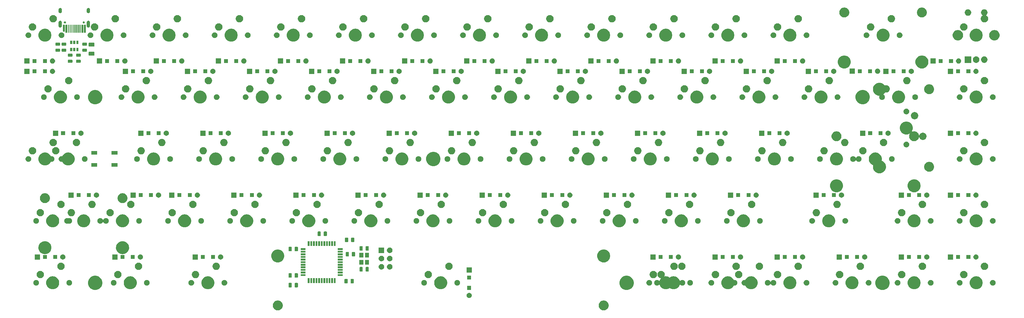
<source format=gbs>
G04 #@! TF.GenerationSoftware,KiCad,Pcbnew,(5.1.4)-1*
G04 #@! TF.CreationDate,2021-08-18T20:25:29+02:00*
G04 #@! TF.ProjectId,mini-eLiXiVy,6d696e69-2d65-44c6-9958-6956792e6b69,1a*
G04 #@! TF.SameCoordinates,Original*
G04 #@! TF.FileFunction,Soldermask,Bot*
G04 #@! TF.FilePolarity,Negative*
%FSLAX46Y46*%
G04 Gerber Fmt 4.6, Leading zero omitted, Abs format (unit mm)*
G04 Created by KiCad (PCBNEW (5.1.4)-1) date 2021-08-18 20:25:29*
%MOMM*%
%LPD*%
G04 APERTURE LIST*
%ADD10C,0.020000*%
G04 APERTURE END LIST*
D10*
G36*
X193916895Y-106286772D02*
G01*
X194113184Y-106325816D01*
X194390535Y-106440699D01*
X194640143Y-106607482D01*
X194852418Y-106819757D01*
X195019201Y-107069365D01*
X195134084Y-107346716D01*
X195192650Y-107641149D01*
X195192650Y-107941351D01*
X195134084Y-108235784D01*
X195019201Y-108513135D01*
X194852418Y-108762743D01*
X194640143Y-108975018D01*
X194390535Y-109141801D01*
X194113184Y-109256684D01*
X193916895Y-109295728D01*
X193818752Y-109315250D01*
X193518548Y-109315250D01*
X193420405Y-109295728D01*
X193224116Y-109256684D01*
X192946765Y-109141801D01*
X192697157Y-108975018D01*
X192484882Y-108762743D01*
X192318099Y-108513135D01*
X192203216Y-108235784D01*
X192144650Y-107941351D01*
X192144650Y-107641149D01*
X192203216Y-107346716D01*
X192318099Y-107069365D01*
X192484882Y-106819757D01*
X192697157Y-106607482D01*
X192946765Y-106440699D01*
X193224116Y-106325816D01*
X193420405Y-106286772D01*
X193518548Y-106267250D01*
X193818752Y-106267250D01*
X193916895Y-106286772D01*
X193916895Y-106286772D01*
G37*
G36*
X93917095Y-106286772D02*
G01*
X94113384Y-106325816D01*
X94390735Y-106440699D01*
X94640343Y-106607482D01*
X94852618Y-106819757D01*
X95019401Y-107069365D01*
X95134284Y-107346716D01*
X95192850Y-107641149D01*
X95192850Y-107941351D01*
X95134284Y-108235784D01*
X95019401Y-108513135D01*
X94852618Y-108762743D01*
X94640343Y-108975018D01*
X94390735Y-109141801D01*
X94113384Y-109256684D01*
X93917095Y-109295728D01*
X93818952Y-109315250D01*
X93518748Y-109315250D01*
X93420605Y-109295728D01*
X93224316Y-109256684D01*
X92946965Y-109141801D01*
X92697357Y-108975018D01*
X92485082Y-108762743D01*
X92318299Y-108513135D01*
X92203416Y-108235784D01*
X92144850Y-107941351D01*
X92144850Y-107641149D01*
X92203416Y-107346716D01*
X92318299Y-107069365D01*
X92485082Y-106819757D01*
X92697357Y-106607482D01*
X92946965Y-106440699D01*
X93224316Y-106325816D01*
X93420605Y-106286772D01*
X93518748Y-106267250D01*
X93818952Y-106267250D01*
X93917095Y-106286772D01*
X93917095Y-106286772D01*
G37*
G36*
X152530312Y-103916498D02*
G01*
X152633351Y-103936993D01*
X152778942Y-103997299D01*
X152909970Y-104084849D01*
X153021401Y-104196280D01*
X153108951Y-104327308D01*
X153169257Y-104472899D01*
X153200000Y-104627457D01*
X153200000Y-104785043D01*
X153169257Y-104939601D01*
X153108951Y-105085192D01*
X153021401Y-105216220D01*
X152909970Y-105327651D01*
X152778942Y-105415201D01*
X152633351Y-105475507D01*
X152530312Y-105496002D01*
X152478794Y-105506250D01*
X152321206Y-105506250D01*
X152269688Y-105496002D01*
X152166649Y-105475507D01*
X152021058Y-105415201D01*
X151890030Y-105327651D01*
X151778599Y-105216220D01*
X151691049Y-105085192D01*
X151630743Y-104939601D01*
X151600000Y-104785043D01*
X151600000Y-104627457D01*
X151630743Y-104472899D01*
X151691049Y-104327308D01*
X151778599Y-104196280D01*
X151890030Y-104084849D01*
X152021058Y-103997299D01*
X152166649Y-103936993D01*
X152269688Y-103916498D01*
X152321206Y-103906250D01*
X152478794Y-103906250D01*
X152530312Y-103916498D01*
X152530312Y-103916498D01*
G37*
G36*
X279851216Y-98741595D02*
G01*
X280251591Y-98907435D01*
X280251593Y-98907436D01*
X280365272Y-98983394D01*
X280611918Y-99148198D01*
X280918352Y-99454632D01*
X281017249Y-99602642D01*
X281145410Y-99794447D01*
X281159115Y-99814959D01*
X281324955Y-100215334D01*
X281409500Y-100640369D01*
X281409500Y-101073731D01*
X281324955Y-101498766D01*
X281159115Y-101899141D01*
X281159114Y-101899143D01*
X281048695Y-102064396D01*
X280918352Y-102259468D01*
X280611918Y-102565902D01*
X280431755Y-102686283D01*
X280251593Y-102806664D01*
X280251592Y-102806665D01*
X280251591Y-102806665D01*
X279851216Y-102972505D01*
X279426181Y-103057050D01*
X278992819Y-103057050D01*
X278567784Y-102972505D01*
X278167409Y-102806665D01*
X278167408Y-102806665D01*
X278167407Y-102806664D01*
X277987246Y-102686284D01*
X277807082Y-102565902D01*
X277500648Y-102259468D01*
X277370305Y-102064396D01*
X277259886Y-101899143D01*
X277259885Y-101899141D01*
X277094045Y-101498766D01*
X277009500Y-101073731D01*
X277009500Y-100640369D01*
X277094045Y-100215334D01*
X277259885Y-99814959D01*
X277273591Y-99794447D01*
X277401751Y-99602642D01*
X277500648Y-99454632D01*
X277807082Y-99148198D01*
X278053728Y-98983394D01*
X278167407Y-98907436D01*
X278167409Y-98907435D01*
X278567784Y-98741595D01*
X278992819Y-98657050D01*
X279426181Y-98657050D01*
X279851216Y-98741595D01*
X279851216Y-98741595D01*
G37*
G36*
X201346166Y-98741595D02*
G01*
X201746541Y-98907435D01*
X201746543Y-98907436D01*
X201860222Y-98983394D01*
X202106868Y-99148198D01*
X202413302Y-99454632D01*
X202512199Y-99602642D01*
X202640360Y-99794447D01*
X202654065Y-99814959D01*
X202819905Y-100215334D01*
X202904450Y-100640369D01*
X202904450Y-101073731D01*
X202819905Y-101498766D01*
X202654065Y-101899141D01*
X202654064Y-101899143D01*
X202543645Y-102064396D01*
X202413302Y-102259468D01*
X202106868Y-102565902D01*
X201926705Y-102686283D01*
X201746543Y-102806664D01*
X201746542Y-102806665D01*
X201746541Y-102806665D01*
X201346166Y-102972505D01*
X200921131Y-103057050D01*
X200487769Y-103057050D01*
X200062734Y-102972505D01*
X199662359Y-102806665D01*
X199662358Y-102806665D01*
X199662357Y-102806664D01*
X199482196Y-102686284D01*
X199302032Y-102565902D01*
X198995598Y-102259468D01*
X198865255Y-102064396D01*
X198754836Y-101899143D01*
X198754835Y-101899141D01*
X198588995Y-101498766D01*
X198504450Y-101073731D01*
X198504450Y-100640369D01*
X198588995Y-100215334D01*
X198754835Y-99814959D01*
X198768541Y-99794447D01*
X198896701Y-99602642D01*
X198995598Y-99454632D01*
X199302032Y-99148198D01*
X199548678Y-98983394D01*
X199662357Y-98907436D01*
X199662359Y-98907435D01*
X200062734Y-98741595D01*
X200487769Y-98657050D01*
X200921131Y-98657050D01*
X201346166Y-98741595D01*
X201346166Y-98741595D01*
G37*
G36*
X38284516Y-98728895D02*
G01*
X38684891Y-98894735D01*
X38684893Y-98894736D01*
X38817580Y-98983395D01*
X39045218Y-99135498D01*
X39351652Y-99441932D01*
X39351653Y-99441934D01*
X39587196Y-99794447D01*
X39592415Y-99802259D01*
X39758255Y-100202634D01*
X39842800Y-100627669D01*
X39842800Y-101061031D01*
X39758255Y-101486066D01*
X39592415Y-101886441D01*
X39351652Y-102246768D01*
X39045218Y-102553202D01*
X39015257Y-102573221D01*
X38684893Y-102793964D01*
X38684892Y-102793965D01*
X38684891Y-102793965D01*
X38284516Y-102959805D01*
X37859481Y-103044350D01*
X37426119Y-103044350D01*
X37001084Y-102959805D01*
X36600709Y-102793965D01*
X36600708Y-102793965D01*
X36600707Y-102793964D01*
X36270343Y-102573221D01*
X36240382Y-102553202D01*
X35933948Y-102246768D01*
X35693185Y-101886441D01*
X35527345Y-101486066D01*
X35442800Y-101061031D01*
X35442800Y-100627669D01*
X35527345Y-100202634D01*
X35693185Y-99802259D01*
X35698405Y-99794447D01*
X35933947Y-99441934D01*
X35933948Y-99441932D01*
X36240382Y-99135498D01*
X36468020Y-98983395D01*
X36600707Y-98894736D01*
X36600709Y-98894735D01*
X37001084Y-98728895D01*
X37426119Y-98644350D01*
X37859481Y-98644350D01*
X38284516Y-98728895D01*
X38284516Y-98728895D01*
G37*
G36*
X153000000Y-102981250D02*
G01*
X151800000Y-102981250D01*
X151800000Y-101781250D01*
X153000000Y-101781250D01*
X153000000Y-102981250D01*
X153000000Y-102981250D01*
G37*
G36*
X239222507Y-98833708D02*
G01*
X239500349Y-98888974D01*
X239853619Y-99035303D01*
X239863218Y-99039279D01*
X239924005Y-99079896D01*
X240189787Y-99257486D01*
X240467514Y-99535213D01*
X240512764Y-99602934D01*
X240654427Y-99814947D01*
X240685722Y-99861784D01*
X240836026Y-100224651D01*
X240912650Y-100609868D01*
X240912650Y-101002632D01*
X240836026Y-101387849D01*
X240713790Y-101682954D01*
X240685721Y-101750718D01*
X240586546Y-101899143D01*
X240467514Y-102077287D01*
X240189787Y-102355014D01*
X240091176Y-102420904D01*
X239863218Y-102573221D01*
X239863217Y-102573222D01*
X239863216Y-102573222D01*
X239500349Y-102723526D01*
X239243538Y-102774609D01*
X239115133Y-102800150D01*
X238722367Y-102800150D01*
X238593962Y-102774609D01*
X238337151Y-102723526D01*
X237974284Y-102573222D01*
X237974283Y-102573222D01*
X237974282Y-102573221D01*
X237746324Y-102420904D01*
X237647713Y-102355014D01*
X237369986Y-102077287D01*
X237151778Y-101750716D01*
X237128006Y-101693325D01*
X237122462Y-101682954D01*
X237115000Y-101673862D01*
X237105908Y-101666400D01*
X237095535Y-101660856D01*
X237084280Y-101657442D01*
X237072575Y-101656289D01*
X237060870Y-101657442D01*
X236941180Y-101681250D01*
X236768820Y-101681250D01*
X236599772Y-101647624D01*
X236440532Y-101581665D01*
X236440531Y-101581665D01*
X236440530Y-101581664D01*
X236297455Y-101486064D01*
X236297220Y-101485907D01*
X236175343Y-101364030D01*
X236079585Y-101220718D01*
X236013626Y-101061478D01*
X235980000Y-100892430D01*
X235980000Y-100720070D01*
X236013626Y-100551022D01*
X236079585Y-100391782D01*
X236175343Y-100248470D01*
X236297220Y-100126593D01*
X236368876Y-100078714D01*
X236440530Y-100030836D01*
X236440532Y-100030835D01*
X236599772Y-99964876D01*
X236768820Y-99931250D01*
X236941180Y-99931250D01*
X237060870Y-99955058D01*
X237072575Y-99956211D01*
X237084280Y-99955058D01*
X237095536Y-99951644D01*
X237105909Y-99946099D01*
X237115001Y-99938638D01*
X237122462Y-99929546D01*
X237128007Y-99919173D01*
X237151778Y-99861784D01*
X237369986Y-99535213D01*
X237647713Y-99257486D01*
X237913495Y-99079896D01*
X237974282Y-99039279D01*
X237983881Y-99035303D01*
X238337151Y-98888974D01*
X238614993Y-98833708D01*
X238722367Y-98812350D01*
X239115133Y-98812350D01*
X239222507Y-98833708D01*
X239222507Y-98833708D01*
G37*
G36*
X143972507Y-98833708D02*
G01*
X144250349Y-98888974D01*
X144603619Y-99035303D01*
X144613218Y-99039279D01*
X144674005Y-99079896D01*
X144939787Y-99257486D01*
X145217514Y-99535213D01*
X145262764Y-99602934D01*
X145404427Y-99814947D01*
X145435722Y-99861784D01*
X145586026Y-100224651D01*
X145662650Y-100609868D01*
X145662650Y-101002632D01*
X145586026Y-101387849D01*
X145463790Y-101682954D01*
X145435721Y-101750718D01*
X145336546Y-101899143D01*
X145217514Y-102077287D01*
X144939787Y-102355014D01*
X144841176Y-102420904D01*
X144613218Y-102573221D01*
X144613217Y-102573222D01*
X144613216Y-102573222D01*
X144250349Y-102723526D01*
X143993538Y-102774609D01*
X143865133Y-102800150D01*
X143472367Y-102800150D01*
X143343962Y-102774609D01*
X143087151Y-102723526D01*
X142724284Y-102573222D01*
X142724283Y-102573222D01*
X142724282Y-102573221D01*
X142496324Y-102420904D01*
X142397713Y-102355014D01*
X142119986Y-102077287D01*
X142000954Y-101899143D01*
X141901779Y-101750718D01*
X141873710Y-101682954D01*
X141751474Y-101387849D01*
X141674850Y-101002632D01*
X141674850Y-100609868D01*
X141751474Y-100224651D01*
X141901778Y-99861784D01*
X141933074Y-99814947D01*
X142074736Y-99602934D01*
X142119986Y-99535213D01*
X142397713Y-99257486D01*
X142663495Y-99079896D01*
X142724282Y-99039279D01*
X142733881Y-99035303D01*
X143087151Y-98888974D01*
X143364993Y-98833708D01*
X143472367Y-98812350D01*
X143865133Y-98812350D01*
X143972507Y-98833708D01*
X143972507Y-98833708D01*
G37*
G36*
X48722507Y-98833708D02*
G01*
X49000349Y-98888974D01*
X49353619Y-99035303D01*
X49363218Y-99039279D01*
X49424005Y-99079896D01*
X49689787Y-99257486D01*
X49967514Y-99535213D01*
X50012764Y-99602934D01*
X50154427Y-99814947D01*
X50185722Y-99861784D01*
X50336026Y-100224651D01*
X50412650Y-100609868D01*
X50412650Y-101002632D01*
X50336026Y-101387849D01*
X50213790Y-101682954D01*
X50185721Y-101750718D01*
X50086546Y-101899143D01*
X49967514Y-102077287D01*
X49689787Y-102355014D01*
X49591176Y-102420904D01*
X49363218Y-102573221D01*
X49363217Y-102573222D01*
X49363216Y-102573222D01*
X49000349Y-102723526D01*
X48743538Y-102774609D01*
X48615133Y-102800150D01*
X48222367Y-102800150D01*
X48093962Y-102774609D01*
X47837151Y-102723526D01*
X47474284Y-102573222D01*
X47474283Y-102573222D01*
X47474282Y-102573221D01*
X47246324Y-102420904D01*
X47147713Y-102355014D01*
X46869986Y-102077287D01*
X46750954Y-101899143D01*
X46651779Y-101750718D01*
X46623710Y-101682954D01*
X46501474Y-101387849D01*
X46424850Y-101002632D01*
X46424850Y-100609868D01*
X46501474Y-100224651D01*
X46651778Y-99861784D01*
X46683074Y-99814947D01*
X46824736Y-99602934D01*
X46869986Y-99535213D01*
X47147713Y-99257486D01*
X47413495Y-99079896D01*
X47474282Y-99039279D01*
X47483881Y-99035303D01*
X47837151Y-98888974D01*
X48114993Y-98833708D01*
X48222367Y-98812350D01*
X48615133Y-98812350D01*
X48722507Y-98833708D01*
X48722507Y-98833708D01*
G37*
G36*
X24910007Y-98833708D02*
G01*
X25187849Y-98888974D01*
X25541119Y-99035303D01*
X25550718Y-99039279D01*
X25611505Y-99079896D01*
X25877287Y-99257486D01*
X26155014Y-99535213D01*
X26200264Y-99602934D01*
X26341927Y-99814947D01*
X26373222Y-99861784D01*
X26523526Y-100224651D01*
X26600150Y-100609868D01*
X26600150Y-101002632D01*
X26523526Y-101387849D01*
X26401290Y-101682954D01*
X26373221Y-101750718D01*
X26274046Y-101899143D01*
X26155014Y-102077287D01*
X25877287Y-102355014D01*
X25778676Y-102420904D01*
X25550718Y-102573221D01*
X25550717Y-102573222D01*
X25550716Y-102573222D01*
X25187849Y-102723526D01*
X24931038Y-102774609D01*
X24802633Y-102800150D01*
X24409867Y-102800150D01*
X24281462Y-102774609D01*
X24024651Y-102723526D01*
X23661784Y-102573222D01*
X23661783Y-102573222D01*
X23661782Y-102573221D01*
X23433824Y-102420904D01*
X23335213Y-102355014D01*
X23057486Y-102077287D01*
X22938454Y-101899143D01*
X22839279Y-101750718D01*
X22811210Y-101682954D01*
X22688974Y-101387849D01*
X22612350Y-101002632D01*
X22612350Y-100609868D01*
X22688974Y-100224651D01*
X22839278Y-99861784D01*
X22870574Y-99814947D01*
X23012236Y-99602934D01*
X23057486Y-99535213D01*
X23335213Y-99257486D01*
X23600995Y-99079896D01*
X23661782Y-99039279D01*
X23671381Y-99035303D01*
X24024651Y-98888974D01*
X24302493Y-98833708D01*
X24409867Y-98812350D01*
X24802633Y-98812350D01*
X24910007Y-98833708D01*
X24910007Y-98833708D01*
G37*
G36*
X232078757Y-98833708D02*
G01*
X232356599Y-98888974D01*
X232709869Y-99035303D01*
X232719468Y-99039279D01*
X232780255Y-99079896D01*
X233046037Y-99257486D01*
X233323764Y-99535213D01*
X233541972Y-99861784D01*
X233565743Y-99919173D01*
X233571288Y-99929546D01*
X233578750Y-99938638D01*
X233587842Y-99946100D01*
X233598215Y-99951644D01*
X233609470Y-99955058D01*
X233621175Y-99956211D01*
X233632880Y-99955058D01*
X233752570Y-99931250D01*
X233924930Y-99931250D01*
X234093978Y-99964876D01*
X234253218Y-100030835D01*
X234253220Y-100030836D01*
X234324874Y-100078714D01*
X234396530Y-100126593D01*
X234518407Y-100248470D01*
X234614165Y-100391782D01*
X234680124Y-100551022D01*
X234713750Y-100720070D01*
X234713750Y-100892430D01*
X234680124Y-101061478D01*
X234614165Y-101220718D01*
X234518407Y-101364030D01*
X234396530Y-101485907D01*
X234396295Y-101486064D01*
X234253220Y-101581664D01*
X234253219Y-101581665D01*
X234253218Y-101581665D01*
X234093978Y-101647624D01*
X233924930Y-101681250D01*
X233752570Y-101681250D01*
X233632880Y-101657442D01*
X233621175Y-101656289D01*
X233609470Y-101657442D01*
X233598214Y-101660856D01*
X233587841Y-101666401D01*
X233578749Y-101673862D01*
X233571288Y-101682954D01*
X233565744Y-101693325D01*
X233541972Y-101750716D01*
X233323764Y-102077287D01*
X233046037Y-102355014D01*
X232947426Y-102420904D01*
X232719468Y-102573221D01*
X232719467Y-102573222D01*
X232719466Y-102573222D01*
X232356599Y-102723526D01*
X232099788Y-102774609D01*
X231971383Y-102800150D01*
X231578617Y-102800150D01*
X231450212Y-102774609D01*
X231193401Y-102723526D01*
X230830534Y-102573222D01*
X230830533Y-102573222D01*
X230830532Y-102573221D01*
X230602574Y-102420904D01*
X230503963Y-102355014D01*
X230226236Y-102077287D01*
X230107204Y-101899143D01*
X230008029Y-101750718D01*
X229979960Y-101682954D01*
X229857724Y-101387849D01*
X229781100Y-101002632D01*
X229781100Y-100609868D01*
X229857724Y-100224651D01*
X230008028Y-99861784D01*
X230039324Y-99814947D01*
X230180986Y-99602934D01*
X230226236Y-99535213D01*
X230503963Y-99257486D01*
X230769745Y-99079896D01*
X230830532Y-99039279D01*
X230840131Y-99035303D01*
X231193401Y-98888974D01*
X231471243Y-98833708D01*
X231578617Y-98812350D01*
X231971383Y-98812350D01*
X232078757Y-98833708D01*
X232078757Y-98833708D01*
G37*
G36*
X211624401Y-97184483D02*
G01*
X211829138Y-97269287D01*
X212013394Y-97392404D01*
X212170096Y-97549106D01*
X212293213Y-97733362D01*
X212378017Y-97938099D01*
X212409376Y-98095750D01*
X212421250Y-98155447D01*
X212421250Y-98377053D01*
X212378017Y-98594400D01*
X212362753Y-98631250D01*
X212309067Y-98760860D01*
X212305653Y-98772116D01*
X212304500Y-98783821D01*
X212305653Y-98795526D01*
X212309067Y-98806782D01*
X212314612Y-98817155D01*
X212322073Y-98826247D01*
X212331165Y-98833708D01*
X212341538Y-98839253D01*
X212352794Y-98842667D01*
X212364499Y-98843820D01*
X212376203Y-98842667D01*
X212438836Y-98830209D01*
X212528617Y-98812350D01*
X212921383Y-98812350D01*
X213028757Y-98833708D01*
X213306599Y-98888974D01*
X213669466Y-99039278D01*
X213882296Y-99181487D01*
X213892664Y-99187029D01*
X213903920Y-99190443D01*
X213915625Y-99191596D01*
X213927330Y-99190443D01*
X213938586Y-99187029D01*
X213948954Y-99181487D01*
X214161784Y-99039278D01*
X214524651Y-98888974D01*
X214802493Y-98833708D01*
X214909867Y-98812350D01*
X215302633Y-98812350D01*
X215410007Y-98833708D01*
X215687849Y-98888974D01*
X216041119Y-99035303D01*
X216050718Y-99039279D01*
X216111505Y-99079896D01*
X216377287Y-99257486D01*
X216655014Y-99535213D01*
X216700264Y-99602934D01*
X216841927Y-99814947D01*
X216873222Y-99861784D01*
X217023526Y-100224651D01*
X217023526Y-100224653D01*
X217025577Y-100229605D01*
X217025865Y-100230556D01*
X217031400Y-100240934D01*
X217038853Y-100250033D01*
X217047939Y-100257502D01*
X217058307Y-100263056D01*
X217069559Y-100266481D01*
X217081263Y-100267644D01*
X217092969Y-100266502D01*
X217104228Y-100263097D01*
X217114606Y-100257562D01*
X217123743Y-100250071D01*
X217125342Y-100248472D01*
X217125343Y-100248470D01*
X217247220Y-100126593D01*
X217318876Y-100078714D01*
X217390530Y-100030836D01*
X217390532Y-100030835D01*
X217549772Y-99964876D01*
X217718820Y-99931250D01*
X217891180Y-99931250D01*
X218060228Y-99964876D01*
X218219468Y-100030835D01*
X218219470Y-100030836D01*
X218291124Y-100078714D01*
X218362780Y-100126593D01*
X218484657Y-100248470D01*
X218580415Y-100391782D01*
X218646374Y-100551022D01*
X218680000Y-100720070D01*
X218680000Y-100892430D01*
X218646374Y-101061478D01*
X218580415Y-101220718D01*
X218484657Y-101364030D01*
X218362780Y-101485907D01*
X218362545Y-101486064D01*
X218219470Y-101581664D01*
X218219469Y-101581665D01*
X218219468Y-101581665D01*
X218060228Y-101647624D01*
X217891180Y-101681250D01*
X217718820Y-101681250D01*
X217549772Y-101647624D01*
X217390532Y-101581665D01*
X217390531Y-101581665D01*
X217390530Y-101581664D01*
X217247455Y-101486064D01*
X217247220Y-101485907D01*
X217125343Y-101364030D01*
X217125341Y-101364027D01*
X217123743Y-101362429D01*
X217114651Y-101354968D01*
X217104278Y-101349423D01*
X217093022Y-101346009D01*
X217081317Y-101344856D01*
X217069612Y-101346009D01*
X217058356Y-101349423D01*
X217047983Y-101354968D01*
X217038891Y-101362429D01*
X217031430Y-101371521D01*
X217025885Y-101381894D01*
X217025594Y-101382855D01*
X217023527Y-101387846D01*
X217023526Y-101387849D01*
X216901290Y-101682954D01*
X216873221Y-101750718D01*
X216774046Y-101899143D01*
X216655014Y-102077287D01*
X216377287Y-102355014D01*
X216278676Y-102420904D01*
X216050718Y-102573221D01*
X216050717Y-102573222D01*
X216050716Y-102573222D01*
X215687849Y-102723526D01*
X215431038Y-102774609D01*
X215302633Y-102800150D01*
X214909867Y-102800150D01*
X214781462Y-102774609D01*
X214524651Y-102723526D01*
X214161784Y-102573222D01*
X213948954Y-102431013D01*
X213938586Y-102425471D01*
X213927330Y-102422057D01*
X213915625Y-102420904D01*
X213903920Y-102422057D01*
X213892664Y-102425471D01*
X213882296Y-102431013D01*
X213669466Y-102573222D01*
X213306599Y-102723526D01*
X213049788Y-102774609D01*
X212921383Y-102800150D01*
X212528617Y-102800150D01*
X212400212Y-102774609D01*
X212143401Y-102723526D01*
X211780534Y-102573222D01*
X211780533Y-102573222D01*
X211780532Y-102573221D01*
X211552574Y-102420904D01*
X211453963Y-102355014D01*
X211176236Y-102077287D01*
X211057204Y-101899143D01*
X210958029Y-101750718D01*
X210929960Y-101682954D01*
X210807724Y-101387849D01*
X210807723Y-101387844D01*
X210805673Y-101382895D01*
X210805385Y-101381944D01*
X210799850Y-101371566D01*
X210792397Y-101362467D01*
X210783311Y-101354998D01*
X210772943Y-101349444D01*
X210761691Y-101346019D01*
X210749987Y-101344856D01*
X210738281Y-101345998D01*
X210727022Y-101349403D01*
X210716644Y-101354938D01*
X210707507Y-101362429D01*
X210705909Y-101364027D01*
X210705907Y-101364030D01*
X210584030Y-101485907D01*
X210583795Y-101486064D01*
X210440720Y-101581664D01*
X210440719Y-101581665D01*
X210440718Y-101581665D01*
X210281478Y-101647624D01*
X210112430Y-101681250D01*
X209940070Y-101681250D01*
X209771022Y-101647624D01*
X209611782Y-101581665D01*
X209611781Y-101581665D01*
X209611780Y-101581664D01*
X209468705Y-101486064D01*
X209468470Y-101485907D01*
X209346593Y-101364030D01*
X209250835Y-101220718D01*
X209184876Y-101061478D01*
X209151250Y-100892430D01*
X209151250Y-100720070D01*
X209184876Y-100551022D01*
X209250835Y-100391782D01*
X209346593Y-100248470D01*
X209468470Y-100126593D01*
X209540126Y-100078714D01*
X209611780Y-100030836D01*
X209611782Y-100030835D01*
X209771022Y-99964876D01*
X209940070Y-99931250D01*
X210112430Y-99931250D01*
X210281478Y-99964876D01*
X210440718Y-100030835D01*
X210440720Y-100030836D01*
X210512374Y-100078714D01*
X210584030Y-100126593D01*
X210705907Y-100248470D01*
X210705908Y-100248472D01*
X210707507Y-100250071D01*
X210716599Y-100257532D01*
X210726972Y-100263077D01*
X210738228Y-100266491D01*
X210749933Y-100267644D01*
X210761638Y-100266491D01*
X210772894Y-100263077D01*
X210783267Y-100257532D01*
X210792359Y-100250071D01*
X210799820Y-100240979D01*
X210805365Y-100230606D01*
X210805656Y-100229645D01*
X210807724Y-100224653D01*
X210807724Y-100224651D01*
X210958028Y-99861784D01*
X210989324Y-99814947D01*
X211130986Y-99602934D01*
X211176236Y-99535213D01*
X211218475Y-99492974D01*
X211225931Y-99483888D01*
X211231476Y-99473515D01*
X211234890Y-99462259D01*
X211236043Y-99450554D01*
X211234890Y-99438849D01*
X211231476Y-99427593D01*
X211225931Y-99417220D01*
X211218470Y-99408128D01*
X211209378Y-99400667D01*
X211199005Y-99395122D01*
X211187749Y-99391708D01*
X210968099Y-99348017D01*
X210763362Y-99263213D01*
X210579106Y-99140096D01*
X210422404Y-98983394D01*
X210299287Y-98799138D01*
X210214483Y-98594401D01*
X210171250Y-98377054D01*
X210171250Y-98155446D01*
X210214483Y-97938099D01*
X210299287Y-97733362D01*
X210422404Y-97549106D01*
X210579106Y-97392404D01*
X210763362Y-97269287D01*
X210968099Y-97184483D01*
X211185446Y-97141250D01*
X211407054Y-97141250D01*
X211624401Y-97184483D01*
X211624401Y-97184483D01*
G37*
G36*
X251128757Y-98833708D02*
G01*
X251406599Y-98888974D01*
X251759869Y-99035303D01*
X251769468Y-99039279D01*
X251830255Y-99079896D01*
X252096037Y-99257486D01*
X252373764Y-99535213D01*
X252419014Y-99602934D01*
X252560677Y-99814947D01*
X252591972Y-99861784D01*
X252742276Y-100224651D01*
X252818900Y-100609868D01*
X252818900Y-101002632D01*
X252742276Y-101387849D01*
X252620040Y-101682954D01*
X252591971Y-101750718D01*
X252492796Y-101899143D01*
X252373764Y-102077287D01*
X252096037Y-102355014D01*
X251997426Y-102420904D01*
X251769468Y-102573221D01*
X251769467Y-102573222D01*
X251769466Y-102573222D01*
X251406599Y-102723526D01*
X251149788Y-102774609D01*
X251021383Y-102800150D01*
X250628617Y-102800150D01*
X250500212Y-102774609D01*
X250243401Y-102723526D01*
X249880534Y-102573222D01*
X249880533Y-102573222D01*
X249880532Y-102573221D01*
X249652574Y-102420904D01*
X249553963Y-102355014D01*
X249276236Y-102077287D01*
X249157204Y-101899143D01*
X249058029Y-101750718D01*
X249029960Y-101682954D01*
X248907724Y-101387849D01*
X248831100Y-101002632D01*
X248831100Y-100609868D01*
X248907724Y-100224651D01*
X249058028Y-99861784D01*
X249089324Y-99814947D01*
X249230986Y-99602934D01*
X249276236Y-99535213D01*
X249553963Y-99257486D01*
X249819745Y-99079896D01*
X249880532Y-99039279D01*
X249890131Y-99035303D01*
X250243401Y-98888974D01*
X250521243Y-98833708D01*
X250628617Y-98812350D01*
X251021383Y-98812350D01*
X251128757Y-98833708D01*
X251128757Y-98833708D01*
G37*
G36*
X289228757Y-98833708D02*
G01*
X289506599Y-98888974D01*
X289859869Y-99035303D01*
X289869468Y-99039279D01*
X289930255Y-99079896D01*
X290196037Y-99257486D01*
X290473764Y-99535213D01*
X290519014Y-99602934D01*
X290660677Y-99814947D01*
X290691972Y-99861784D01*
X290842276Y-100224651D01*
X290918900Y-100609868D01*
X290918900Y-101002632D01*
X290842276Y-101387849D01*
X290720040Y-101682954D01*
X290691971Y-101750718D01*
X290592796Y-101899143D01*
X290473764Y-102077287D01*
X290196037Y-102355014D01*
X290097426Y-102420904D01*
X289869468Y-102573221D01*
X289869467Y-102573222D01*
X289869466Y-102573222D01*
X289506599Y-102723526D01*
X289249788Y-102774609D01*
X289121383Y-102800150D01*
X288728617Y-102800150D01*
X288600212Y-102774609D01*
X288343401Y-102723526D01*
X287980534Y-102573222D01*
X287980533Y-102573222D01*
X287980532Y-102573221D01*
X287752574Y-102420904D01*
X287653963Y-102355014D01*
X287376236Y-102077287D01*
X287257204Y-101899143D01*
X287158029Y-101750718D01*
X287129960Y-101682954D01*
X287007724Y-101387849D01*
X286931100Y-101002632D01*
X286931100Y-100609868D01*
X287007724Y-100224651D01*
X287158028Y-99861784D01*
X287189324Y-99814947D01*
X287330986Y-99602934D01*
X287376236Y-99535213D01*
X287653963Y-99257486D01*
X287919745Y-99079896D01*
X287980532Y-99039279D01*
X287990131Y-99035303D01*
X288343401Y-98888974D01*
X288621243Y-98833708D01*
X288728617Y-98812350D01*
X289121383Y-98812350D01*
X289228757Y-98833708D01*
X289228757Y-98833708D01*
G37*
G36*
X308278757Y-98833708D02*
G01*
X308556599Y-98888974D01*
X308909869Y-99035303D01*
X308919468Y-99039279D01*
X308980255Y-99079896D01*
X309246037Y-99257486D01*
X309523764Y-99535213D01*
X309569014Y-99602934D01*
X309710677Y-99814947D01*
X309741972Y-99861784D01*
X309892276Y-100224651D01*
X309968900Y-100609868D01*
X309968900Y-101002632D01*
X309892276Y-101387849D01*
X309770040Y-101682954D01*
X309741971Y-101750718D01*
X309642796Y-101899143D01*
X309523764Y-102077287D01*
X309246037Y-102355014D01*
X309147426Y-102420904D01*
X308919468Y-102573221D01*
X308919467Y-102573222D01*
X308919466Y-102573222D01*
X308556599Y-102723526D01*
X308299788Y-102774609D01*
X308171383Y-102800150D01*
X307778617Y-102800150D01*
X307650212Y-102774609D01*
X307393401Y-102723526D01*
X307030534Y-102573222D01*
X307030533Y-102573222D01*
X307030532Y-102573221D01*
X306802574Y-102420904D01*
X306703963Y-102355014D01*
X306426236Y-102077287D01*
X306307204Y-101899143D01*
X306208029Y-101750718D01*
X306179960Y-101682954D01*
X306057724Y-101387849D01*
X305981100Y-101002632D01*
X305981100Y-100609868D01*
X306057724Y-100224651D01*
X306208028Y-99861784D01*
X306239324Y-99814947D01*
X306380986Y-99602934D01*
X306426236Y-99535213D01*
X306703963Y-99257486D01*
X306969745Y-99079896D01*
X307030532Y-99039279D01*
X307040131Y-99035303D01*
X307393401Y-98888974D01*
X307671243Y-98833708D01*
X307778617Y-98812350D01*
X308171383Y-98812350D01*
X308278757Y-98833708D01*
X308278757Y-98833708D01*
G37*
G36*
X270178757Y-98833708D02*
G01*
X270456599Y-98888974D01*
X270809869Y-99035303D01*
X270819468Y-99039279D01*
X270880255Y-99079896D01*
X271146037Y-99257486D01*
X271423764Y-99535213D01*
X271469014Y-99602934D01*
X271610677Y-99814947D01*
X271641972Y-99861784D01*
X271792276Y-100224651D01*
X271868900Y-100609868D01*
X271868900Y-101002632D01*
X271792276Y-101387849D01*
X271670040Y-101682954D01*
X271641971Y-101750718D01*
X271542796Y-101899143D01*
X271423764Y-102077287D01*
X271146037Y-102355014D01*
X271047426Y-102420904D01*
X270819468Y-102573221D01*
X270819467Y-102573222D01*
X270819466Y-102573222D01*
X270456599Y-102723526D01*
X270199788Y-102774609D01*
X270071383Y-102800150D01*
X269678617Y-102800150D01*
X269550212Y-102774609D01*
X269293401Y-102723526D01*
X268930534Y-102573222D01*
X268930533Y-102573222D01*
X268930532Y-102573221D01*
X268702574Y-102420904D01*
X268603963Y-102355014D01*
X268326236Y-102077287D01*
X268207204Y-101899143D01*
X268108029Y-101750718D01*
X268079960Y-101682954D01*
X267957724Y-101387849D01*
X267881100Y-101002632D01*
X267881100Y-100609868D01*
X267957724Y-100224651D01*
X268108028Y-99861784D01*
X268139324Y-99814947D01*
X268280986Y-99602934D01*
X268326236Y-99535213D01*
X268603963Y-99257486D01*
X268869745Y-99079896D01*
X268930532Y-99039279D01*
X268940131Y-99035303D01*
X269293401Y-98888974D01*
X269571243Y-98833708D01*
X269678617Y-98812350D01*
X270071383Y-98812350D01*
X270178757Y-98833708D01*
X270178757Y-98833708D01*
G37*
G36*
X72535007Y-98833708D02*
G01*
X72812849Y-98888974D01*
X73166119Y-99035303D01*
X73175718Y-99039279D01*
X73236505Y-99079896D01*
X73502287Y-99257486D01*
X73780014Y-99535213D01*
X73825264Y-99602934D01*
X73966927Y-99814947D01*
X73998222Y-99861784D01*
X74148526Y-100224651D01*
X74225150Y-100609868D01*
X74225150Y-101002632D01*
X74148526Y-101387849D01*
X74026290Y-101682954D01*
X73998221Y-101750718D01*
X73899046Y-101899143D01*
X73780014Y-102077287D01*
X73502287Y-102355014D01*
X73403676Y-102420904D01*
X73175718Y-102573221D01*
X73175717Y-102573222D01*
X73175716Y-102573222D01*
X72812849Y-102723526D01*
X72556038Y-102774609D01*
X72427633Y-102800150D01*
X72034867Y-102800150D01*
X71906462Y-102774609D01*
X71649651Y-102723526D01*
X71286784Y-102573222D01*
X71286783Y-102573222D01*
X71286782Y-102573221D01*
X71058824Y-102420904D01*
X70960213Y-102355014D01*
X70682486Y-102077287D01*
X70563454Y-101899143D01*
X70464279Y-101750718D01*
X70436210Y-101682954D01*
X70313974Y-101387849D01*
X70237350Y-101002632D01*
X70237350Y-100609868D01*
X70313974Y-100224651D01*
X70464278Y-99861784D01*
X70495574Y-99814947D01*
X70637236Y-99602934D01*
X70682486Y-99535213D01*
X70960213Y-99257486D01*
X71225995Y-99079896D01*
X71286782Y-99039279D01*
X71296381Y-99035303D01*
X71649651Y-98888974D01*
X71927493Y-98833708D01*
X72034867Y-98812350D01*
X72427633Y-98812350D01*
X72535007Y-98833708D01*
X72535007Y-98833708D01*
G37*
G36*
X99677896Y-100840892D02*
G01*
X99717934Y-100853038D01*
X99754843Y-100872766D01*
X99787189Y-100899311D01*
X99813734Y-100931657D01*
X99833462Y-100968566D01*
X99845608Y-101008604D01*
X99850000Y-101053197D01*
X99850000Y-102019803D01*
X99845608Y-102064396D01*
X99833462Y-102104434D01*
X99813734Y-102141343D01*
X99787189Y-102173689D01*
X99754843Y-102200234D01*
X99717934Y-102219962D01*
X99677896Y-102232108D01*
X99633303Y-102236500D01*
X99091697Y-102236500D01*
X99047104Y-102232108D01*
X99007066Y-102219962D01*
X98970157Y-102200234D01*
X98937811Y-102173689D01*
X98911266Y-102141343D01*
X98891538Y-102104434D01*
X98879392Y-102064396D01*
X98875000Y-102019803D01*
X98875000Y-101053197D01*
X98879392Y-101008604D01*
X98891538Y-100968566D01*
X98911266Y-100931657D01*
X98937811Y-100899311D01*
X98970157Y-100872766D01*
X99007066Y-100853038D01*
X99047104Y-100840892D01*
X99091697Y-100836500D01*
X99633303Y-100836500D01*
X99677896Y-100840892D01*
X99677896Y-100840892D01*
G37*
G36*
X97802896Y-100840892D02*
G01*
X97842934Y-100853038D01*
X97879843Y-100872766D01*
X97912189Y-100899311D01*
X97938734Y-100931657D01*
X97958462Y-100968566D01*
X97970608Y-101008604D01*
X97975000Y-101053197D01*
X97975000Y-102019803D01*
X97970608Y-102064396D01*
X97958462Y-102104434D01*
X97938734Y-102141343D01*
X97912189Y-102173689D01*
X97879843Y-102200234D01*
X97842934Y-102219962D01*
X97802896Y-102232108D01*
X97758303Y-102236500D01*
X97216697Y-102236500D01*
X97172104Y-102232108D01*
X97132066Y-102219962D01*
X97095157Y-102200234D01*
X97062811Y-102173689D01*
X97036266Y-102141343D01*
X97016538Y-102104434D01*
X97004392Y-102064396D01*
X97000000Y-102019803D01*
X97000000Y-101053197D01*
X97004392Y-101008604D01*
X97016538Y-100968566D01*
X97036266Y-100931657D01*
X97062811Y-100899311D01*
X97095157Y-100872766D01*
X97132066Y-100853038D01*
X97172104Y-100840892D01*
X97216697Y-100836500D01*
X97758303Y-100836500D01*
X97802896Y-100840892D01*
X97802896Y-100840892D01*
G37*
G36*
X67406478Y-99964876D02*
G01*
X67565718Y-100030835D01*
X67565720Y-100030836D01*
X67637374Y-100078714D01*
X67709030Y-100126593D01*
X67830907Y-100248470D01*
X67926665Y-100391782D01*
X67992624Y-100551022D01*
X68026250Y-100720070D01*
X68026250Y-100892430D01*
X67992624Y-101061478D01*
X67926665Y-101220718D01*
X67830907Y-101364030D01*
X67709030Y-101485907D01*
X67708795Y-101486064D01*
X67565720Y-101581664D01*
X67565719Y-101581665D01*
X67565718Y-101581665D01*
X67406478Y-101647624D01*
X67237430Y-101681250D01*
X67065070Y-101681250D01*
X66896022Y-101647624D01*
X66736782Y-101581665D01*
X66736781Y-101581665D01*
X66736780Y-101581664D01*
X66593705Y-101486064D01*
X66593470Y-101485907D01*
X66471593Y-101364030D01*
X66375835Y-101220718D01*
X66309876Y-101061478D01*
X66276250Y-100892430D01*
X66276250Y-100720070D01*
X66309876Y-100551022D01*
X66375835Y-100391782D01*
X66471593Y-100248470D01*
X66593470Y-100126593D01*
X66665126Y-100078714D01*
X66736780Y-100030836D01*
X66736782Y-100030835D01*
X66896022Y-99964876D01*
X67065070Y-99931250D01*
X67237430Y-99931250D01*
X67406478Y-99964876D01*
X67406478Y-99964876D01*
G37*
G36*
X226950228Y-99964876D02*
G01*
X227109468Y-100030835D01*
X227109470Y-100030836D01*
X227181124Y-100078714D01*
X227252780Y-100126593D01*
X227374657Y-100248470D01*
X227470415Y-100391782D01*
X227536374Y-100551022D01*
X227570000Y-100720070D01*
X227570000Y-100892430D01*
X227536374Y-101061478D01*
X227470415Y-101220718D01*
X227374657Y-101364030D01*
X227252780Y-101485907D01*
X227252545Y-101486064D01*
X227109470Y-101581664D01*
X227109469Y-101581665D01*
X227109468Y-101581665D01*
X226950228Y-101647624D01*
X226781180Y-101681250D01*
X226608820Y-101681250D01*
X226439772Y-101647624D01*
X226280532Y-101581665D01*
X226280531Y-101581665D01*
X226280530Y-101581664D01*
X226137455Y-101486064D01*
X226137220Y-101485907D01*
X226015343Y-101364030D01*
X225919585Y-101220718D01*
X225853626Y-101061478D01*
X225820000Y-100892430D01*
X225820000Y-100720070D01*
X225853626Y-100551022D01*
X225919585Y-100391782D01*
X226015343Y-100248470D01*
X226137220Y-100126593D01*
X226208876Y-100078714D01*
X226280530Y-100030836D01*
X226280532Y-100030835D01*
X226439772Y-99964876D01*
X226608820Y-99931250D01*
X226781180Y-99931250D01*
X226950228Y-99964876D01*
X226950228Y-99964876D01*
G37*
G36*
X275210228Y-99964876D02*
G01*
X275369468Y-100030835D01*
X275369470Y-100030836D01*
X275441124Y-100078714D01*
X275512780Y-100126593D01*
X275634657Y-100248470D01*
X275730415Y-100391782D01*
X275796374Y-100551022D01*
X275830000Y-100720070D01*
X275830000Y-100892430D01*
X275796374Y-101061478D01*
X275730415Y-101220718D01*
X275634657Y-101364030D01*
X275512780Y-101485907D01*
X275512545Y-101486064D01*
X275369470Y-101581664D01*
X275369469Y-101581665D01*
X275369468Y-101581665D01*
X275210228Y-101647624D01*
X275041180Y-101681250D01*
X274868820Y-101681250D01*
X274699772Y-101647624D01*
X274540532Y-101581665D01*
X274540531Y-101581665D01*
X274540530Y-101581664D01*
X274397455Y-101486064D01*
X274397220Y-101485907D01*
X274275343Y-101364030D01*
X274179585Y-101220718D01*
X274113626Y-101061478D01*
X274080000Y-100892430D01*
X274080000Y-100720070D01*
X274113626Y-100551022D01*
X274179585Y-100391782D01*
X274275343Y-100248470D01*
X274397220Y-100126593D01*
X274468876Y-100078714D01*
X274540530Y-100030836D01*
X274540532Y-100030835D01*
X274699772Y-99964876D01*
X274868820Y-99931250D01*
X275041180Y-99931250D01*
X275210228Y-99964876D01*
X275210228Y-99964876D01*
G37*
G36*
X207900228Y-99964876D02*
G01*
X208059468Y-100030835D01*
X208059470Y-100030836D01*
X208131124Y-100078714D01*
X208202780Y-100126593D01*
X208324657Y-100248470D01*
X208420415Y-100391782D01*
X208486374Y-100551022D01*
X208520000Y-100720070D01*
X208520000Y-100892430D01*
X208486374Y-101061478D01*
X208420415Y-101220718D01*
X208324657Y-101364030D01*
X208202780Y-101485907D01*
X208202545Y-101486064D01*
X208059470Y-101581664D01*
X208059469Y-101581665D01*
X208059468Y-101581665D01*
X207900228Y-101647624D01*
X207731180Y-101681250D01*
X207558820Y-101681250D01*
X207389772Y-101647624D01*
X207230532Y-101581665D01*
X207230531Y-101581665D01*
X207230530Y-101581664D01*
X207087455Y-101486064D01*
X207087220Y-101485907D01*
X206965343Y-101364030D01*
X206869585Y-101220718D01*
X206803626Y-101061478D01*
X206770000Y-100892430D01*
X206770000Y-100720070D01*
X206803626Y-100551022D01*
X206869585Y-100391782D01*
X206965343Y-100248470D01*
X207087220Y-100126593D01*
X207158876Y-100078714D01*
X207230530Y-100030836D01*
X207230532Y-100030835D01*
X207389772Y-99964876D01*
X207558820Y-99931250D01*
X207731180Y-99931250D01*
X207900228Y-99964876D01*
X207900228Y-99964876D01*
G37*
G36*
X244253978Y-99964876D02*
G01*
X244413218Y-100030835D01*
X244413220Y-100030836D01*
X244484874Y-100078714D01*
X244556530Y-100126593D01*
X244678407Y-100248470D01*
X244774165Y-100391782D01*
X244816445Y-100493857D01*
X244821988Y-100504225D01*
X244829449Y-100513317D01*
X244838541Y-100520778D01*
X244848914Y-100526323D01*
X244860170Y-100529737D01*
X244871875Y-100530890D01*
X244883580Y-100529737D01*
X244894836Y-100526323D01*
X244905209Y-100520778D01*
X244914301Y-100513317D01*
X244921762Y-100504225D01*
X244927305Y-100493857D01*
X244969585Y-100391782D01*
X245065343Y-100248470D01*
X245187220Y-100126593D01*
X245258876Y-100078714D01*
X245330530Y-100030836D01*
X245330532Y-100030835D01*
X245489772Y-99964876D01*
X245658820Y-99931250D01*
X245831180Y-99931250D01*
X246000228Y-99964876D01*
X246159468Y-100030835D01*
X246159470Y-100030836D01*
X246231124Y-100078714D01*
X246302780Y-100126593D01*
X246424657Y-100248470D01*
X246520415Y-100391782D01*
X246586374Y-100551022D01*
X246620000Y-100720070D01*
X246620000Y-100892430D01*
X246586374Y-101061478D01*
X246520415Y-101220718D01*
X246424657Y-101364030D01*
X246302780Y-101485907D01*
X246302545Y-101486064D01*
X246159470Y-101581664D01*
X246159469Y-101581665D01*
X246159468Y-101581665D01*
X246000228Y-101647624D01*
X245831180Y-101681250D01*
X245658820Y-101681250D01*
X245489772Y-101647624D01*
X245330532Y-101581665D01*
X245330531Y-101581665D01*
X245330530Y-101581664D01*
X245187455Y-101486064D01*
X245187220Y-101485907D01*
X245065343Y-101364030D01*
X244969585Y-101220718D01*
X244927305Y-101118643D01*
X244921762Y-101108275D01*
X244914301Y-101099183D01*
X244905209Y-101091722D01*
X244894836Y-101086177D01*
X244883580Y-101082763D01*
X244871875Y-101081610D01*
X244860170Y-101082763D01*
X244848914Y-101086177D01*
X244838541Y-101091722D01*
X244829449Y-101099183D01*
X244821988Y-101108275D01*
X244816445Y-101118643D01*
X244774165Y-101220718D01*
X244678407Y-101364030D01*
X244556530Y-101485907D01*
X244556295Y-101486064D01*
X244413220Y-101581664D01*
X244413219Y-101581665D01*
X244413218Y-101581665D01*
X244253978Y-101647624D01*
X244084930Y-101681250D01*
X243912570Y-101681250D01*
X243743522Y-101647624D01*
X243584282Y-101581665D01*
X243584281Y-101581665D01*
X243584280Y-101581664D01*
X243441205Y-101486064D01*
X243440970Y-101485907D01*
X243319093Y-101364030D01*
X243223335Y-101220718D01*
X243157376Y-101061478D01*
X243123750Y-100892430D01*
X243123750Y-100720070D01*
X243157376Y-100551022D01*
X243223335Y-100391782D01*
X243319093Y-100248470D01*
X243440970Y-100126593D01*
X243512626Y-100078714D01*
X243584280Y-100030836D01*
X243584282Y-100030835D01*
X243743522Y-99964876D01*
X243912570Y-99931250D01*
X244084930Y-99931250D01*
X244253978Y-99964876D01*
X244253978Y-99964876D01*
G37*
G36*
X313310228Y-99964876D02*
G01*
X313469468Y-100030835D01*
X313469470Y-100030836D01*
X313541124Y-100078714D01*
X313612780Y-100126593D01*
X313734657Y-100248470D01*
X313830415Y-100391782D01*
X313896374Y-100551022D01*
X313930000Y-100720070D01*
X313930000Y-100892430D01*
X313896374Y-101061478D01*
X313830415Y-101220718D01*
X313734657Y-101364030D01*
X313612780Y-101485907D01*
X313612545Y-101486064D01*
X313469470Y-101581664D01*
X313469469Y-101581665D01*
X313469468Y-101581665D01*
X313310228Y-101647624D01*
X313141180Y-101681250D01*
X312968820Y-101681250D01*
X312799772Y-101647624D01*
X312640532Y-101581665D01*
X312640531Y-101581665D01*
X312640530Y-101581664D01*
X312497455Y-101486064D01*
X312497220Y-101485907D01*
X312375343Y-101364030D01*
X312279585Y-101220718D01*
X312213626Y-101061478D01*
X312180000Y-100892430D01*
X312180000Y-100720070D01*
X312213626Y-100551022D01*
X312279585Y-100391782D01*
X312375343Y-100248470D01*
X312497220Y-100126593D01*
X312568876Y-100078714D01*
X312640530Y-100030836D01*
X312640532Y-100030835D01*
X312799772Y-99964876D01*
X312968820Y-99931250D01*
X313141180Y-99931250D01*
X313310228Y-99964876D01*
X313310228Y-99964876D01*
G37*
G36*
X256160228Y-99964876D02*
G01*
X256319468Y-100030835D01*
X256319470Y-100030836D01*
X256391124Y-100078714D01*
X256462780Y-100126593D01*
X256584657Y-100248470D01*
X256680415Y-100391782D01*
X256746374Y-100551022D01*
X256780000Y-100720070D01*
X256780000Y-100892430D01*
X256746374Y-101061478D01*
X256680415Y-101220718D01*
X256584657Y-101364030D01*
X256462780Y-101485907D01*
X256462545Y-101486064D01*
X256319470Y-101581664D01*
X256319469Y-101581665D01*
X256319468Y-101581665D01*
X256160228Y-101647624D01*
X255991180Y-101681250D01*
X255818820Y-101681250D01*
X255649772Y-101647624D01*
X255490532Y-101581665D01*
X255490531Y-101581665D01*
X255490530Y-101581664D01*
X255347455Y-101486064D01*
X255347220Y-101485907D01*
X255225343Y-101364030D01*
X255129585Y-101220718D01*
X255063626Y-101061478D01*
X255030000Y-100892430D01*
X255030000Y-100720070D01*
X255063626Y-100551022D01*
X255129585Y-100391782D01*
X255225343Y-100248470D01*
X255347220Y-100126593D01*
X255418876Y-100078714D01*
X255490530Y-100030836D01*
X255490532Y-100030835D01*
X255649772Y-99964876D01*
X255818820Y-99931250D01*
X255991180Y-99931250D01*
X256160228Y-99964876D01*
X256160228Y-99964876D01*
G37*
G36*
X265050228Y-99964876D02*
G01*
X265209468Y-100030835D01*
X265209470Y-100030836D01*
X265281124Y-100078714D01*
X265352780Y-100126593D01*
X265474657Y-100248470D01*
X265570415Y-100391782D01*
X265636374Y-100551022D01*
X265670000Y-100720070D01*
X265670000Y-100892430D01*
X265636374Y-101061478D01*
X265570415Y-101220718D01*
X265474657Y-101364030D01*
X265352780Y-101485907D01*
X265352545Y-101486064D01*
X265209470Y-101581664D01*
X265209469Y-101581665D01*
X265209468Y-101581665D01*
X265050228Y-101647624D01*
X264881180Y-101681250D01*
X264708820Y-101681250D01*
X264539772Y-101647624D01*
X264380532Y-101581665D01*
X264380531Y-101581665D01*
X264380530Y-101581664D01*
X264237455Y-101486064D01*
X264237220Y-101485907D01*
X264115343Y-101364030D01*
X264019585Y-101220718D01*
X263953626Y-101061478D01*
X263920000Y-100892430D01*
X263920000Y-100720070D01*
X263953626Y-100551022D01*
X264019585Y-100391782D01*
X264115343Y-100248470D01*
X264237220Y-100126593D01*
X264308876Y-100078714D01*
X264380530Y-100030836D01*
X264380532Y-100030835D01*
X264539772Y-99964876D01*
X264708820Y-99931250D01*
X264881180Y-99931250D01*
X265050228Y-99964876D01*
X265050228Y-99964876D01*
G37*
G36*
X220441478Y-99964876D02*
G01*
X220600718Y-100030835D01*
X220600720Y-100030836D01*
X220672374Y-100078714D01*
X220744030Y-100126593D01*
X220865907Y-100248470D01*
X220961665Y-100391782D01*
X221027624Y-100551022D01*
X221061250Y-100720070D01*
X221061250Y-100892430D01*
X221027624Y-101061478D01*
X220961665Y-101220718D01*
X220865907Y-101364030D01*
X220744030Y-101485907D01*
X220743795Y-101486064D01*
X220600720Y-101581664D01*
X220600719Y-101581665D01*
X220600718Y-101581665D01*
X220441478Y-101647624D01*
X220272430Y-101681250D01*
X220100070Y-101681250D01*
X219931022Y-101647624D01*
X219771782Y-101581665D01*
X219771781Y-101581665D01*
X219771780Y-101581664D01*
X219628705Y-101486064D01*
X219628470Y-101485907D01*
X219506593Y-101364030D01*
X219410835Y-101220718D01*
X219344876Y-101061478D01*
X219311250Y-100892430D01*
X219311250Y-100720070D01*
X219344876Y-100551022D01*
X219410835Y-100391782D01*
X219506593Y-100248470D01*
X219628470Y-100126593D01*
X219700126Y-100078714D01*
X219771780Y-100030836D01*
X219771782Y-100030835D01*
X219931022Y-99964876D01*
X220100070Y-99931250D01*
X220272430Y-99931250D01*
X220441478Y-99964876D01*
X220441478Y-99964876D01*
G37*
G36*
X77566478Y-99964876D02*
G01*
X77725718Y-100030835D01*
X77725720Y-100030836D01*
X77797374Y-100078714D01*
X77869030Y-100126593D01*
X77990907Y-100248470D01*
X78086665Y-100391782D01*
X78152624Y-100551022D01*
X78186250Y-100720070D01*
X78186250Y-100892430D01*
X78152624Y-101061478D01*
X78086665Y-101220718D01*
X77990907Y-101364030D01*
X77869030Y-101485907D01*
X77868795Y-101486064D01*
X77725720Y-101581664D01*
X77725719Y-101581665D01*
X77725718Y-101581665D01*
X77566478Y-101647624D01*
X77397430Y-101681250D01*
X77225070Y-101681250D01*
X77056022Y-101647624D01*
X76896782Y-101581665D01*
X76896781Y-101581665D01*
X76896780Y-101581664D01*
X76753705Y-101486064D01*
X76753470Y-101485907D01*
X76631593Y-101364030D01*
X76535835Y-101220718D01*
X76469876Y-101061478D01*
X76436250Y-100892430D01*
X76436250Y-100720070D01*
X76469876Y-100551022D01*
X76535835Y-100391782D01*
X76631593Y-100248470D01*
X76753470Y-100126593D01*
X76825126Y-100078714D01*
X76896780Y-100030836D01*
X76896782Y-100030835D01*
X77056022Y-99964876D01*
X77225070Y-99931250D01*
X77397430Y-99931250D01*
X77566478Y-99964876D01*
X77566478Y-99964876D01*
G37*
G36*
X53753978Y-99964876D02*
G01*
X53913218Y-100030835D01*
X53913220Y-100030836D01*
X53984874Y-100078714D01*
X54056530Y-100126593D01*
X54178407Y-100248470D01*
X54274165Y-100391782D01*
X54340124Y-100551022D01*
X54373750Y-100720070D01*
X54373750Y-100892430D01*
X54340124Y-101061478D01*
X54274165Y-101220718D01*
X54178407Y-101364030D01*
X54056530Y-101485907D01*
X54056295Y-101486064D01*
X53913220Y-101581664D01*
X53913219Y-101581665D01*
X53913218Y-101581665D01*
X53753978Y-101647624D01*
X53584930Y-101681250D01*
X53412570Y-101681250D01*
X53243522Y-101647624D01*
X53084282Y-101581665D01*
X53084281Y-101581665D01*
X53084280Y-101581664D01*
X52941205Y-101486064D01*
X52940970Y-101485907D01*
X52819093Y-101364030D01*
X52723335Y-101220718D01*
X52657376Y-101061478D01*
X52623750Y-100892430D01*
X52623750Y-100720070D01*
X52657376Y-100551022D01*
X52723335Y-100391782D01*
X52819093Y-100248470D01*
X52940970Y-100126593D01*
X53012626Y-100078714D01*
X53084280Y-100030836D01*
X53084282Y-100030835D01*
X53243522Y-99964876D01*
X53412570Y-99931250D01*
X53584930Y-99931250D01*
X53753978Y-99964876D01*
X53753978Y-99964876D01*
G37*
G36*
X43593978Y-99964876D02*
G01*
X43753218Y-100030835D01*
X43753220Y-100030836D01*
X43824874Y-100078714D01*
X43896530Y-100126593D01*
X44018407Y-100248470D01*
X44114165Y-100391782D01*
X44180124Y-100551022D01*
X44213750Y-100720070D01*
X44213750Y-100892430D01*
X44180124Y-101061478D01*
X44114165Y-101220718D01*
X44018407Y-101364030D01*
X43896530Y-101485907D01*
X43896295Y-101486064D01*
X43753220Y-101581664D01*
X43753219Y-101581665D01*
X43753218Y-101581665D01*
X43593978Y-101647624D01*
X43424930Y-101681250D01*
X43252570Y-101681250D01*
X43083522Y-101647624D01*
X42924282Y-101581665D01*
X42924281Y-101581665D01*
X42924280Y-101581664D01*
X42781205Y-101486064D01*
X42780970Y-101485907D01*
X42659093Y-101364030D01*
X42563335Y-101220718D01*
X42497376Y-101061478D01*
X42463750Y-100892430D01*
X42463750Y-100720070D01*
X42497376Y-100551022D01*
X42563335Y-100391782D01*
X42659093Y-100248470D01*
X42780970Y-100126593D01*
X42852626Y-100078714D01*
X42924280Y-100030836D01*
X42924282Y-100030835D01*
X43083522Y-99964876D01*
X43252570Y-99931250D01*
X43424930Y-99931250D01*
X43593978Y-99964876D01*
X43593978Y-99964876D01*
G37*
G36*
X29941478Y-99964876D02*
G01*
X30100718Y-100030835D01*
X30100720Y-100030836D01*
X30172374Y-100078714D01*
X30244030Y-100126593D01*
X30365907Y-100248470D01*
X30461665Y-100391782D01*
X30527624Y-100551022D01*
X30561250Y-100720070D01*
X30561250Y-100892430D01*
X30527624Y-101061478D01*
X30461665Y-101220718D01*
X30365907Y-101364030D01*
X30244030Y-101485907D01*
X30243795Y-101486064D01*
X30100720Y-101581664D01*
X30100719Y-101581665D01*
X30100718Y-101581665D01*
X29941478Y-101647624D01*
X29772430Y-101681250D01*
X29600070Y-101681250D01*
X29431022Y-101647624D01*
X29271782Y-101581665D01*
X29271781Y-101581665D01*
X29271780Y-101581664D01*
X29128705Y-101486064D01*
X29128470Y-101485907D01*
X29006593Y-101364030D01*
X28910835Y-101220718D01*
X28844876Y-101061478D01*
X28811250Y-100892430D01*
X28811250Y-100720070D01*
X28844876Y-100551022D01*
X28910835Y-100391782D01*
X29006593Y-100248470D01*
X29128470Y-100126593D01*
X29200126Y-100078714D01*
X29271780Y-100030836D01*
X29271782Y-100030835D01*
X29431022Y-99964876D01*
X29600070Y-99931250D01*
X29772430Y-99931250D01*
X29941478Y-99964876D01*
X29941478Y-99964876D01*
G37*
G36*
X19781478Y-99964876D02*
G01*
X19940718Y-100030835D01*
X19940720Y-100030836D01*
X20012374Y-100078714D01*
X20084030Y-100126593D01*
X20205907Y-100248470D01*
X20301665Y-100391782D01*
X20367624Y-100551022D01*
X20401250Y-100720070D01*
X20401250Y-100892430D01*
X20367624Y-101061478D01*
X20301665Y-101220718D01*
X20205907Y-101364030D01*
X20084030Y-101485907D01*
X20083795Y-101486064D01*
X19940720Y-101581664D01*
X19940719Y-101581665D01*
X19940718Y-101581665D01*
X19781478Y-101647624D01*
X19612430Y-101681250D01*
X19440070Y-101681250D01*
X19271022Y-101647624D01*
X19111782Y-101581665D01*
X19111781Y-101581665D01*
X19111780Y-101581664D01*
X18968705Y-101486064D01*
X18968470Y-101485907D01*
X18846593Y-101364030D01*
X18750835Y-101220718D01*
X18684876Y-101061478D01*
X18651250Y-100892430D01*
X18651250Y-100720070D01*
X18684876Y-100551022D01*
X18750835Y-100391782D01*
X18846593Y-100248470D01*
X18968470Y-100126593D01*
X19040126Y-100078714D01*
X19111780Y-100030836D01*
X19111782Y-100030835D01*
X19271022Y-99964876D01*
X19440070Y-99931250D01*
X19612430Y-99931250D01*
X19781478Y-99964876D01*
X19781478Y-99964876D01*
G37*
G36*
X284100228Y-99964876D02*
G01*
X284259468Y-100030835D01*
X284259470Y-100030836D01*
X284331124Y-100078714D01*
X284402780Y-100126593D01*
X284524657Y-100248470D01*
X284620415Y-100391782D01*
X284686374Y-100551022D01*
X284720000Y-100720070D01*
X284720000Y-100892430D01*
X284686374Y-101061478D01*
X284620415Y-101220718D01*
X284524657Y-101364030D01*
X284402780Y-101485907D01*
X284402545Y-101486064D01*
X284259470Y-101581664D01*
X284259469Y-101581665D01*
X284259468Y-101581665D01*
X284100228Y-101647624D01*
X283931180Y-101681250D01*
X283758820Y-101681250D01*
X283589772Y-101647624D01*
X283430532Y-101581665D01*
X283430531Y-101581665D01*
X283430530Y-101581664D01*
X283287455Y-101486064D01*
X283287220Y-101485907D01*
X283165343Y-101364030D01*
X283069585Y-101220718D01*
X283003626Y-101061478D01*
X282970000Y-100892430D01*
X282970000Y-100720070D01*
X283003626Y-100551022D01*
X283069585Y-100391782D01*
X283165343Y-100248470D01*
X283287220Y-100126593D01*
X283358876Y-100078714D01*
X283430530Y-100030836D01*
X283430532Y-100030835D01*
X283589772Y-99964876D01*
X283758820Y-99931250D01*
X283931180Y-99931250D01*
X284100228Y-99964876D01*
X284100228Y-99964876D01*
G37*
G36*
X294260228Y-99964876D02*
G01*
X294419468Y-100030835D01*
X294419470Y-100030836D01*
X294491124Y-100078714D01*
X294562780Y-100126593D01*
X294684657Y-100248470D01*
X294780415Y-100391782D01*
X294846374Y-100551022D01*
X294880000Y-100720070D01*
X294880000Y-100892430D01*
X294846374Y-101061478D01*
X294780415Y-101220718D01*
X294684657Y-101364030D01*
X294562780Y-101485907D01*
X294562545Y-101486064D01*
X294419470Y-101581664D01*
X294419469Y-101581665D01*
X294419468Y-101581665D01*
X294260228Y-101647624D01*
X294091180Y-101681250D01*
X293918820Y-101681250D01*
X293749772Y-101647624D01*
X293590532Y-101581665D01*
X293590531Y-101581665D01*
X293590530Y-101581664D01*
X293447455Y-101486064D01*
X293447220Y-101485907D01*
X293325343Y-101364030D01*
X293229585Y-101220718D01*
X293163626Y-101061478D01*
X293130000Y-100892430D01*
X293130000Y-100720070D01*
X293163626Y-100551022D01*
X293229585Y-100391782D01*
X293325343Y-100248470D01*
X293447220Y-100126593D01*
X293518876Y-100078714D01*
X293590530Y-100030836D01*
X293590532Y-100030835D01*
X293749772Y-99964876D01*
X293918820Y-99931250D01*
X294091180Y-99931250D01*
X294260228Y-99964876D01*
X294260228Y-99964876D01*
G37*
G36*
X303150228Y-99964876D02*
G01*
X303309468Y-100030835D01*
X303309470Y-100030836D01*
X303381124Y-100078714D01*
X303452780Y-100126593D01*
X303574657Y-100248470D01*
X303670415Y-100391782D01*
X303736374Y-100551022D01*
X303770000Y-100720070D01*
X303770000Y-100892430D01*
X303736374Y-101061478D01*
X303670415Y-101220718D01*
X303574657Y-101364030D01*
X303452780Y-101485907D01*
X303452545Y-101486064D01*
X303309470Y-101581664D01*
X303309469Y-101581665D01*
X303309468Y-101581665D01*
X303150228Y-101647624D01*
X302981180Y-101681250D01*
X302808820Y-101681250D01*
X302639772Y-101647624D01*
X302480532Y-101581665D01*
X302480531Y-101581665D01*
X302480530Y-101581664D01*
X302337455Y-101486064D01*
X302337220Y-101485907D01*
X302215343Y-101364030D01*
X302119585Y-101220718D01*
X302053626Y-101061478D01*
X302020000Y-100892430D01*
X302020000Y-100720070D01*
X302053626Y-100551022D01*
X302119585Y-100391782D01*
X302215343Y-100248470D01*
X302337220Y-100126593D01*
X302408876Y-100078714D01*
X302480530Y-100030836D01*
X302480532Y-100030835D01*
X302639772Y-99964876D01*
X302808820Y-99931250D01*
X302981180Y-99931250D01*
X303150228Y-99964876D01*
X303150228Y-99964876D01*
G37*
G36*
X138843978Y-99964876D02*
G01*
X139003218Y-100030835D01*
X139003220Y-100030836D01*
X139074874Y-100078714D01*
X139146530Y-100126593D01*
X139268407Y-100248470D01*
X139364165Y-100391782D01*
X139430124Y-100551022D01*
X139463750Y-100720070D01*
X139463750Y-100892430D01*
X139430124Y-101061478D01*
X139364165Y-101220718D01*
X139268407Y-101364030D01*
X139146530Y-101485907D01*
X139146295Y-101486064D01*
X139003220Y-101581664D01*
X139003219Y-101581665D01*
X139003218Y-101581665D01*
X138843978Y-101647624D01*
X138674930Y-101681250D01*
X138502570Y-101681250D01*
X138333522Y-101647624D01*
X138174282Y-101581665D01*
X138174281Y-101581665D01*
X138174280Y-101581664D01*
X138031205Y-101486064D01*
X138030970Y-101485907D01*
X137909093Y-101364030D01*
X137813335Y-101220718D01*
X137747376Y-101061478D01*
X137713750Y-100892430D01*
X137713750Y-100720070D01*
X137747376Y-100551022D01*
X137813335Y-100391782D01*
X137909093Y-100248470D01*
X138030970Y-100126593D01*
X138102626Y-100078714D01*
X138174280Y-100030836D01*
X138174282Y-100030835D01*
X138333522Y-99964876D01*
X138502570Y-99931250D01*
X138674930Y-99931250D01*
X138843978Y-99964876D01*
X138843978Y-99964876D01*
G37*
G36*
X149003978Y-99964876D02*
G01*
X149163218Y-100030835D01*
X149163220Y-100030836D01*
X149234874Y-100078714D01*
X149306530Y-100126593D01*
X149428407Y-100248470D01*
X149524165Y-100391782D01*
X149590124Y-100551022D01*
X149623750Y-100720070D01*
X149623750Y-100892430D01*
X149590124Y-101061478D01*
X149524165Y-101220718D01*
X149428407Y-101364030D01*
X149306530Y-101485907D01*
X149306295Y-101486064D01*
X149163220Y-101581664D01*
X149163219Y-101581665D01*
X149163218Y-101581665D01*
X149003978Y-101647624D01*
X148834930Y-101681250D01*
X148662570Y-101681250D01*
X148493522Y-101647624D01*
X148334282Y-101581665D01*
X148334281Y-101581665D01*
X148334280Y-101581664D01*
X148191205Y-101486064D01*
X148190970Y-101485907D01*
X148069093Y-101364030D01*
X147973335Y-101220718D01*
X147907376Y-101061478D01*
X147873750Y-100892430D01*
X147873750Y-100720070D01*
X147907376Y-100551022D01*
X147973335Y-100391782D01*
X148069093Y-100248470D01*
X148190970Y-100126593D01*
X148262626Y-100078714D01*
X148334280Y-100030836D01*
X148334282Y-100030835D01*
X148493522Y-99964876D01*
X148662570Y-99931250D01*
X148834930Y-99931250D01*
X149003978Y-99964876D01*
X149003978Y-99964876D01*
G37*
G36*
X114947896Y-99602642D02*
G01*
X114987934Y-99614788D01*
X115024843Y-99634516D01*
X115057189Y-99661061D01*
X115083734Y-99693407D01*
X115103462Y-99730316D01*
X115115608Y-99770354D01*
X115120000Y-99814947D01*
X115120000Y-100781553D01*
X115115608Y-100826146D01*
X115103462Y-100866184D01*
X115083734Y-100903093D01*
X115057189Y-100935439D01*
X115024843Y-100961984D01*
X114987934Y-100981712D01*
X114947896Y-100993858D01*
X114903303Y-100998250D01*
X114361697Y-100998250D01*
X114317104Y-100993858D01*
X114277066Y-100981712D01*
X114240157Y-100961984D01*
X114207811Y-100935439D01*
X114181266Y-100903093D01*
X114161538Y-100866184D01*
X114149392Y-100826146D01*
X114145000Y-100781553D01*
X114145000Y-99814947D01*
X114149392Y-99770354D01*
X114161538Y-99730316D01*
X114181266Y-99693407D01*
X114207811Y-99661061D01*
X114240157Y-99634516D01*
X114277066Y-99614788D01*
X114317104Y-99602642D01*
X114361697Y-99598250D01*
X114903303Y-99598250D01*
X114947896Y-99602642D01*
X114947896Y-99602642D01*
G37*
G36*
X116822896Y-99602642D02*
G01*
X116862934Y-99614788D01*
X116899843Y-99634516D01*
X116932189Y-99661061D01*
X116958734Y-99693407D01*
X116978462Y-99730316D01*
X116990608Y-99770354D01*
X116995000Y-99814947D01*
X116995000Y-100781553D01*
X116990608Y-100826146D01*
X116978462Y-100866184D01*
X116958734Y-100903093D01*
X116932189Y-100935439D01*
X116899843Y-100961984D01*
X116862934Y-100981712D01*
X116822896Y-100993858D01*
X116778303Y-100998250D01*
X116236697Y-100998250D01*
X116192104Y-100993858D01*
X116152066Y-100981712D01*
X116115157Y-100961984D01*
X116082811Y-100935439D01*
X116056266Y-100903093D01*
X116036538Y-100866184D01*
X116024392Y-100826146D01*
X116020000Y-100781553D01*
X116020000Y-99814947D01*
X116024392Y-99770354D01*
X116036538Y-99730316D01*
X116056266Y-99693407D01*
X116082811Y-99661061D01*
X116115157Y-99634516D01*
X116152066Y-99614788D01*
X116192104Y-99602642D01*
X116236697Y-99598250D01*
X116778303Y-99598250D01*
X116822896Y-99602642D01*
X116822896Y-99602642D01*
G37*
G36*
X105831250Y-100906250D02*
G01*
X105281250Y-100906250D01*
X105281250Y-99406250D01*
X105831250Y-99406250D01*
X105831250Y-100906250D01*
X105831250Y-100906250D01*
G37*
G36*
X106631250Y-100906250D02*
G01*
X106081250Y-100906250D01*
X106081250Y-99406250D01*
X106631250Y-99406250D01*
X106631250Y-100906250D01*
X106631250Y-100906250D01*
G37*
G36*
X105031250Y-100906250D02*
G01*
X104481250Y-100906250D01*
X104481250Y-99406250D01*
X105031250Y-99406250D01*
X105031250Y-100906250D01*
X105031250Y-100906250D01*
G37*
G36*
X108231250Y-100906250D02*
G01*
X107681250Y-100906250D01*
X107681250Y-99406250D01*
X108231250Y-99406250D01*
X108231250Y-100906250D01*
X108231250Y-100906250D01*
G37*
G36*
X104231250Y-100906250D02*
G01*
X103681250Y-100906250D01*
X103681250Y-99406250D01*
X104231250Y-99406250D01*
X104231250Y-100906250D01*
X104231250Y-100906250D01*
G37*
G36*
X109031250Y-100906250D02*
G01*
X108481250Y-100906250D01*
X108481250Y-99406250D01*
X109031250Y-99406250D01*
X109031250Y-100906250D01*
X109031250Y-100906250D01*
G37*
G36*
X109831250Y-100906250D02*
G01*
X109281250Y-100906250D01*
X109281250Y-99406250D01*
X109831250Y-99406250D01*
X109831250Y-100906250D01*
X109831250Y-100906250D01*
G37*
G36*
X110631250Y-100906250D02*
G01*
X110081250Y-100906250D01*
X110081250Y-99406250D01*
X110631250Y-99406250D01*
X110631250Y-100906250D01*
X110631250Y-100906250D01*
G37*
G36*
X107431250Y-100906250D02*
G01*
X106881250Y-100906250D01*
X106881250Y-99406250D01*
X107431250Y-99406250D01*
X107431250Y-100906250D01*
X107431250Y-100906250D01*
G37*
G36*
X111431250Y-100906250D02*
G01*
X110881250Y-100906250D01*
X110881250Y-99406250D01*
X111431250Y-99406250D01*
X111431250Y-100906250D01*
X111431250Y-100906250D01*
G37*
G36*
X103431250Y-100906250D02*
G01*
X102881250Y-100906250D01*
X102881250Y-99406250D01*
X103431250Y-99406250D01*
X103431250Y-100906250D01*
X103431250Y-100906250D01*
G37*
G36*
X153000000Y-99831250D02*
G01*
X151800000Y-99831250D01*
X151800000Y-98631250D01*
X153000000Y-98631250D01*
X153000000Y-99831250D01*
X153000000Y-99831250D01*
G37*
G36*
X266393151Y-97184483D02*
G01*
X266597888Y-97269287D01*
X266782144Y-97392404D01*
X266938846Y-97549106D01*
X267061963Y-97733362D01*
X267146767Y-97938099D01*
X267190000Y-98155446D01*
X267190000Y-98377054D01*
X267146767Y-98594401D01*
X267061963Y-98799138D01*
X266938846Y-98983394D01*
X266782144Y-99140096D01*
X266597888Y-99263213D01*
X266393151Y-99348017D01*
X266175804Y-99391250D01*
X265954196Y-99391250D01*
X265736849Y-99348017D01*
X265532112Y-99263213D01*
X265347856Y-99140096D01*
X265191154Y-98983394D01*
X265068037Y-98799138D01*
X264983233Y-98594401D01*
X264940000Y-98377054D01*
X264940000Y-98155446D01*
X264983233Y-97938099D01*
X265068037Y-97733362D01*
X265191154Y-97549106D01*
X265347856Y-97392404D01*
X265532112Y-97269287D01*
X265736849Y-97184483D01*
X265954196Y-97141250D01*
X266175804Y-97141250D01*
X266393151Y-97184483D01*
X266393151Y-97184483D01*
G37*
G36*
X285443151Y-97184483D02*
G01*
X285647888Y-97269287D01*
X285832144Y-97392404D01*
X285988846Y-97549106D01*
X286111963Y-97733362D01*
X286196767Y-97938099D01*
X286240000Y-98155446D01*
X286240000Y-98377054D01*
X286196767Y-98594401D01*
X286111963Y-98799138D01*
X285988846Y-98983394D01*
X285832144Y-99140096D01*
X285647888Y-99263213D01*
X285443151Y-99348017D01*
X285225804Y-99391250D01*
X285004196Y-99391250D01*
X284786849Y-99348017D01*
X284582112Y-99263213D01*
X284397856Y-99140096D01*
X284241154Y-98983394D01*
X284118037Y-98799138D01*
X284033233Y-98594401D01*
X283990000Y-98377054D01*
X283990000Y-98155446D01*
X284033233Y-97938099D01*
X284118037Y-97733362D01*
X284241154Y-97549106D01*
X284397856Y-97392404D01*
X284582112Y-97269287D01*
X284786849Y-97184483D01*
X285004196Y-97141250D01*
X285225804Y-97141250D01*
X285443151Y-97184483D01*
X285443151Y-97184483D01*
G37*
G36*
X228293151Y-97184483D02*
G01*
X228497888Y-97269287D01*
X228682144Y-97392404D01*
X228838846Y-97549106D01*
X228961963Y-97733362D01*
X229046767Y-97938099D01*
X229090000Y-98155446D01*
X229090000Y-98377054D01*
X229046767Y-98594401D01*
X228961963Y-98799138D01*
X228838846Y-98983394D01*
X228682144Y-99140096D01*
X228497888Y-99263213D01*
X228293151Y-99348017D01*
X228075804Y-99391250D01*
X227854196Y-99391250D01*
X227636849Y-99348017D01*
X227432112Y-99263213D01*
X227247856Y-99140096D01*
X227091154Y-98983394D01*
X226968037Y-98799138D01*
X226883233Y-98594401D01*
X226840000Y-98377054D01*
X226840000Y-98155446D01*
X226883233Y-97938099D01*
X226968037Y-97733362D01*
X227091154Y-97549106D01*
X227247856Y-97392404D01*
X227432112Y-97269287D01*
X227636849Y-97184483D01*
X227854196Y-97141250D01*
X228075804Y-97141250D01*
X228293151Y-97184483D01*
X228293151Y-97184483D01*
G37*
G36*
X140186901Y-97184483D02*
G01*
X140391638Y-97269287D01*
X140575894Y-97392404D01*
X140732596Y-97549106D01*
X140855713Y-97733362D01*
X140940517Y-97938099D01*
X140983750Y-98155446D01*
X140983750Y-98377054D01*
X140940517Y-98594401D01*
X140855713Y-98799138D01*
X140732596Y-98983394D01*
X140575894Y-99140096D01*
X140391638Y-99263213D01*
X140186901Y-99348017D01*
X139969554Y-99391250D01*
X139747946Y-99391250D01*
X139530599Y-99348017D01*
X139325862Y-99263213D01*
X139141606Y-99140096D01*
X138984904Y-98983394D01*
X138861787Y-98799138D01*
X138776983Y-98594401D01*
X138733750Y-98377054D01*
X138733750Y-98155446D01*
X138776983Y-97938099D01*
X138861787Y-97733362D01*
X138984904Y-97549106D01*
X139141606Y-97392404D01*
X139325862Y-97269287D01*
X139530599Y-97184483D01*
X139747946Y-97141250D01*
X139969554Y-97141250D01*
X140186901Y-97184483D01*
X140186901Y-97184483D01*
G37*
G36*
X21124401Y-97184483D02*
G01*
X21329138Y-97269287D01*
X21513394Y-97392404D01*
X21670096Y-97549106D01*
X21793213Y-97733362D01*
X21878017Y-97938099D01*
X21921250Y-98155446D01*
X21921250Y-98377054D01*
X21878017Y-98594401D01*
X21793213Y-98799138D01*
X21670096Y-98983394D01*
X21513394Y-99140096D01*
X21329138Y-99263213D01*
X21124401Y-99348017D01*
X20907054Y-99391250D01*
X20685446Y-99391250D01*
X20468099Y-99348017D01*
X20263362Y-99263213D01*
X20079106Y-99140096D01*
X19922404Y-98983394D01*
X19799287Y-98799138D01*
X19714483Y-98594401D01*
X19671250Y-98377054D01*
X19671250Y-98155446D01*
X19714483Y-97938099D01*
X19799287Y-97733362D01*
X19922404Y-97549106D01*
X20079106Y-97392404D01*
X20263362Y-97269287D01*
X20468099Y-97184483D01*
X20685446Y-97141250D01*
X20907054Y-97141250D01*
X21124401Y-97184483D01*
X21124401Y-97184483D01*
G37*
G36*
X304493151Y-97184483D02*
G01*
X304697888Y-97269287D01*
X304882144Y-97392404D01*
X305038846Y-97549106D01*
X305161963Y-97733362D01*
X305246767Y-97938099D01*
X305290000Y-98155446D01*
X305290000Y-98377054D01*
X305246767Y-98594401D01*
X305161963Y-98799138D01*
X305038846Y-98983394D01*
X304882144Y-99140096D01*
X304697888Y-99263213D01*
X304493151Y-99348017D01*
X304275804Y-99391250D01*
X304054196Y-99391250D01*
X303836849Y-99348017D01*
X303632112Y-99263213D01*
X303447856Y-99140096D01*
X303291154Y-98983394D01*
X303168037Y-98799138D01*
X303083233Y-98594401D01*
X303040000Y-98377054D01*
X303040000Y-98155446D01*
X303083233Y-97938099D01*
X303168037Y-97733362D01*
X303291154Y-97549106D01*
X303447856Y-97392404D01*
X303632112Y-97269287D01*
X303836849Y-97184483D01*
X304054196Y-97141250D01*
X304275804Y-97141250D01*
X304493151Y-97184483D01*
X304493151Y-97184483D01*
G37*
G36*
X44936901Y-97184483D02*
G01*
X45141638Y-97269287D01*
X45325894Y-97392404D01*
X45482596Y-97549106D01*
X45605713Y-97733362D01*
X45690517Y-97938099D01*
X45733750Y-98155446D01*
X45733750Y-98377054D01*
X45690517Y-98594401D01*
X45605713Y-98799138D01*
X45482596Y-98983394D01*
X45325894Y-99140096D01*
X45141638Y-99263213D01*
X44936901Y-99348017D01*
X44719554Y-99391250D01*
X44497946Y-99391250D01*
X44280599Y-99348017D01*
X44075862Y-99263213D01*
X43891606Y-99140096D01*
X43734904Y-98983394D01*
X43611787Y-98799138D01*
X43526983Y-98594401D01*
X43483750Y-98377054D01*
X43483750Y-98155446D01*
X43526983Y-97938099D01*
X43611787Y-97733362D01*
X43734904Y-97549106D01*
X43891606Y-97392404D01*
X44075862Y-97269287D01*
X44280599Y-97184483D01*
X44497946Y-97141250D01*
X44719554Y-97141250D01*
X44936901Y-97184483D01*
X44936901Y-97184483D01*
G37*
G36*
X247343151Y-97184483D02*
G01*
X247547888Y-97269287D01*
X247732144Y-97392404D01*
X247888846Y-97549106D01*
X248011963Y-97733362D01*
X248096767Y-97938099D01*
X248140000Y-98155446D01*
X248140000Y-98377054D01*
X248096767Y-98594401D01*
X248011963Y-98799138D01*
X247888846Y-98983394D01*
X247732144Y-99140096D01*
X247547888Y-99263213D01*
X247343151Y-99348017D01*
X247125804Y-99391250D01*
X246904196Y-99391250D01*
X246686849Y-99348017D01*
X246482112Y-99263213D01*
X246297856Y-99140096D01*
X246141154Y-98983394D01*
X246018037Y-98799138D01*
X245933233Y-98594401D01*
X245890000Y-98377054D01*
X245890000Y-98155446D01*
X245933233Y-97938099D01*
X246018037Y-97733362D01*
X246141154Y-97549106D01*
X246297856Y-97392404D01*
X246482112Y-97269287D01*
X246686849Y-97184483D01*
X246904196Y-97141250D01*
X247125804Y-97141250D01*
X247343151Y-97184483D01*
X247343151Y-97184483D01*
G37*
G36*
X68749401Y-97184483D02*
G01*
X68954138Y-97269287D01*
X69138394Y-97392404D01*
X69295096Y-97549106D01*
X69418213Y-97733362D01*
X69503017Y-97938099D01*
X69546250Y-98155446D01*
X69546250Y-98377054D01*
X69503017Y-98594401D01*
X69418213Y-98799138D01*
X69295096Y-98983394D01*
X69138394Y-99140096D01*
X68954138Y-99263213D01*
X68749401Y-99348017D01*
X68532054Y-99391250D01*
X68310446Y-99391250D01*
X68093099Y-99348017D01*
X67888362Y-99263213D01*
X67704106Y-99140096D01*
X67547404Y-98983394D01*
X67424287Y-98799138D01*
X67339483Y-98594401D01*
X67296250Y-98377054D01*
X67296250Y-98155446D01*
X67339483Y-97938099D01*
X67424287Y-97733362D01*
X67547404Y-97549106D01*
X67704106Y-97392404D01*
X67888362Y-97269287D01*
X68093099Y-97184483D01*
X68310446Y-97141250D01*
X68532054Y-97141250D01*
X68749401Y-97184483D01*
X68749401Y-97184483D01*
G37*
G36*
X235436901Y-97184483D02*
G01*
X235641638Y-97269287D01*
X235825894Y-97392404D01*
X235982596Y-97549106D01*
X236105713Y-97733362D01*
X236190517Y-97938099D01*
X236233750Y-98155446D01*
X236233750Y-98377054D01*
X236190517Y-98594401D01*
X236105713Y-98799138D01*
X235982596Y-98983394D01*
X235825894Y-99140096D01*
X235641638Y-99263213D01*
X235436901Y-99348017D01*
X235219554Y-99391250D01*
X234997946Y-99391250D01*
X234780599Y-99348017D01*
X234575862Y-99263213D01*
X234391606Y-99140096D01*
X234234904Y-98983394D01*
X234111787Y-98799138D01*
X234026983Y-98594401D01*
X233983750Y-98377054D01*
X233983750Y-98155446D01*
X234026983Y-97938099D01*
X234111787Y-97733362D01*
X234234904Y-97549106D01*
X234391606Y-97392404D01*
X234575862Y-97269287D01*
X234780599Y-97184483D01*
X234997946Y-97141250D01*
X235219554Y-97141250D01*
X235436901Y-97184483D01*
X235436901Y-97184483D01*
G37*
G36*
X209243151Y-97184483D02*
G01*
X209447888Y-97269287D01*
X209632144Y-97392404D01*
X209788846Y-97549106D01*
X209911963Y-97733362D01*
X209996767Y-97938099D01*
X210040000Y-98155446D01*
X210040000Y-98377054D01*
X209996767Y-98594401D01*
X209911963Y-98799138D01*
X209788846Y-98983394D01*
X209632144Y-99140096D01*
X209447888Y-99263213D01*
X209243151Y-99348017D01*
X209025804Y-99391250D01*
X208804196Y-99391250D01*
X208586849Y-99348017D01*
X208382112Y-99263213D01*
X208197856Y-99140096D01*
X208041154Y-98983394D01*
X207918037Y-98799138D01*
X207833233Y-98594401D01*
X207790000Y-98377054D01*
X207790000Y-98155446D01*
X207833233Y-97938099D01*
X207918037Y-97733362D01*
X208041154Y-97549106D01*
X208197856Y-97392404D01*
X208382112Y-97269287D01*
X208586849Y-97184483D01*
X208804196Y-97141250D01*
X209025804Y-97141250D01*
X209243151Y-97184483D01*
X209243151Y-97184483D01*
G37*
G36*
X99677896Y-97856392D02*
G01*
X99717934Y-97868538D01*
X99754843Y-97888266D01*
X99787189Y-97914811D01*
X99813734Y-97947157D01*
X99833462Y-97984066D01*
X99845608Y-98024104D01*
X99850000Y-98068697D01*
X99850000Y-99035303D01*
X99845608Y-99079896D01*
X99833462Y-99119934D01*
X99813734Y-99156843D01*
X99787189Y-99189189D01*
X99754843Y-99215734D01*
X99717934Y-99235462D01*
X99677896Y-99247608D01*
X99633303Y-99252000D01*
X99091697Y-99252000D01*
X99047104Y-99247608D01*
X99007066Y-99235462D01*
X98970157Y-99215734D01*
X98937811Y-99189189D01*
X98911266Y-99156843D01*
X98891538Y-99119934D01*
X98879392Y-99079896D01*
X98875000Y-99035303D01*
X98875000Y-98068697D01*
X98879392Y-98024104D01*
X98891538Y-97984066D01*
X98911266Y-97947157D01*
X98937811Y-97914811D01*
X98970157Y-97888266D01*
X99007066Y-97868538D01*
X99047104Y-97856392D01*
X99091697Y-97852000D01*
X99633303Y-97852000D01*
X99677896Y-97856392D01*
X99677896Y-97856392D01*
G37*
G36*
X97802896Y-97856392D02*
G01*
X97842934Y-97868538D01*
X97879843Y-97888266D01*
X97912189Y-97914811D01*
X97938734Y-97947157D01*
X97958462Y-97984066D01*
X97970608Y-98024104D01*
X97975000Y-98068697D01*
X97975000Y-99035303D01*
X97970608Y-99079896D01*
X97958462Y-99119934D01*
X97938734Y-99156843D01*
X97912189Y-99189189D01*
X97879843Y-99215734D01*
X97842934Y-99235462D01*
X97802896Y-99247608D01*
X97758303Y-99252000D01*
X97216697Y-99252000D01*
X97172104Y-99247608D01*
X97132066Y-99235462D01*
X97095157Y-99215734D01*
X97062811Y-99189189D01*
X97036266Y-99156843D01*
X97016538Y-99119934D01*
X97004392Y-99079896D01*
X97000000Y-99035303D01*
X97000000Y-98068697D01*
X97004392Y-98024104D01*
X97016538Y-97984066D01*
X97036266Y-97947157D01*
X97062811Y-97914811D01*
X97095157Y-97888266D01*
X97132066Y-97868538D01*
X97172104Y-97856392D01*
X97216697Y-97852000D01*
X97758303Y-97852000D01*
X97802896Y-97856392D01*
X97802896Y-97856392D01*
G37*
G36*
X102206250Y-98731250D02*
G01*
X100706250Y-98731250D01*
X100706250Y-98181250D01*
X102206250Y-98181250D01*
X102206250Y-98731250D01*
X102206250Y-98731250D01*
G37*
G36*
X113606250Y-98731250D02*
G01*
X112106250Y-98731250D01*
X112106250Y-98181250D01*
X113606250Y-98181250D01*
X113606250Y-98731250D01*
X113606250Y-98731250D01*
G37*
G36*
X102206250Y-97931250D02*
G01*
X100706250Y-97931250D01*
X100706250Y-97381250D01*
X102206250Y-97381250D01*
X102206250Y-97931250D01*
X102206250Y-97931250D01*
G37*
G36*
X113606250Y-97931250D02*
G01*
X112106250Y-97931250D01*
X112106250Y-97381250D01*
X113606250Y-97381250D01*
X113606250Y-97931250D01*
X113606250Y-97931250D01*
G37*
G36*
X153200000Y-97706250D02*
G01*
X151600000Y-97706250D01*
X151600000Y-96106250D01*
X153200000Y-96106250D01*
X153200000Y-97706250D01*
X153200000Y-97706250D01*
G37*
G36*
X119551646Y-95951392D02*
G01*
X119591684Y-95963538D01*
X119628593Y-95983266D01*
X119660939Y-96009811D01*
X119687484Y-96042157D01*
X119707212Y-96079066D01*
X119719358Y-96119104D01*
X119723750Y-96163697D01*
X119723750Y-97130303D01*
X119719358Y-97174896D01*
X119707212Y-97214934D01*
X119687484Y-97251843D01*
X119660939Y-97284189D01*
X119628593Y-97310734D01*
X119591684Y-97330462D01*
X119551646Y-97342608D01*
X119507053Y-97347000D01*
X118965447Y-97347000D01*
X118920854Y-97342608D01*
X118880816Y-97330462D01*
X118843907Y-97310734D01*
X118811561Y-97284189D01*
X118785016Y-97251843D01*
X118765288Y-97214934D01*
X118753142Y-97174896D01*
X118748750Y-97130303D01*
X118748750Y-96163697D01*
X118753142Y-96119104D01*
X118765288Y-96079066D01*
X118785016Y-96042157D01*
X118811561Y-96009811D01*
X118843907Y-95983266D01*
X118880816Y-95963538D01*
X118920854Y-95951392D01*
X118965447Y-95947000D01*
X119507053Y-95947000D01*
X119551646Y-95951392D01*
X119551646Y-95951392D01*
G37*
G36*
X121426646Y-95951392D02*
G01*
X121466684Y-95963538D01*
X121503593Y-95983266D01*
X121535939Y-96009811D01*
X121562484Y-96042157D01*
X121582212Y-96079066D01*
X121594358Y-96119104D01*
X121598750Y-96163697D01*
X121598750Y-97130303D01*
X121594358Y-97174896D01*
X121582212Y-97214934D01*
X121562484Y-97251843D01*
X121535939Y-97284189D01*
X121503593Y-97310734D01*
X121466684Y-97330462D01*
X121426646Y-97342608D01*
X121382053Y-97347000D01*
X120840447Y-97347000D01*
X120795854Y-97342608D01*
X120755816Y-97330462D01*
X120718907Y-97310734D01*
X120686561Y-97284189D01*
X120660016Y-97251843D01*
X120640288Y-97214934D01*
X120628142Y-97174896D01*
X120623750Y-97130303D01*
X120623750Y-96163697D01*
X120628142Y-96119104D01*
X120640288Y-96079066D01*
X120660016Y-96042157D01*
X120686561Y-96009811D01*
X120718907Y-95983266D01*
X120755816Y-95963538D01*
X120795854Y-95951392D01*
X120840447Y-95947000D01*
X121382053Y-95947000D01*
X121426646Y-95951392D01*
X121426646Y-95951392D01*
G37*
G36*
X113606250Y-97131250D02*
G01*
X112106250Y-97131250D01*
X112106250Y-96581250D01*
X113606250Y-96581250D01*
X113606250Y-97131250D01*
X113606250Y-97131250D01*
G37*
G36*
X102206250Y-97131250D02*
G01*
X100706250Y-97131250D01*
X100706250Y-96581250D01*
X102206250Y-96581250D01*
X102206250Y-97131250D01*
X102206250Y-97131250D01*
G37*
G36*
X272743151Y-94644483D02*
G01*
X272947888Y-94729287D01*
X273132144Y-94852404D01*
X273288846Y-95009106D01*
X273411963Y-95193362D01*
X273496767Y-95398099D01*
X273540000Y-95615446D01*
X273540000Y-95837054D01*
X273496767Y-96054401D01*
X273411963Y-96259138D01*
X273288846Y-96443394D01*
X273132144Y-96600096D01*
X272947888Y-96723213D01*
X272743151Y-96808017D01*
X272525804Y-96851250D01*
X272304196Y-96851250D01*
X272086849Y-96808017D01*
X271882112Y-96723213D01*
X271697856Y-96600096D01*
X271541154Y-96443394D01*
X271418037Y-96259138D01*
X271333233Y-96054401D01*
X271290000Y-95837054D01*
X271290000Y-95615446D01*
X271333233Y-95398099D01*
X271418037Y-95193362D01*
X271541154Y-95009106D01*
X271697856Y-94852404D01*
X271882112Y-94729287D01*
X272086849Y-94644483D01*
X272304196Y-94601250D01*
X272525804Y-94601250D01*
X272743151Y-94644483D01*
X272743151Y-94644483D01*
G37*
G36*
X310843151Y-94644483D02*
G01*
X311047888Y-94729287D01*
X311232144Y-94852404D01*
X311388846Y-95009106D01*
X311511963Y-95193362D01*
X311596767Y-95398099D01*
X311640000Y-95615446D01*
X311640000Y-95837054D01*
X311596767Y-96054401D01*
X311511963Y-96259138D01*
X311388846Y-96443394D01*
X311232144Y-96600096D01*
X311047888Y-96723213D01*
X310843151Y-96808017D01*
X310625804Y-96851250D01*
X310404196Y-96851250D01*
X310186849Y-96808017D01*
X309982112Y-96723213D01*
X309797856Y-96600096D01*
X309641154Y-96443394D01*
X309518037Y-96259138D01*
X309433233Y-96054401D01*
X309390000Y-95837054D01*
X309390000Y-95615446D01*
X309433233Y-95398099D01*
X309518037Y-95193362D01*
X309641154Y-95009106D01*
X309797856Y-94852404D01*
X309982112Y-94729287D01*
X310186849Y-94644483D01*
X310404196Y-94601250D01*
X310625804Y-94601250D01*
X310843151Y-94644483D01*
X310843151Y-94644483D01*
G37*
G36*
X253693151Y-94644483D02*
G01*
X253897888Y-94729287D01*
X254082144Y-94852404D01*
X254238846Y-95009106D01*
X254361963Y-95193362D01*
X254446767Y-95398099D01*
X254490000Y-95615446D01*
X254490000Y-95837054D01*
X254446767Y-96054401D01*
X254361963Y-96259138D01*
X254238846Y-96443394D01*
X254082144Y-96600096D01*
X253897888Y-96723213D01*
X253693151Y-96808017D01*
X253475804Y-96851250D01*
X253254196Y-96851250D01*
X253036849Y-96808017D01*
X252832112Y-96723213D01*
X252647856Y-96600096D01*
X252491154Y-96443394D01*
X252368037Y-96259138D01*
X252283233Y-96054401D01*
X252240000Y-95837054D01*
X252240000Y-95615446D01*
X252283233Y-95398099D01*
X252368037Y-95193362D01*
X252491154Y-95009106D01*
X252647856Y-94852404D01*
X252832112Y-94729287D01*
X253036849Y-94644483D01*
X253254196Y-94601250D01*
X253475804Y-94601250D01*
X253693151Y-94644483D01*
X253693151Y-94644483D01*
G37*
G36*
X27474401Y-94644483D02*
G01*
X27679138Y-94729287D01*
X27863394Y-94852404D01*
X28020096Y-95009106D01*
X28143213Y-95193362D01*
X28228017Y-95398099D01*
X28271250Y-95615446D01*
X28271250Y-95837054D01*
X28228017Y-96054401D01*
X28143213Y-96259138D01*
X28020096Y-96443394D01*
X27863394Y-96600096D01*
X27679138Y-96723213D01*
X27474401Y-96808017D01*
X27257054Y-96851250D01*
X27035446Y-96851250D01*
X26818099Y-96808017D01*
X26613362Y-96723213D01*
X26429106Y-96600096D01*
X26272404Y-96443394D01*
X26149287Y-96259138D01*
X26064483Y-96054401D01*
X26021250Y-95837054D01*
X26021250Y-95615446D01*
X26064483Y-95398099D01*
X26149287Y-95193362D01*
X26272404Y-95009106D01*
X26429106Y-94852404D01*
X26613362Y-94729287D01*
X26818099Y-94644483D01*
X27035446Y-94601250D01*
X27257054Y-94601250D01*
X27474401Y-94644483D01*
X27474401Y-94644483D01*
G37*
G36*
X51286901Y-94644483D02*
G01*
X51491638Y-94729287D01*
X51675894Y-94852404D01*
X51832596Y-95009106D01*
X51955713Y-95193362D01*
X52040517Y-95398099D01*
X52083750Y-95615446D01*
X52083750Y-95837054D01*
X52040517Y-96054401D01*
X51955713Y-96259138D01*
X51832596Y-96443394D01*
X51675894Y-96600096D01*
X51491638Y-96723213D01*
X51286901Y-96808017D01*
X51069554Y-96851250D01*
X50847946Y-96851250D01*
X50630599Y-96808017D01*
X50425862Y-96723213D01*
X50241606Y-96600096D01*
X50084904Y-96443394D01*
X49961787Y-96259138D01*
X49876983Y-96054401D01*
X49833750Y-95837054D01*
X49833750Y-95615446D01*
X49876983Y-95398099D01*
X49961787Y-95193362D01*
X50084904Y-95009106D01*
X50241606Y-94852404D01*
X50425862Y-94729287D01*
X50630599Y-94644483D01*
X50847946Y-94601250D01*
X51069554Y-94601250D01*
X51286901Y-94644483D01*
X51286901Y-94644483D01*
G37*
G36*
X291793151Y-94644483D02*
G01*
X291997888Y-94729287D01*
X292182144Y-94852404D01*
X292338846Y-95009106D01*
X292461963Y-95193362D01*
X292546767Y-95398099D01*
X292590000Y-95615446D01*
X292590000Y-95837054D01*
X292546767Y-96054401D01*
X292461963Y-96259138D01*
X292338846Y-96443394D01*
X292182144Y-96600096D01*
X291997888Y-96723213D01*
X291793151Y-96808017D01*
X291575804Y-96851250D01*
X291354196Y-96851250D01*
X291136849Y-96808017D01*
X290932112Y-96723213D01*
X290747856Y-96600096D01*
X290591154Y-96443394D01*
X290468037Y-96259138D01*
X290383233Y-96054401D01*
X290340000Y-95837054D01*
X290340000Y-95615446D01*
X290383233Y-95398099D01*
X290468037Y-95193362D01*
X290591154Y-95009106D01*
X290747856Y-94852404D01*
X290932112Y-94729287D01*
X291136849Y-94644483D01*
X291354196Y-94601250D01*
X291575804Y-94601250D01*
X291793151Y-94644483D01*
X291793151Y-94644483D01*
G37*
G36*
X215593151Y-94644483D02*
G01*
X215797888Y-94729287D01*
X215982144Y-94852404D01*
X216138846Y-95009106D01*
X216261963Y-95193362D01*
X216346767Y-95398099D01*
X216390000Y-95615446D01*
X216390000Y-95837054D01*
X216346767Y-96054401D01*
X216261963Y-96259138D01*
X216138846Y-96443394D01*
X215982144Y-96600096D01*
X215797888Y-96723213D01*
X215593151Y-96808017D01*
X215375804Y-96851250D01*
X215154196Y-96851250D01*
X214936849Y-96808017D01*
X214732112Y-96723213D01*
X214547856Y-96600096D01*
X214391154Y-96443394D01*
X214268037Y-96259138D01*
X214183233Y-96054401D01*
X214140000Y-95837054D01*
X214140000Y-95615446D01*
X214183233Y-95398099D01*
X214268037Y-95193362D01*
X214391154Y-95009106D01*
X214547856Y-94852404D01*
X214732112Y-94729287D01*
X214936849Y-94644483D01*
X215154196Y-94601250D01*
X215375804Y-94601250D01*
X215593151Y-94644483D01*
X215593151Y-94644483D01*
G37*
G36*
X217974401Y-94644483D02*
G01*
X218179138Y-94729287D01*
X218363394Y-94852404D01*
X218520096Y-95009106D01*
X218643213Y-95193362D01*
X218728017Y-95398099D01*
X218771250Y-95615446D01*
X218771250Y-95837054D01*
X218728017Y-96054401D01*
X218643213Y-96259138D01*
X218520096Y-96443394D01*
X218363394Y-96600096D01*
X218179138Y-96723213D01*
X217974401Y-96808017D01*
X217757054Y-96851250D01*
X217535446Y-96851250D01*
X217318099Y-96808017D01*
X217113362Y-96723213D01*
X216929106Y-96600096D01*
X216772404Y-96443394D01*
X216649287Y-96259138D01*
X216564483Y-96054401D01*
X216521250Y-95837054D01*
X216521250Y-95615446D01*
X216564483Y-95398099D01*
X216649287Y-95193362D01*
X216772404Y-95009106D01*
X216929106Y-94852404D01*
X217113362Y-94729287D01*
X217318099Y-94644483D01*
X217535446Y-94601250D01*
X217757054Y-94601250D01*
X217974401Y-94644483D01*
X217974401Y-94644483D01*
G37*
G36*
X241786901Y-94644483D02*
G01*
X241991638Y-94729287D01*
X242175894Y-94852404D01*
X242332596Y-95009106D01*
X242455713Y-95193362D01*
X242540517Y-95398099D01*
X242583750Y-95615446D01*
X242583750Y-95837054D01*
X242540517Y-96054401D01*
X242455713Y-96259138D01*
X242332596Y-96443394D01*
X242175894Y-96600096D01*
X241991638Y-96723213D01*
X241786901Y-96808017D01*
X241569554Y-96851250D01*
X241347946Y-96851250D01*
X241130599Y-96808017D01*
X240925862Y-96723213D01*
X240741606Y-96600096D01*
X240584904Y-96443394D01*
X240461787Y-96259138D01*
X240376983Y-96054401D01*
X240333750Y-95837054D01*
X240333750Y-95615446D01*
X240376983Y-95398099D01*
X240461787Y-95193362D01*
X240584904Y-95009106D01*
X240741606Y-94852404D01*
X240925862Y-94729287D01*
X241130599Y-94644483D01*
X241347946Y-94601250D01*
X241569554Y-94601250D01*
X241786901Y-94644483D01*
X241786901Y-94644483D01*
G37*
G36*
X234643151Y-94644483D02*
G01*
X234847888Y-94729287D01*
X235032144Y-94852404D01*
X235188846Y-95009106D01*
X235311963Y-95193362D01*
X235396767Y-95398099D01*
X235440000Y-95615446D01*
X235440000Y-95837054D01*
X235396767Y-96054401D01*
X235311963Y-96259138D01*
X235188846Y-96443394D01*
X235032144Y-96600096D01*
X234847888Y-96723213D01*
X234643151Y-96808017D01*
X234425804Y-96851250D01*
X234204196Y-96851250D01*
X233986849Y-96808017D01*
X233782112Y-96723213D01*
X233597856Y-96600096D01*
X233441154Y-96443394D01*
X233318037Y-96259138D01*
X233233233Y-96054401D01*
X233190000Y-95837054D01*
X233190000Y-95615446D01*
X233233233Y-95398099D01*
X233318037Y-95193362D01*
X233441154Y-95009106D01*
X233597856Y-94852404D01*
X233782112Y-94729287D01*
X233986849Y-94644483D01*
X234204196Y-94601250D01*
X234425804Y-94601250D01*
X234643151Y-94644483D01*
X234643151Y-94644483D01*
G37*
G36*
X75099401Y-94644483D02*
G01*
X75304138Y-94729287D01*
X75488394Y-94852404D01*
X75645096Y-95009106D01*
X75768213Y-95193362D01*
X75853017Y-95398099D01*
X75896250Y-95615446D01*
X75896250Y-95837054D01*
X75853017Y-96054401D01*
X75768213Y-96259138D01*
X75645096Y-96443394D01*
X75488394Y-96600096D01*
X75304138Y-96723213D01*
X75099401Y-96808017D01*
X74882054Y-96851250D01*
X74660446Y-96851250D01*
X74443099Y-96808017D01*
X74238362Y-96723213D01*
X74054106Y-96600096D01*
X73897404Y-96443394D01*
X73774287Y-96259138D01*
X73689483Y-96054401D01*
X73646250Y-95837054D01*
X73646250Y-95615446D01*
X73689483Y-95398099D01*
X73774287Y-95193362D01*
X73897404Y-95009106D01*
X74054106Y-94852404D01*
X74238362Y-94729287D01*
X74443099Y-94644483D01*
X74660446Y-94601250D01*
X74882054Y-94601250D01*
X75099401Y-94644483D01*
X75099401Y-94644483D01*
G37*
G36*
X146536901Y-94644483D02*
G01*
X146741638Y-94729287D01*
X146925894Y-94852404D01*
X147082596Y-95009106D01*
X147205713Y-95193362D01*
X147290517Y-95398099D01*
X147333750Y-95615446D01*
X147333750Y-95837054D01*
X147290517Y-96054401D01*
X147205713Y-96259138D01*
X147082596Y-96443394D01*
X146925894Y-96600096D01*
X146741638Y-96723213D01*
X146536901Y-96808017D01*
X146319554Y-96851250D01*
X146097946Y-96851250D01*
X145880599Y-96808017D01*
X145675862Y-96723213D01*
X145491606Y-96600096D01*
X145334904Y-96443394D01*
X145211787Y-96259138D01*
X145126983Y-96054401D01*
X145083750Y-95837054D01*
X145083750Y-95615446D01*
X145126983Y-95398099D01*
X145211787Y-95193362D01*
X145334904Y-95009106D01*
X145491606Y-94852404D01*
X145675862Y-94729287D01*
X145880599Y-94644483D01*
X146097946Y-94601250D01*
X146319554Y-94601250D01*
X146536901Y-94644483D01*
X146536901Y-94644483D01*
G37*
G36*
X125642631Y-95047299D02*
G01*
X125802855Y-95095903D01*
X125950518Y-95174830D01*
X126079949Y-95281051D01*
X126186170Y-95410482D01*
X126265097Y-95558145D01*
X126313701Y-95718369D01*
X126330113Y-95885000D01*
X126313701Y-96051631D01*
X126265097Y-96211855D01*
X126186170Y-96359518D01*
X126079949Y-96488949D01*
X125950518Y-96595170D01*
X125802855Y-96674097D01*
X125642631Y-96722701D01*
X125517757Y-96735000D01*
X125434243Y-96735000D01*
X125309369Y-96722701D01*
X125149145Y-96674097D01*
X125001482Y-96595170D01*
X124872051Y-96488949D01*
X124765830Y-96359518D01*
X124686903Y-96211855D01*
X124638299Y-96051631D01*
X124621887Y-95885000D01*
X124638299Y-95718369D01*
X124686903Y-95558145D01*
X124765830Y-95410482D01*
X124872051Y-95281051D01*
X125001482Y-95174830D01*
X125149145Y-95095903D01*
X125309369Y-95047299D01*
X125434243Y-95035000D01*
X125517757Y-95035000D01*
X125642631Y-95047299D01*
X125642631Y-95047299D01*
G37*
G36*
X128182631Y-95047299D02*
G01*
X128342855Y-95095903D01*
X128490518Y-95174830D01*
X128619949Y-95281051D01*
X128726170Y-95410482D01*
X128805097Y-95558145D01*
X128853701Y-95718369D01*
X128870113Y-95885000D01*
X128853701Y-96051631D01*
X128805097Y-96211855D01*
X128726170Y-96359518D01*
X128619949Y-96488949D01*
X128490518Y-96595170D01*
X128342855Y-96674097D01*
X128182631Y-96722701D01*
X128057757Y-96735000D01*
X127974243Y-96735000D01*
X127849369Y-96722701D01*
X127689145Y-96674097D01*
X127541482Y-96595170D01*
X127412051Y-96488949D01*
X127305830Y-96359518D01*
X127226903Y-96211855D01*
X127178299Y-96051631D01*
X127161887Y-95885000D01*
X127178299Y-95718369D01*
X127226903Y-95558145D01*
X127305830Y-95410482D01*
X127412051Y-95281051D01*
X127541482Y-95174830D01*
X127689145Y-95095903D01*
X127849369Y-95047299D01*
X127974243Y-95035000D01*
X128057757Y-95035000D01*
X128182631Y-95047299D01*
X128182631Y-95047299D01*
G37*
G36*
X102206250Y-96331250D02*
G01*
X100706250Y-96331250D01*
X100706250Y-95781250D01*
X102206250Y-95781250D01*
X102206250Y-96331250D01*
X102206250Y-96331250D01*
G37*
G36*
X113606250Y-96331250D02*
G01*
X112106250Y-96331250D01*
X112106250Y-95781250D01*
X113606250Y-95781250D01*
X113606250Y-96331250D01*
X113606250Y-96331250D01*
G37*
G36*
X102206250Y-95531250D02*
G01*
X100706250Y-95531250D01*
X100706250Y-94981250D01*
X102206250Y-94981250D01*
X102206250Y-95531250D01*
X102206250Y-95531250D01*
G37*
G36*
X113606250Y-95531250D02*
G01*
X112106250Y-95531250D01*
X112106250Y-94981250D01*
X113606250Y-94981250D01*
X113606250Y-95531250D01*
X113606250Y-95531250D01*
G37*
G36*
X119923750Y-95205356D02*
G01*
X118723750Y-95205356D01*
X118723750Y-93805356D01*
X119923750Y-93805356D01*
X119923750Y-95205356D01*
X119923750Y-95205356D01*
G37*
G36*
X121623750Y-95205356D02*
G01*
X120423750Y-95205356D01*
X120423750Y-93805356D01*
X121623750Y-93805356D01*
X121623750Y-95205356D01*
X121623750Y-95205356D01*
G37*
G36*
X102206250Y-94731250D02*
G01*
X100706250Y-94731250D01*
X100706250Y-94181250D01*
X102206250Y-94181250D01*
X102206250Y-94731250D01*
X102206250Y-94731250D01*
G37*
G36*
X113606250Y-94731250D02*
G01*
X112106250Y-94731250D01*
X112106250Y-94181250D01*
X113606250Y-94181250D01*
X113606250Y-94731250D01*
X113606250Y-94731250D01*
G37*
G36*
X93993638Y-90582891D02*
G01*
X94250449Y-90633974D01*
X94613316Y-90784278D01*
X94613318Y-90784279D01*
X94638992Y-90801434D01*
X94939887Y-91002486D01*
X95217614Y-91280213D01*
X95265967Y-91352579D01*
X95374608Y-91515170D01*
X95435822Y-91606784D01*
X95586126Y-91969651D01*
X95662750Y-92354868D01*
X95662750Y-92747632D01*
X95586126Y-93132849D01*
X95435822Y-93495716D01*
X95435821Y-93495718D01*
X95425188Y-93511631D01*
X95217614Y-93822287D01*
X94939887Y-94100014D01*
X94776602Y-94209118D01*
X94613318Y-94318221D01*
X94613317Y-94318222D01*
X94613316Y-94318222D01*
X94250449Y-94468526D01*
X93993638Y-94519609D01*
X93865233Y-94545150D01*
X93472467Y-94545150D01*
X93344062Y-94519609D01*
X93087251Y-94468526D01*
X92724384Y-94318222D01*
X92724383Y-94318222D01*
X92724382Y-94318221D01*
X92561098Y-94209118D01*
X92397813Y-94100014D01*
X92120086Y-93822287D01*
X91912512Y-93511631D01*
X91901879Y-93495718D01*
X91901878Y-93495716D01*
X91751574Y-93132849D01*
X91674950Y-92747632D01*
X91674950Y-92354868D01*
X91751574Y-91969651D01*
X91901878Y-91606784D01*
X91963093Y-91515170D01*
X92071733Y-91352579D01*
X92120086Y-91280213D01*
X92397813Y-91002486D01*
X92698708Y-90801434D01*
X92724382Y-90784279D01*
X92724384Y-90784278D01*
X93087251Y-90633974D01*
X93344062Y-90582891D01*
X93472467Y-90557350D01*
X93865233Y-90557350D01*
X93993638Y-90582891D01*
X93993638Y-90582891D01*
G37*
G36*
X193993438Y-90582891D02*
G01*
X194250249Y-90633974D01*
X194613116Y-90784278D01*
X194613118Y-90784279D01*
X194638792Y-90801434D01*
X194939687Y-91002486D01*
X195217414Y-91280213D01*
X195265767Y-91352579D01*
X195374408Y-91515170D01*
X195435622Y-91606784D01*
X195585926Y-91969651D01*
X195662550Y-92354868D01*
X195662550Y-92747632D01*
X195585926Y-93132849D01*
X195435622Y-93495716D01*
X195435621Y-93495718D01*
X195424988Y-93511631D01*
X195217414Y-93822287D01*
X194939687Y-94100014D01*
X194776402Y-94209118D01*
X194613118Y-94318221D01*
X194613117Y-94318222D01*
X194613116Y-94318222D01*
X194250249Y-94468526D01*
X193993438Y-94519609D01*
X193865033Y-94545150D01*
X193472267Y-94545150D01*
X193343862Y-94519609D01*
X193087051Y-94468526D01*
X192724184Y-94318222D01*
X192724183Y-94318222D01*
X192724182Y-94318221D01*
X192560898Y-94209118D01*
X192397613Y-94100014D01*
X192119886Y-93822287D01*
X191912312Y-93511631D01*
X191901679Y-93495718D01*
X191901678Y-93495716D01*
X191751374Y-93132849D01*
X191674750Y-92747632D01*
X191674750Y-92354868D01*
X191751374Y-91969651D01*
X191901678Y-91606784D01*
X191962893Y-91515170D01*
X192071533Y-91352579D01*
X192119886Y-91280213D01*
X192397613Y-91002486D01*
X192698508Y-90801434D01*
X192724182Y-90784279D01*
X192724184Y-90784278D01*
X193087051Y-90633974D01*
X193343862Y-90582891D01*
X193472267Y-90557350D01*
X193865033Y-90557350D01*
X193993438Y-90582891D01*
X193993438Y-90582891D01*
G37*
G36*
X128182631Y-92507299D02*
G01*
X128342855Y-92555903D01*
X128490518Y-92634830D01*
X128619949Y-92741051D01*
X128726170Y-92870482D01*
X128805097Y-93018145D01*
X128853701Y-93178369D01*
X128870113Y-93345000D01*
X128853701Y-93511631D01*
X128805097Y-93671855D01*
X128726170Y-93819518D01*
X128619949Y-93948949D01*
X128490518Y-94055170D01*
X128342855Y-94134097D01*
X128182631Y-94182701D01*
X128057757Y-94195000D01*
X127974243Y-94195000D01*
X127849369Y-94182701D01*
X127689145Y-94134097D01*
X127541482Y-94055170D01*
X127412051Y-93948949D01*
X127305830Y-93819518D01*
X127226903Y-93671855D01*
X127178299Y-93511631D01*
X127161887Y-93345000D01*
X127178299Y-93178369D01*
X127226903Y-93018145D01*
X127305830Y-92870482D01*
X127412051Y-92741051D01*
X127541482Y-92634830D01*
X127689145Y-92555903D01*
X127849369Y-92507299D01*
X127974243Y-92495000D01*
X128057757Y-92495000D01*
X128182631Y-92507299D01*
X128182631Y-92507299D01*
G37*
G36*
X125642631Y-92507299D02*
G01*
X125802855Y-92555903D01*
X125950518Y-92634830D01*
X126079949Y-92741051D01*
X126186170Y-92870482D01*
X126265097Y-93018145D01*
X126313701Y-93178369D01*
X126330113Y-93345000D01*
X126313701Y-93511631D01*
X126265097Y-93671855D01*
X126186170Y-93819518D01*
X126079949Y-93948949D01*
X125950518Y-94055170D01*
X125802855Y-94134097D01*
X125642631Y-94182701D01*
X125517757Y-94195000D01*
X125434243Y-94195000D01*
X125309369Y-94182701D01*
X125149145Y-94134097D01*
X125001482Y-94055170D01*
X124872051Y-93948949D01*
X124765830Y-93819518D01*
X124686903Y-93671855D01*
X124638299Y-93511631D01*
X124621887Y-93345000D01*
X124638299Y-93178369D01*
X124686903Y-93018145D01*
X124765830Y-92870482D01*
X124872051Y-92741051D01*
X125001482Y-92634830D01*
X125149145Y-92555903D01*
X125309369Y-92507299D01*
X125434243Y-92495000D01*
X125517757Y-92495000D01*
X125642631Y-92507299D01*
X125642631Y-92507299D01*
G37*
G36*
X113606250Y-93931250D02*
G01*
X112106250Y-93931250D01*
X112106250Y-93381250D01*
X113606250Y-93381250D01*
X113606250Y-93931250D01*
X113606250Y-93931250D01*
G37*
G36*
X102206250Y-93931250D02*
G01*
X100706250Y-93931250D01*
X100706250Y-93381250D01*
X102206250Y-93381250D01*
X102206250Y-93931250D01*
X102206250Y-93931250D01*
G37*
G36*
X209625000Y-93668750D02*
G01*
X208025000Y-93668750D01*
X208025000Y-92068750D01*
X209625000Y-92068750D01*
X209625000Y-93668750D01*
X209625000Y-93668750D01*
G37*
G36*
X273905312Y-92078998D02*
G01*
X274008351Y-92099493D01*
X274153942Y-92159799D01*
X274284970Y-92247349D01*
X274396401Y-92358780D01*
X274483951Y-92489808D01*
X274544257Y-92635399D01*
X274575000Y-92789957D01*
X274575000Y-92947543D01*
X274544257Y-93102101D01*
X274483951Y-93247692D01*
X274396401Y-93378720D01*
X274284970Y-93490151D01*
X274153942Y-93577701D01*
X274008351Y-93638007D01*
X273905312Y-93658502D01*
X273853794Y-93668750D01*
X273696206Y-93668750D01*
X273644688Y-93658502D01*
X273541649Y-93638007D01*
X273396058Y-93577701D01*
X273265030Y-93490151D01*
X273153599Y-93378720D01*
X273066049Y-93247692D01*
X273005743Y-93102101D01*
X272975000Y-92947543D01*
X272975000Y-92789957D01*
X273005743Y-92635399D01*
X273066049Y-92489808D01*
X273153599Y-92358780D01*
X273265030Y-92247349D01*
X273396058Y-92159799D01*
X273541649Y-92099493D01*
X273644688Y-92078998D01*
X273696206Y-92068750D01*
X273853794Y-92068750D01*
X273905312Y-92078998D01*
X273905312Y-92078998D01*
G37*
G36*
X266775000Y-93668750D02*
G01*
X265175000Y-93668750D01*
X265175000Y-92068750D01*
X266775000Y-92068750D01*
X266775000Y-93668750D01*
X266775000Y-93668750D01*
G37*
G36*
X254855312Y-92078998D02*
G01*
X254958351Y-92099493D01*
X255103942Y-92159799D01*
X255234970Y-92247349D01*
X255346401Y-92358780D01*
X255433951Y-92489808D01*
X255494257Y-92635399D01*
X255525000Y-92789957D01*
X255525000Y-92947543D01*
X255494257Y-93102101D01*
X255433951Y-93247692D01*
X255346401Y-93378720D01*
X255234970Y-93490151D01*
X255103942Y-93577701D01*
X254958351Y-93638007D01*
X254855312Y-93658502D01*
X254803794Y-93668750D01*
X254646206Y-93668750D01*
X254594688Y-93658502D01*
X254491649Y-93638007D01*
X254346058Y-93577701D01*
X254215030Y-93490151D01*
X254103599Y-93378720D01*
X254016049Y-93247692D01*
X253955743Y-93102101D01*
X253925000Y-92947543D01*
X253925000Y-92789957D01*
X253955743Y-92635399D01*
X254016049Y-92489808D01*
X254103599Y-92358780D01*
X254215030Y-92247349D01*
X254346058Y-92159799D01*
X254491649Y-92099493D01*
X254594688Y-92078998D01*
X254646206Y-92068750D01*
X254803794Y-92068750D01*
X254855312Y-92078998D01*
X254855312Y-92078998D01*
G37*
G36*
X292955312Y-92078998D02*
G01*
X293058351Y-92099493D01*
X293203942Y-92159799D01*
X293334970Y-92247349D01*
X293446401Y-92358780D01*
X293533951Y-92489808D01*
X293594257Y-92635399D01*
X293625000Y-92789957D01*
X293625000Y-92947543D01*
X293594257Y-93102101D01*
X293533951Y-93247692D01*
X293446401Y-93378720D01*
X293334970Y-93490151D01*
X293203942Y-93577701D01*
X293058351Y-93638007D01*
X292955312Y-93658502D01*
X292903794Y-93668750D01*
X292746206Y-93668750D01*
X292694688Y-93658502D01*
X292591649Y-93638007D01*
X292446058Y-93577701D01*
X292315030Y-93490151D01*
X292203599Y-93378720D01*
X292116049Y-93247692D01*
X292055743Y-93102101D01*
X292025000Y-92947543D01*
X292025000Y-92789957D01*
X292055743Y-92635399D01*
X292116049Y-92489808D01*
X292203599Y-92358780D01*
X292315030Y-92247349D01*
X292446058Y-92159799D01*
X292591649Y-92099493D01*
X292694688Y-92078998D01*
X292746206Y-92068750D01*
X292903794Y-92068750D01*
X292955312Y-92078998D01*
X292955312Y-92078998D01*
G37*
G36*
X300906250Y-93668750D02*
G01*
X299306250Y-93668750D01*
X299306250Y-92068750D01*
X300906250Y-92068750D01*
X300906250Y-93668750D01*
X300906250Y-93668750D01*
G37*
G36*
X308036562Y-92078998D02*
G01*
X308139601Y-92099493D01*
X308285192Y-92159799D01*
X308416220Y-92247349D01*
X308527651Y-92358780D01*
X308615201Y-92489808D01*
X308675507Y-92635399D01*
X308706250Y-92789957D01*
X308706250Y-92947543D01*
X308675507Y-93102101D01*
X308615201Y-93247692D01*
X308527651Y-93378720D01*
X308416220Y-93490151D01*
X308285192Y-93577701D01*
X308139601Y-93638007D01*
X308036562Y-93658502D01*
X307985044Y-93668750D01*
X307827456Y-93668750D01*
X307775938Y-93658502D01*
X307672899Y-93638007D01*
X307527308Y-93577701D01*
X307396280Y-93490151D01*
X307284849Y-93378720D01*
X307197299Y-93247692D01*
X307136993Y-93102101D01*
X307106250Y-92947543D01*
X307106250Y-92789957D01*
X307136993Y-92635399D01*
X307197299Y-92489808D01*
X307284849Y-92358780D01*
X307396280Y-92247349D01*
X307527308Y-92159799D01*
X307672899Y-92099493D01*
X307775938Y-92078998D01*
X307827456Y-92068750D01*
X307985044Y-92068750D01*
X308036562Y-92078998D01*
X308036562Y-92078998D01*
G37*
G36*
X247725000Y-93668750D02*
G01*
X246125000Y-93668750D01*
X246125000Y-92068750D01*
X247725000Y-92068750D01*
X247725000Y-93668750D01*
X247725000Y-93668750D01*
G37*
G36*
X235805312Y-92078998D02*
G01*
X235908351Y-92099493D01*
X236053942Y-92159799D01*
X236184970Y-92247349D01*
X236296401Y-92358780D01*
X236383951Y-92489808D01*
X236444257Y-92635399D01*
X236475000Y-92789957D01*
X236475000Y-92947543D01*
X236444257Y-93102101D01*
X236383951Y-93247692D01*
X236296401Y-93378720D01*
X236184970Y-93490151D01*
X236053942Y-93577701D01*
X235908351Y-93638007D01*
X235805312Y-93658502D01*
X235753794Y-93668750D01*
X235596206Y-93668750D01*
X235544688Y-93658502D01*
X235441649Y-93638007D01*
X235296058Y-93577701D01*
X235165030Y-93490151D01*
X235053599Y-93378720D01*
X234966049Y-93247692D01*
X234905743Y-93102101D01*
X234875000Y-92947543D01*
X234875000Y-92789957D01*
X234905743Y-92635399D01*
X234966049Y-92489808D01*
X235053599Y-92358780D01*
X235165030Y-92247349D01*
X235296058Y-92159799D01*
X235441649Y-92099493D01*
X235544688Y-92078998D01*
X235596206Y-92068750D01*
X235753794Y-92068750D01*
X235805312Y-92078998D01*
X235805312Y-92078998D01*
G37*
G36*
X216755312Y-92078998D02*
G01*
X216858351Y-92099493D01*
X217003942Y-92159799D01*
X217134970Y-92247349D01*
X217246401Y-92358780D01*
X217333951Y-92489808D01*
X217394257Y-92635399D01*
X217425000Y-92789957D01*
X217425000Y-92947543D01*
X217394257Y-93102101D01*
X217333951Y-93247692D01*
X217246401Y-93378720D01*
X217134970Y-93490151D01*
X217003942Y-93577701D01*
X216858351Y-93638007D01*
X216755312Y-93658502D01*
X216703794Y-93668750D01*
X216546206Y-93668750D01*
X216494688Y-93658502D01*
X216391649Y-93638007D01*
X216246058Y-93577701D01*
X216115030Y-93490151D01*
X216003599Y-93378720D01*
X215916049Y-93247692D01*
X215855743Y-93102101D01*
X215825000Y-92947543D01*
X215825000Y-92789957D01*
X215855743Y-92635399D01*
X215916049Y-92489808D01*
X216003599Y-92358780D01*
X216115030Y-92247349D01*
X216246058Y-92159799D01*
X216391649Y-92099493D01*
X216494688Y-92078998D01*
X216546206Y-92068750D01*
X216703794Y-92068750D01*
X216755312Y-92078998D01*
X216755312Y-92078998D01*
G37*
G36*
X20712500Y-93668750D02*
G01*
X19112500Y-93668750D01*
X19112500Y-92068750D01*
X20712500Y-92068750D01*
X20712500Y-93668750D01*
X20712500Y-93668750D01*
G37*
G36*
X27842812Y-92078998D02*
G01*
X27945851Y-92099493D01*
X28091442Y-92159799D01*
X28222470Y-92247349D01*
X28333901Y-92358780D01*
X28421451Y-92489808D01*
X28481757Y-92635399D01*
X28512500Y-92789957D01*
X28512500Y-92947543D01*
X28481757Y-93102101D01*
X28421451Y-93247692D01*
X28333901Y-93378720D01*
X28222470Y-93490151D01*
X28091442Y-93577701D01*
X27945851Y-93638007D01*
X27842812Y-93658502D01*
X27791294Y-93668750D01*
X27633706Y-93668750D01*
X27582188Y-93658502D01*
X27479149Y-93638007D01*
X27333558Y-93577701D01*
X27202530Y-93490151D01*
X27091099Y-93378720D01*
X27003549Y-93247692D01*
X26943243Y-93102101D01*
X26912500Y-92947543D01*
X26912500Y-92789957D01*
X26943243Y-92635399D01*
X27003549Y-92489808D01*
X27091099Y-92358780D01*
X27202530Y-92247349D01*
X27333558Y-92159799D01*
X27479149Y-92099493D01*
X27582188Y-92078998D01*
X27633706Y-92068750D01*
X27791294Y-92068750D01*
X27842812Y-92078998D01*
X27842812Y-92078998D01*
G37*
G36*
X44525000Y-93668750D02*
G01*
X42925000Y-93668750D01*
X42925000Y-92068750D01*
X44525000Y-92068750D01*
X44525000Y-93668750D01*
X44525000Y-93668750D01*
G37*
G36*
X51655312Y-92078998D02*
G01*
X51758351Y-92099493D01*
X51903942Y-92159799D01*
X52034970Y-92247349D01*
X52146401Y-92358780D01*
X52233951Y-92489808D01*
X52294257Y-92635399D01*
X52325000Y-92789957D01*
X52325000Y-92947543D01*
X52294257Y-93102101D01*
X52233951Y-93247692D01*
X52146401Y-93378720D01*
X52034970Y-93490151D01*
X51903942Y-93577701D01*
X51758351Y-93638007D01*
X51655312Y-93658502D01*
X51603794Y-93668750D01*
X51446206Y-93668750D01*
X51394688Y-93658502D01*
X51291649Y-93638007D01*
X51146058Y-93577701D01*
X51015030Y-93490151D01*
X50903599Y-93378720D01*
X50816049Y-93247692D01*
X50755743Y-93102101D01*
X50725000Y-92947543D01*
X50725000Y-92789957D01*
X50755743Y-92635399D01*
X50816049Y-92489808D01*
X50903599Y-92358780D01*
X51015030Y-92247349D01*
X51146058Y-92159799D01*
X51291649Y-92099493D01*
X51394688Y-92078998D01*
X51446206Y-92068750D01*
X51603794Y-92068750D01*
X51655312Y-92078998D01*
X51655312Y-92078998D01*
G37*
G36*
X76261562Y-92078998D02*
G01*
X76364601Y-92099493D01*
X76510192Y-92159799D01*
X76641220Y-92247349D01*
X76752651Y-92358780D01*
X76840201Y-92489808D01*
X76900507Y-92635399D01*
X76931250Y-92789957D01*
X76931250Y-92947543D01*
X76900507Y-93102101D01*
X76840201Y-93247692D01*
X76752651Y-93378720D01*
X76641220Y-93490151D01*
X76510192Y-93577701D01*
X76364601Y-93638007D01*
X76261562Y-93658502D01*
X76210044Y-93668750D01*
X76052456Y-93668750D01*
X76000938Y-93658502D01*
X75897899Y-93638007D01*
X75752308Y-93577701D01*
X75621280Y-93490151D01*
X75509849Y-93378720D01*
X75422299Y-93247692D01*
X75361993Y-93102101D01*
X75331250Y-92947543D01*
X75331250Y-92789957D01*
X75361993Y-92635399D01*
X75422299Y-92489808D01*
X75509849Y-92358780D01*
X75621280Y-92247349D01*
X75752308Y-92159799D01*
X75897899Y-92099493D01*
X76000938Y-92078998D01*
X76052456Y-92068750D01*
X76210044Y-92068750D01*
X76261562Y-92078998D01*
X76261562Y-92078998D01*
G37*
G36*
X285825000Y-93668750D02*
G01*
X284225000Y-93668750D01*
X284225000Y-92068750D01*
X285825000Y-92068750D01*
X285825000Y-93668750D01*
X285825000Y-93668750D01*
G37*
G36*
X69131250Y-93668750D02*
G01*
X67531250Y-93668750D01*
X67531250Y-92068750D01*
X69131250Y-92068750D01*
X69131250Y-93668750D01*
X69131250Y-93668750D01*
G37*
G36*
X228675000Y-93668750D02*
G01*
X227075000Y-93668750D01*
X227075000Y-92068750D01*
X228675000Y-92068750D01*
X228675000Y-93668750D01*
X228675000Y-93668750D01*
G37*
G36*
X253000000Y-93468750D02*
G01*
X251800000Y-93468750D01*
X251800000Y-92268750D01*
X253000000Y-92268750D01*
X253000000Y-93468750D01*
X253000000Y-93468750D01*
G37*
G36*
X272050000Y-93468750D02*
G01*
X270850000Y-93468750D01*
X270850000Y-92268750D01*
X272050000Y-92268750D01*
X272050000Y-93468750D01*
X272050000Y-93468750D01*
G37*
G36*
X268900000Y-93468750D02*
G01*
X267700000Y-93468750D01*
X267700000Y-92268750D01*
X268900000Y-92268750D01*
X268900000Y-93468750D01*
X268900000Y-93468750D01*
G37*
G36*
X291100000Y-93468750D02*
G01*
X289900000Y-93468750D01*
X289900000Y-92268750D01*
X291100000Y-92268750D01*
X291100000Y-93468750D01*
X291100000Y-93468750D01*
G37*
G36*
X287950000Y-93468750D02*
G01*
X286750000Y-93468750D01*
X286750000Y-92268750D01*
X287950000Y-92268750D01*
X287950000Y-93468750D01*
X287950000Y-93468750D01*
G37*
G36*
X306181250Y-93468750D02*
G01*
X304981250Y-93468750D01*
X304981250Y-92268750D01*
X306181250Y-92268750D01*
X306181250Y-93468750D01*
X306181250Y-93468750D01*
G37*
G36*
X303031250Y-93468750D02*
G01*
X301831250Y-93468750D01*
X301831250Y-92268750D01*
X303031250Y-92268750D01*
X303031250Y-93468750D01*
X303031250Y-93468750D01*
G37*
G36*
X230800000Y-93468750D02*
G01*
X229600000Y-93468750D01*
X229600000Y-92268750D01*
X230800000Y-92268750D01*
X230800000Y-93468750D01*
X230800000Y-93468750D01*
G37*
G36*
X249850000Y-93468750D02*
G01*
X248650000Y-93468750D01*
X248650000Y-92268750D01*
X249850000Y-92268750D01*
X249850000Y-93468750D01*
X249850000Y-93468750D01*
G37*
G36*
X233950000Y-93468750D02*
G01*
X232750000Y-93468750D01*
X232750000Y-92268750D01*
X233950000Y-92268750D01*
X233950000Y-93468750D01*
X233950000Y-93468750D01*
G37*
G36*
X74406250Y-93468750D02*
G01*
X73206250Y-93468750D01*
X73206250Y-92268750D01*
X74406250Y-92268750D01*
X74406250Y-93468750D01*
X74406250Y-93468750D01*
G37*
G36*
X71256250Y-93468750D02*
G01*
X70056250Y-93468750D01*
X70056250Y-92268750D01*
X71256250Y-92268750D01*
X71256250Y-93468750D01*
X71256250Y-93468750D01*
G37*
G36*
X214900000Y-93468750D02*
G01*
X213700000Y-93468750D01*
X213700000Y-92268750D01*
X214900000Y-92268750D01*
X214900000Y-93468750D01*
X214900000Y-93468750D01*
G37*
G36*
X25987500Y-93468750D02*
G01*
X24787500Y-93468750D01*
X24787500Y-92268750D01*
X25987500Y-92268750D01*
X25987500Y-93468750D01*
X25987500Y-93468750D01*
G37*
G36*
X211750000Y-93468750D02*
G01*
X210550000Y-93468750D01*
X210550000Y-92268750D01*
X211750000Y-92268750D01*
X211750000Y-93468750D01*
X211750000Y-93468750D01*
G37*
G36*
X49800000Y-93468750D02*
G01*
X48600000Y-93468750D01*
X48600000Y-92268750D01*
X49800000Y-92268750D01*
X49800000Y-93468750D01*
X49800000Y-93468750D01*
G37*
G36*
X46650000Y-93468750D02*
G01*
X45450000Y-93468750D01*
X45450000Y-92268750D01*
X46650000Y-92268750D01*
X46650000Y-93468750D01*
X46650000Y-93468750D01*
G37*
G36*
X22837500Y-93468750D02*
G01*
X21637500Y-93468750D01*
X21637500Y-92268750D01*
X22837500Y-92268750D01*
X22837500Y-93468750D01*
X22837500Y-93468750D01*
G37*
G36*
X102206250Y-93131250D02*
G01*
X100706250Y-93131250D01*
X100706250Y-92581250D01*
X102206250Y-92581250D01*
X102206250Y-93131250D01*
X102206250Y-93131250D01*
G37*
G36*
X113606250Y-93131250D02*
G01*
X112106250Y-93131250D01*
X112106250Y-92581250D01*
X113606250Y-92581250D01*
X113606250Y-93131250D01*
X113606250Y-93131250D01*
G37*
G36*
X119923750Y-93005356D02*
G01*
X118723750Y-93005356D01*
X118723750Y-91605356D01*
X119923750Y-91605356D01*
X119923750Y-93005356D01*
X119923750Y-93005356D01*
G37*
G36*
X121623750Y-93005356D02*
G01*
X120423750Y-93005356D01*
X120423750Y-91605356D01*
X121623750Y-91605356D01*
X121623750Y-93005356D01*
X121623750Y-93005356D01*
G37*
G36*
X117203896Y-91315892D02*
G01*
X117243934Y-91328038D01*
X117280843Y-91347766D01*
X117313189Y-91374311D01*
X117339734Y-91406657D01*
X117359462Y-91443566D01*
X117371608Y-91483604D01*
X117376000Y-91528197D01*
X117376000Y-92494803D01*
X117371608Y-92539396D01*
X117359462Y-92579434D01*
X117339734Y-92616343D01*
X117313189Y-92648689D01*
X117280843Y-92675234D01*
X117243934Y-92694962D01*
X117203896Y-92707108D01*
X117159303Y-92711500D01*
X116617697Y-92711500D01*
X116573104Y-92707108D01*
X116533066Y-92694962D01*
X116496157Y-92675234D01*
X116463811Y-92648689D01*
X116437266Y-92616343D01*
X116417538Y-92579434D01*
X116405392Y-92539396D01*
X116401000Y-92494803D01*
X116401000Y-91528197D01*
X116405392Y-91483604D01*
X116417538Y-91443566D01*
X116437266Y-91406657D01*
X116463811Y-91374311D01*
X116496157Y-91347766D01*
X116533066Y-91328038D01*
X116573104Y-91315892D01*
X116617697Y-91311500D01*
X117159303Y-91311500D01*
X117203896Y-91315892D01*
X117203896Y-91315892D01*
G37*
G36*
X115328896Y-91315892D02*
G01*
X115368934Y-91328038D01*
X115405843Y-91347766D01*
X115438189Y-91374311D01*
X115464734Y-91406657D01*
X115484462Y-91443566D01*
X115496608Y-91483604D01*
X115501000Y-91528197D01*
X115501000Y-92494803D01*
X115496608Y-92539396D01*
X115484462Y-92579434D01*
X115464734Y-92616343D01*
X115438189Y-92648689D01*
X115405843Y-92675234D01*
X115368934Y-92694962D01*
X115328896Y-92707108D01*
X115284303Y-92711500D01*
X114742697Y-92711500D01*
X114698104Y-92707108D01*
X114658066Y-92694962D01*
X114621157Y-92675234D01*
X114588811Y-92648689D01*
X114562266Y-92616343D01*
X114542538Y-92579434D01*
X114530392Y-92539396D01*
X114526000Y-92494803D01*
X114526000Y-91528197D01*
X114530392Y-91483604D01*
X114542538Y-91443566D01*
X114562266Y-91406657D01*
X114588811Y-91374311D01*
X114621157Y-91347766D01*
X114658066Y-91328038D01*
X114698104Y-91315892D01*
X114742697Y-91311500D01*
X115284303Y-91311500D01*
X115328896Y-91315892D01*
X115328896Y-91315892D01*
G37*
G36*
X113606250Y-92331250D02*
G01*
X112106250Y-92331250D01*
X112106250Y-91781250D01*
X113606250Y-91781250D01*
X113606250Y-92331250D01*
X113606250Y-92331250D01*
G37*
G36*
X102206250Y-92331250D02*
G01*
X100706250Y-92331250D01*
X100706250Y-91781250D01*
X102206250Y-91781250D01*
X102206250Y-92331250D01*
X102206250Y-92331250D01*
G37*
G36*
X22549788Y-88042891D02*
G01*
X22806599Y-88093974D01*
X23132796Y-88229089D01*
X23169468Y-88244279D01*
X23332751Y-88353382D01*
X23496037Y-88462486D01*
X23773764Y-88740213D01*
X23991972Y-89066784D01*
X24142276Y-89429651D01*
X24184481Y-89641830D01*
X24208997Y-89765079D01*
X24218900Y-89814868D01*
X24218900Y-90207632D01*
X24142276Y-90592849D01*
X24016196Y-90897234D01*
X23991971Y-90955718D01*
X23921497Y-91061189D01*
X23773764Y-91282287D01*
X23496037Y-91560014D01*
X23332752Y-91669118D01*
X23169468Y-91778221D01*
X23169467Y-91778222D01*
X23169466Y-91778222D01*
X22806599Y-91928526D01*
X22599838Y-91969653D01*
X22421383Y-92005150D01*
X22028617Y-92005150D01*
X21850162Y-91969653D01*
X21643401Y-91928526D01*
X21280534Y-91778222D01*
X21280533Y-91778222D01*
X21280532Y-91778221D01*
X21117248Y-91669118D01*
X20953963Y-91560014D01*
X20676236Y-91282287D01*
X20528503Y-91061189D01*
X20458029Y-90955718D01*
X20433804Y-90897234D01*
X20307724Y-90592849D01*
X20231100Y-90207632D01*
X20231100Y-89814868D01*
X20241004Y-89765079D01*
X20265519Y-89641830D01*
X20307724Y-89429651D01*
X20458028Y-89066784D01*
X20676236Y-88740213D01*
X20953963Y-88462486D01*
X21117248Y-88353382D01*
X21280532Y-88244279D01*
X21317204Y-88229089D01*
X21643401Y-88093974D01*
X21900212Y-88042891D01*
X22028617Y-88017350D01*
X22421383Y-88017350D01*
X22549788Y-88042891D01*
X22549788Y-88042891D01*
G37*
G36*
X46362288Y-88042891D02*
G01*
X46619099Y-88093974D01*
X46945296Y-88229089D01*
X46981968Y-88244279D01*
X47145251Y-88353382D01*
X47308537Y-88462486D01*
X47586264Y-88740213D01*
X47804472Y-89066784D01*
X47954776Y-89429651D01*
X47996981Y-89641830D01*
X48021497Y-89765079D01*
X48031400Y-89814868D01*
X48031400Y-90207632D01*
X47954776Y-90592849D01*
X47828696Y-90897234D01*
X47804471Y-90955718D01*
X47733997Y-91061189D01*
X47586264Y-91282287D01*
X47308537Y-91560014D01*
X47145252Y-91669118D01*
X46981968Y-91778221D01*
X46981967Y-91778222D01*
X46981966Y-91778222D01*
X46619099Y-91928526D01*
X46412338Y-91969653D01*
X46233883Y-92005150D01*
X45841117Y-92005150D01*
X45662662Y-91969653D01*
X45455901Y-91928526D01*
X45093034Y-91778222D01*
X45093033Y-91778222D01*
X45093032Y-91778221D01*
X44929748Y-91669118D01*
X44766463Y-91560014D01*
X44488736Y-91282287D01*
X44341003Y-91061189D01*
X44270529Y-90955718D01*
X44246304Y-90897234D01*
X44120224Y-90592849D01*
X44043600Y-90207632D01*
X44043600Y-89814868D01*
X44053504Y-89765079D01*
X44078019Y-89641830D01*
X44120224Y-89429651D01*
X44270528Y-89066784D01*
X44488736Y-88740213D01*
X44766463Y-88462486D01*
X44929748Y-88353382D01*
X45093032Y-88244279D01*
X45129704Y-88229089D01*
X45455901Y-88093974D01*
X45712712Y-88042891D01*
X45841117Y-88017350D01*
X46233883Y-88017350D01*
X46362288Y-88042891D01*
X46362288Y-88042891D01*
G37*
G36*
X126326000Y-91655000D02*
G01*
X124626000Y-91655000D01*
X124626000Y-89955000D01*
X126326000Y-89955000D01*
X126326000Y-91655000D01*
X126326000Y-91655000D01*
G37*
G36*
X128182631Y-89967299D02*
G01*
X128342855Y-90015903D01*
X128490518Y-90094830D01*
X128619949Y-90201051D01*
X128726170Y-90330482D01*
X128805097Y-90478145D01*
X128853701Y-90638369D01*
X128870113Y-90805000D01*
X128853701Y-90971631D01*
X128805097Y-91131855D01*
X128726170Y-91279518D01*
X128619949Y-91408949D01*
X128490518Y-91515170D01*
X128342855Y-91594097D01*
X128182631Y-91642701D01*
X128057757Y-91655000D01*
X127974243Y-91655000D01*
X127849369Y-91642701D01*
X127689145Y-91594097D01*
X127541482Y-91515170D01*
X127412051Y-91408949D01*
X127305830Y-91279518D01*
X127226903Y-91131855D01*
X127178299Y-90971631D01*
X127161887Y-90805000D01*
X127178299Y-90638369D01*
X127226903Y-90478145D01*
X127305830Y-90330482D01*
X127412051Y-90201051D01*
X127541482Y-90094830D01*
X127689145Y-90015903D01*
X127849369Y-89967299D01*
X127974243Y-89955000D01*
X128057757Y-89955000D01*
X128182631Y-89967299D01*
X128182631Y-89967299D01*
G37*
G36*
X102206250Y-91531250D02*
G01*
X100706250Y-91531250D01*
X100706250Y-90981250D01*
X102206250Y-90981250D01*
X102206250Y-91531250D01*
X102206250Y-91531250D01*
G37*
G36*
X113606250Y-91531250D02*
G01*
X112106250Y-91531250D01*
X112106250Y-90981250D01*
X113606250Y-90981250D01*
X113606250Y-91531250D01*
X113606250Y-91531250D01*
G37*
G36*
X97802896Y-89728392D02*
G01*
X97842934Y-89740538D01*
X97879843Y-89760266D01*
X97912189Y-89786811D01*
X97938734Y-89819157D01*
X97958462Y-89856066D01*
X97970608Y-89896104D01*
X97975000Y-89940697D01*
X97975000Y-90907303D01*
X97970608Y-90951896D01*
X97958462Y-90991934D01*
X97938734Y-91028843D01*
X97912189Y-91061189D01*
X97879843Y-91087734D01*
X97842934Y-91107462D01*
X97802896Y-91119608D01*
X97758303Y-91124000D01*
X97216697Y-91124000D01*
X97172104Y-91119608D01*
X97132066Y-91107462D01*
X97095157Y-91087734D01*
X97062811Y-91061189D01*
X97036266Y-91028843D01*
X97016538Y-90991934D01*
X97004392Y-90951896D01*
X97000000Y-90907303D01*
X97000000Y-89940697D01*
X97004392Y-89896104D01*
X97016538Y-89856066D01*
X97036266Y-89819157D01*
X97062811Y-89786811D01*
X97095157Y-89760266D01*
X97132066Y-89740538D01*
X97172104Y-89728392D01*
X97216697Y-89724000D01*
X97758303Y-89724000D01*
X97802896Y-89728392D01*
X97802896Y-89728392D01*
G37*
G36*
X99677896Y-89728392D02*
G01*
X99717934Y-89740538D01*
X99754843Y-89760266D01*
X99787189Y-89786811D01*
X99813734Y-89819157D01*
X99833462Y-89856066D01*
X99845608Y-89896104D01*
X99850000Y-89940697D01*
X99850000Y-90907303D01*
X99845608Y-90951896D01*
X99833462Y-90991934D01*
X99813734Y-91028843D01*
X99787189Y-91061189D01*
X99754843Y-91087734D01*
X99717934Y-91107462D01*
X99677896Y-91119608D01*
X99633303Y-91124000D01*
X99091697Y-91124000D01*
X99047104Y-91119608D01*
X99007066Y-91107462D01*
X98970157Y-91087734D01*
X98937811Y-91061189D01*
X98911266Y-91028843D01*
X98891538Y-90991934D01*
X98879392Y-90951896D01*
X98875000Y-90907303D01*
X98875000Y-89940697D01*
X98879392Y-89896104D01*
X98891538Y-89856066D01*
X98911266Y-89819157D01*
X98937811Y-89786811D01*
X98970157Y-89760266D01*
X99007066Y-89740538D01*
X99047104Y-89728392D01*
X99091697Y-89724000D01*
X99633303Y-89724000D01*
X99677896Y-89728392D01*
X99677896Y-89728392D01*
G37*
G36*
X121426646Y-89537892D02*
G01*
X121466684Y-89550038D01*
X121503593Y-89569766D01*
X121535939Y-89596311D01*
X121562484Y-89628657D01*
X121582212Y-89665566D01*
X121594358Y-89705604D01*
X121598750Y-89750197D01*
X121598750Y-90716803D01*
X121594358Y-90761396D01*
X121582212Y-90801434D01*
X121562484Y-90838343D01*
X121535939Y-90870689D01*
X121503593Y-90897234D01*
X121466684Y-90916962D01*
X121426646Y-90929108D01*
X121382053Y-90933500D01*
X120840447Y-90933500D01*
X120795854Y-90929108D01*
X120755816Y-90916962D01*
X120718907Y-90897234D01*
X120686561Y-90870689D01*
X120660016Y-90838343D01*
X120640288Y-90801434D01*
X120628142Y-90761396D01*
X120623750Y-90716803D01*
X120623750Y-89750197D01*
X120628142Y-89705604D01*
X120640288Y-89665566D01*
X120660016Y-89628657D01*
X120686561Y-89596311D01*
X120718907Y-89569766D01*
X120755816Y-89550038D01*
X120795854Y-89537892D01*
X120840447Y-89533500D01*
X121382053Y-89533500D01*
X121426646Y-89537892D01*
X121426646Y-89537892D01*
G37*
G36*
X119551646Y-89537892D02*
G01*
X119591684Y-89550038D01*
X119628593Y-89569766D01*
X119660939Y-89596311D01*
X119687484Y-89628657D01*
X119707212Y-89665566D01*
X119719358Y-89705604D01*
X119723750Y-89750197D01*
X119723750Y-90716803D01*
X119719358Y-90761396D01*
X119707212Y-90801434D01*
X119687484Y-90838343D01*
X119660939Y-90870689D01*
X119628593Y-90897234D01*
X119591684Y-90916962D01*
X119551646Y-90929108D01*
X119507053Y-90933500D01*
X118965447Y-90933500D01*
X118920854Y-90929108D01*
X118880816Y-90916962D01*
X118843907Y-90897234D01*
X118811561Y-90870689D01*
X118785016Y-90838343D01*
X118765288Y-90801434D01*
X118753142Y-90761396D01*
X118748750Y-90716803D01*
X118748750Y-89750197D01*
X118753142Y-89705604D01*
X118765288Y-89665566D01*
X118785016Y-89628657D01*
X118811561Y-89596311D01*
X118843907Y-89569766D01*
X118880816Y-89550038D01*
X118920854Y-89537892D01*
X118965447Y-89533500D01*
X119507053Y-89533500D01*
X119551646Y-89537892D01*
X119551646Y-89537892D01*
G37*
G36*
X102206250Y-90731250D02*
G01*
X100706250Y-90731250D01*
X100706250Y-90181250D01*
X102206250Y-90181250D01*
X102206250Y-90731250D01*
X102206250Y-90731250D01*
G37*
G36*
X113606250Y-90731250D02*
G01*
X112106250Y-90731250D01*
X112106250Y-90181250D01*
X113606250Y-90181250D01*
X113606250Y-90731250D01*
X113606250Y-90731250D01*
G37*
G36*
X111431250Y-89506250D02*
G01*
X110881250Y-89506250D01*
X110881250Y-88006250D01*
X111431250Y-88006250D01*
X111431250Y-89506250D01*
X111431250Y-89506250D01*
G37*
G36*
X103431250Y-89506250D02*
G01*
X102881250Y-89506250D01*
X102881250Y-88006250D01*
X103431250Y-88006250D01*
X103431250Y-89506250D01*
X103431250Y-89506250D01*
G37*
G36*
X105031250Y-89506250D02*
G01*
X104481250Y-89506250D01*
X104481250Y-88006250D01*
X105031250Y-88006250D01*
X105031250Y-89506250D01*
X105031250Y-89506250D01*
G37*
G36*
X105831250Y-89506250D02*
G01*
X105281250Y-89506250D01*
X105281250Y-88006250D01*
X105831250Y-88006250D01*
X105831250Y-89506250D01*
X105831250Y-89506250D01*
G37*
G36*
X106631250Y-89506250D02*
G01*
X106081250Y-89506250D01*
X106081250Y-88006250D01*
X106631250Y-88006250D01*
X106631250Y-89506250D01*
X106631250Y-89506250D01*
G37*
G36*
X108231250Y-89506250D02*
G01*
X107681250Y-89506250D01*
X107681250Y-88006250D01*
X108231250Y-88006250D01*
X108231250Y-89506250D01*
X108231250Y-89506250D01*
G37*
G36*
X109031250Y-89506250D02*
G01*
X108481250Y-89506250D01*
X108481250Y-88006250D01*
X109031250Y-88006250D01*
X109031250Y-89506250D01*
X109031250Y-89506250D01*
G37*
G36*
X109831250Y-89506250D02*
G01*
X109281250Y-89506250D01*
X109281250Y-88006250D01*
X109831250Y-88006250D01*
X109831250Y-89506250D01*
X109831250Y-89506250D01*
G37*
G36*
X104231250Y-89506250D02*
G01*
X103681250Y-89506250D01*
X103681250Y-88006250D01*
X104231250Y-88006250D01*
X104231250Y-89506250D01*
X104231250Y-89506250D01*
G37*
G36*
X110631250Y-89506250D02*
G01*
X110081250Y-89506250D01*
X110081250Y-88006250D01*
X110631250Y-88006250D01*
X110631250Y-89506250D01*
X110631250Y-89506250D01*
G37*
G36*
X107431250Y-89506250D02*
G01*
X106881250Y-89506250D01*
X106881250Y-88006250D01*
X107431250Y-88006250D01*
X107431250Y-89506250D01*
X107431250Y-89506250D01*
G37*
G36*
X116981646Y-86896292D02*
G01*
X117021684Y-86908438D01*
X117058593Y-86928166D01*
X117090939Y-86954711D01*
X117117484Y-86987057D01*
X117137212Y-87023966D01*
X117149358Y-87064004D01*
X117153750Y-87108597D01*
X117153750Y-88075203D01*
X117149358Y-88119796D01*
X117137212Y-88159834D01*
X117117484Y-88196743D01*
X117090939Y-88229089D01*
X117058593Y-88255634D01*
X117021684Y-88275362D01*
X116981646Y-88287508D01*
X116937053Y-88291900D01*
X116395447Y-88291900D01*
X116350854Y-88287508D01*
X116310816Y-88275362D01*
X116273907Y-88255634D01*
X116241561Y-88229089D01*
X116215016Y-88196743D01*
X116195288Y-88159834D01*
X116183142Y-88119796D01*
X116178750Y-88075203D01*
X116178750Y-87108597D01*
X116183142Y-87064004D01*
X116195288Y-87023966D01*
X116215016Y-86987057D01*
X116241561Y-86954711D01*
X116273907Y-86928166D01*
X116310816Y-86908438D01*
X116350854Y-86896292D01*
X116395447Y-86891900D01*
X116937053Y-86891900D01*
X116981646Y-86896292D01*
X116981646Y-86896292D01*
G37*
G36*
X115106646Y-86896292D02*
G01*
X115146684Y-86908438D01*
X115183593Y-86928166D01*
X115215939Y-86954711D01*
X115242484Y-86987057D01*
X115262212Y-87023966D01*
X115274358Y-87064004D01*
X115278750Y-87108597D01*
X115278750Y-88075203D01*
X115274358Y-88119796D01*
X115262212Y-88159834D01*
X115242484Y-88196743D01*
X115215939Y-88229089D01*
X115183593Y-88255634D01*
X115146684Y-88275362D01*
X115106646Y-88287508D01*
X115062053Y-88291900D01*
X114520447Y-88291900D01*
X114475854Y-88287508D01*
X114435816Y-88275362D01*
X114398907Y-88255634D01*
X114366561Y-88229089D01*
X114340016Y-88196743D01*
X114320288Y-88159834D01*
X114308142Y-88119796D01*
X114303750Y-88075203D01*
X114303750Y-87108597D01*
X114308142Y-87064004D01*
X114320288Y-87023966D01*
X114340016Y-86987057D01*
X114366561Y-86954711D01*
X114398907Y-86928166D01*
X114435816Y-86908438D01*
X114475854Y-86896292D01*
X114520447Y-86891900D01*
X115062053Y-86891900D01*
X115106646Y-86896292D01*
X115106646Y-86896292D01*
G37*
G36*
X106692896Y-85029392D02*
G01*
X106732934Y-85041538D01*
X106769843Y-85061266D01*
X106802189Y-85087811D01*
X106828734Y-85120157D01*
X106848462Y-85157066D01*
X106860608Y-85197104D01*
X106865000Y-85241697D01*
X106865000Y-86208303D01*
X106860608Y-86252896D01*
X106848462Y-86292934D01*
X106828734Y-86329843D01*
X106802189Y-86362189D01*
X106769843Y-86388734D01*
X106732934Y-86408462D01*
X106692896Y-86420608D01*
X106648303Y-86425000D01*
X106106697Y-86425000D01*
X106062104Y-86420608D01*
X106022066Y-86408462D01*
X105985157Y-86388734D01*
X105952811Y-86362189D01*
X105926266Y-86329843D01*
X105906538Y-86292934D01*
X105894392Y-86252896D01*
X105890000Y-86208303D01*
X105890000Y-85241697D01*
X105894392Y-85197104D01*
X105906538Y-85157066D01*
X105926266Y-85120157D01*
X105952811Y-85087811D01*
X105985157Y-85061266D01*
X106022066Y-85041538D01*
X106062104Y-85029392D01*
X106106697Y-85025000D01*
X106648303Y-85025000D01*
X106692896Y-85029392D01*
X106692896Y-85029392D01*
G37*
G36*
X108567896Y-85029392D02*
G01*
X108607934Y-85041538D01*
X108644843Y-85061266D01*
X108677189Y-85087811D01*
X108703734Y-85120157D01*
X108723462Y-85157066D01*
X108735608Y-85197104D01*
X108740000Y-85241697D01*
X108740000Y-86208303D01*
X108735608Y-86252896D01*
X108723462Y-86292934D01*
X108703734Y-86329843D01*
X108677189Y-86362189D01*
X108644843Y-86388734D01*
X108607934Y-86408462D01*
X108567896Y-86420608D01*
X108523303Y-86425000D01*
X107981697Y-86425000D01*
X107937104Y-86420608D01*
X107897066Y-86408462D01*
X107860157Y-86388734D01*
X107827811Y-86362189D01*
X107801266Y-86329843D01*
X107781538Y-86292934D01*
X107769392Y-86252896D01*
X107765000Y-86208303D01*
X107765000Y-85241697D01*
X107769392Y-85197104D01*
X107781538Y-85157066D01*
X107801266Y-85120157D01*
X107827811Y-85087811D01*
X107860157Y-85061266D01*
X107897066Y-85041538D01*
X107937104Y-85029392D01*
X107981697Y-85025000D01*
X108523303Y-85025000D01*
X108567896Y-85029392D01*
X108567896Y-85029392D01*
G37*
G36*
X84462288Y-79787891D02*
G01*
X84719099Y-79838974D01*
X85081966Y-79989278D01*
X85081968Y-79989279D01*
X85232848Y-80090094D01*
X85408537Y-80207486D01*
X85686264Y-80485213D01*
X85904472Y-80811784D01*
X86054776Y-81174651D01*
X86131400Y-81559868D01*
X86131400Y-81952632D01*
X86054776Y-82337849D01*
X85904472Y-82700716D01*
X85686264Y-83027287D01*
X85408537Y-83305014D01*
X85245252Y-83414118D01*
X85081968Y-83523221D01*
X85081967Y-83523222D01*
X85081966Y-83523222D01*
X84719099Y-83673526D01*
X84462288Y-83724609D01*
X84333883Y-83750150D01*
X83941117Y-83750150D01*
X83812712Y-83724609D01*
X83555901Y-83673526D01*
X83193034Y-83523222D01*
X83193033Y-83523222D01*
X83193032Y-83523221D01*
X83029748Y-83414118D01*
X82866463Y-83305014D01*
X82588736Y-83027287D01*
X82370528Y-82700716D01*
X82220224Y-82337849D01*
X82143600Y-81952632D01*
X82143600Y-81559868D01*
X82220224Y-81174651D01*
X82370528Y-80811784D01*
X82588736Y-80485213D01*
X82866463Y-80207486D01*
X83042152Y-80090094D01*
X83193032Y-79989279D01*
X83193034Y-79989278D01*
X83555901Y-79838974D01*
X83812712Y-79787891D01*
X83941117Y-79762350D01*
X84333883Y-79762350D01*
X84462288Y-79787891D01*
X84462288Y-79787891D01*
G37*
G36*
X179712288Y-79787891D02*
G01*
X179969099Y-79838974D01*
X180331966Y-79989278D01*
X180331968Y-79989279D01*
X180482848Y-80090094D01*
X180658537Y-80207486D01*
X180936264Y-80485213D01*
X181154472Y-80811784D01*
X181304776Y-81174651D01*
X181381400Y-81559868D01*
X181381400Y-81952632D01*
X181304776Y-82337849D01*
X181154472Y-82700716D01*
X180936264Y-83027287D01*
X180658537Y-83305014D01*
X180495252Y-83414118D01*
X180331968Y-83523221D01*
X180331967Y-83523222D01*
X180331966Y-83523222D01*
X179969099Y-83673526D01*
X179712288Y-83724609D01*
X179583883Y-83750150D01*
X179191117Y-83750150D01*
X179062712Y-83724609D01*
X178805901Y-83673526D01*
X178443034Y-83523222D01*
X178443033Y-83523222D01*
X178443032Y-83523221D01*
X178279748Y-83414118D01*
X178116463Y-83305014D01*
X177838736Y-83027287D01*
X177620528Y-82700716D01*
X177470224Y-82337849D01*
X177393600Y-81952632D01*
X177393600Y-81559868D01*
X177470224Y-81174651D01*
X177620528Y-80811784D01*
X177838736Y-80485213D01*
X178116463Y-80207486D01*
X178292152Y-80090094D01*
X178443032Y-79989279D01*
X178443034Y-79989278D01*
X178805901Y-79838974D01*
X179062712Y-79787891D01*
X179191117Y-79762350D01*
X179583883Y-79762350D01*
X179712288Y-79787891D01*
X179712288Y-79787891D01*
G37*
G36*
X198762288Y-79787891D02*
G01*
X199019099Y-79838974D01*
X199381966Y-79989278D01*
X199381968Y-79989279D01*
X199532848Y-80090094D01*
X199708537Y-80207486D01*
X199986264Y-80485213D01*
X200204472Y-80811784D01*
X200354776Y-81174651D01*
X200431400Y-81559868D01*
X200431400Y-81952632D01*
X200354776Y-82337849D01*
X200204472Y-82700716D01*
X199986264Y-83027287D01*
X199708537Y-83305014D01*
X199545252Y-83414118D01*
X199381968Y-83523221D01*
X199381967Y-83523222D01*
X199381966Y-83523222D01*
X199019099Y-83673526D01*
X198762288Y-83724609D01*
X198633883Y-83750150D01*
X198241117Y-83750150D01*
X198112712Y-83724609D01*
X197855901Y-83673526D01*
X197493034Y-83523222D01*
X197493033Y-83523222D01*
X197493032Y-83523221D01*
X197329748Y-83414118D01*
X197166463Y-83305014D01*
X196888736Y-83027287D01*
X196670528Y-82700716D01*
X196520224Y-82337849D01*
X196443600Y-81952632D01*
X196443600Y-81559868D01*
X196520224Y-81174651D01*
X196670528Y-80811784D01*
X196888736Y-80485213D01*
X197166463Y-80207486D01*
X197342152Y-80090094D01*
X197493032Y-79989279D01*
X197493034Y-79989278D01*
X197855901Y-79838974D01*
X198112712Y-79787891D01*
X198241117Y-79762350D01*
X198633883Y-79762350D01*
X198762288Y-79787891D01*
X198762288Y-79787891D01*
G37*
G36*
X46362288Y-79787891D02*
G01*
X46619099Y-79838974D01*
X46981966Y-79989278D01*
X46981968Y-79989279D01*
X47132848Y-80090094D01*
X47308537Y-80207486D01*
X47586264Y-80485213D01*
X47804472Y-80811784D01*
X47954776Y-81174651D01*
X48031400Y-81559868D01*
X48031400Y-81952632D01*
X47954776Y-82337849D01*
X47804472Y-82700716D01*
X47586264Y-83027287D01*
X47308537Y-83305014D01*
X47145252Y-83414118D01*
X46981968Y-83523221D01*
X46981967Y-83523222D01*
X46981966Y-83523222D01*
X46619099Y-83673526D01*
X46362288Y-83724609D01*
X46233883Y-83750150D01*
X45841117Y-83750150D01*
X45712712Y-83724609D01*
X45455901Y-83673526D01*
X45093034Y-83523222D01*
X45093033Y-83523222D01*
X45093032Y-83523221D01*
X44929748Y-83414118D01*
X44766463Y-83305014D01*
X44488736Y-83027287D01*
X44270528Y-82700716D01*
X44120224Y-82337849D01*
X44043600Y-81952632D01*
X44043600Y-81559868D01*
X44120224Y-81174651D01*
X44270528Y-80811784D01*
X44488736Y-80485213D01*
X44766463Y-80207486D01*
X44942152Y-80090094D01*
X45093032Y-79989279D01*
X45093034Y-79989278D01*
X45455901Y-79838974D01*
X45712712Y-79787891D01*
X45841117Y-79762350D01*
X46233883Y-79762350D01*
X46362288Y-79787891D01*
X46362288Y-79787891D01*
G37*
G36*
X141612288Y-79787891D02*
G01*
X141869099Y-79838974D01*
X142231966Y-79989278D01*
X142231968Y-79989279D01*
X142382848Y-80090094D01*
X142558537Y-80207486D01*
X142836264Y-80485213D01*
X143054472Y-80811784D01*
X143204776Y-81174651D01*
X143281400Y-81559868D01*
X143281400Y-81952632D01*
X143204776Y-82337849D01*
X143054472Y-82700716D01*
X142836264Y-83027287D01*
X142558537Y-83305014D01*
X142395252Y-83414118D01*
X142231968Y-83523221D01*
X142231967Y-83523222D01*
X142231966Y-83523222D01*
X141869099Y-83673526D01*
X141612288Y-83724609D01*
X141483883Y-83750150D01*
X141091117Y-83750150D01*
X140962712Y-83724609D01*
X140705901Y-83673526D01*
X140343034Y-83523222D01*
X140343033Y-83523222D01*
X140343032Y-83523221D01*
X140179748Y-83414118D01*
X140016463Y-83305014D01*
X139738736Y-83027287D01*
X139520528Y-82700716D01*
X139370224Y-82337849D01*
X139293600Y-81952632D01*
X139293600Y-81559868D01*
X139370224Y-81174651D01*
X139520528Y-80811784D01*
X139738736Y-80485213D01*
X140016463Y-80207486D01*
X140192152Y-80090094D01*
X140343032Y-79989279D01*
X140343034Y-79989278D01*
X140705901Y-79838974D01*
X140962712Y-79787891D01*
X141091117Y-79762350D01*
X141483883Y-79762350D01*
X141612288Y-79787891D01*
X141612288Y-79787891D01*
G37*
G36*
X65412288Y-79787891D02*
G01*
X65669099Y-79838974D01*
X66031966Y-79989278D01*
X66031968Y-79989279D01*
X66182848Y-80090094D01*
X66358537Y-80207486D01*
X66636264Y-80485213D01*
X66854472Y-80811784D01*
X67004776Y-81174651D01*
X67081400Y-81559868D01*
X67081400Y-81952632D01*
X67004776Y-82337849D01*
X66854472Y-82700716D01*
X66636264Y-83027287D01*
X66358537Y-83305014D01*
X66195252Y-83414118D01*
X66031968Y-83523221D01*
X66031967Y-83523222D01*
X66031966Y-83523222D01*
X65669099Y-83673526D01*
X65412288Y-83724609D01*
X65283883Y-83750150D01*
X64891117Y-83750150D01*
X64762712Y-83724609D01*
X64505901Y-83673526D01*
X64143034Y-83523222D01*
X64143033Y-83523222D01*
X64143032Y-83523221D01*
X63979748Y-83414118D01*
X63816463Y-83305014D01*
X63538736Y-83027287D01*
X63320528Y-82700716D01*
X63170224Y-82337849D01*
X63093600Y-81952632D01*
X63093600Y-81559868D01*
X63170224Y-81174651D01*
X63320528Y-80811784D01*
X63538736Y-80485213D01*
X63816463Y-80207486D01*
X63992152Y-80090094D01*
X64143032Y-79989279D01*
X64143034Y-79989278D01*
X64505901Y-79838974D01*
X64762712Y-79787891D01*
X64891117Y-79762350D01*
X65283883Y-79762350D01*
X65412288Y-79787891D01*
X65412288Y-79787891D01*
G37*
G36*
X24931038Y-79787891D02*
G01*
X25187849Y-79838974D01*
X25550716Y-79989278D01*
X25550718Y-79989279D01*
X25701598Y-80090094D01*
X25877287Y-80207486D01*
X26155014Y-80485213D01*
X26373222Y-80811784D01*
X26523526Y-81174651D01*
X26600150Y-81559868D01*
X26600150Y-81952632D01*
X26523526Y-82337849D01*
X26373222Y-82700716D01*
X26155014Y-83027287D01*
X25877287Y-83305014D01*
X25714002Y-83414118D01*
X25550718Y-83523221D01*
X25550717Y-83523222D01*
X25550716Y-83523222D01*
X25187849Y-83673526D01*
X24931038Y-83724609D01*
X24802633Y-83750150D01*
X24409867Y-83750150D01*
X24281462Y-83724609D01*
X24024651Y-83673526D01*
X23661784Y-83523222D01*
X23661783Y-83523222D01*
X23661782Y-83523221D01*
X23498498Y-83414118D01*
X23335213Y-83305014D01*
X23057486Y-83027287D01*
X22839278Y-82700716D01*
X22688974Y-82337849D01*
X22612350Y-81952632D01*
X22612350Y-81559868D01*
X22688974Y-81174651D01*
X22839278Y-80811784D01*
X23057486Y-80485213D01*
X23335213Y-80207486D01*
X23510902Y-80090094D01*
X23661782Y-79989279D01*
X23661784Y-79989278D01*
X24024651Y-79838974D01*
X24281462Y-79787891D01*
X24409867Y-79762350D01*
X24802633Y-79762350D01*
X24931038Y-79787891D01*
X24931038Y-79787891D01*
G37*
G36*
X236862288Y-79787891D02*
G01*
X237119099Y-79838974D01*
X237481966Y-79989278D01*
X237481968Y-79989279D01*
X237632848Y-80090094D01*
X237808537Y-80207486D01*
X238086264Y-80485213D01*
X238304472Y-80811784D01*
X238454776Y-81174651D01*
X238531400Y-81559868D01*
X238531400Y-81952632D01*
X238454776Y-82337849D01*
X238304472Y-82700716D01*
X238086264Y-83027287D01*
X237808537Y-83305014D01*
X237645252Y-83414118D01*
X237481968Y-83523221D01*
X237481967Y-83523222D01*
X237481966Y-83523222D01*
X237119099Y-83673526D01*
X236862288Y-83724609D01*
X236733883Y-83750150D01*
X236341117Y-83750150D01*
X236212712Y-83724609D01*
X235955901Y-83673526D01*
X235593034Y-83523222D01*
X235593033Y-83523222D01*
X235593032Y-83523221D01*
X235429748Y-83414118D01*
X235266463Y-83305014D01*
X234988736Y-83027287D01*
X234770528Y-82700716D01*
X234620224Y-82337849D01*
X234543600Y-81952632D01*
X234543600Y-81559868D01*
X234620224Y-81174651D01*
X234770528Y-80811784D01*
X234988736Y-80485213D01*
X235266463Y-80207486D01*
X235442152Y-80090094D01*
X235593032Y-79989279D01*
X235593034Y-79989278D01*
X235955901Y-79838974D01*
X236212712Y-79787891D01*
X236341117Y-79762350D01*
X236733883Y-79762350D01*
X236862288Y-79787891D01*
X236862288Y-79787891D01*
G37*
G36*
X34456038Y-79787891D02*
G01*
X34712849Y-79838974D01*
X35075716Y-79989278D01*
X35075718Y-79989279D01*
X35226598Y-80090094D01*
X35402287Y-80207486D01*
X35680014Y-80485213D01*
X35898222Y-80811784D01*
X36048526Y-81174651D01*
X36125150Y-81559868D01*
X36125150Y-81952632D01*
X36048526Y-82337849D01*
X35898222Y-82700716D01*
X35680014Y-83027287D01*
X35402287Y-83305014D01*
X35239002Y-83414118D01*
X35075718Y-83523221D01*
X35075717Y-83523222D01*
X35075716Y-83523222D01*
X34712849Y-83673526D01*
X34456038Y-83724609D01*
X34327633Y-83750150D01*
X33934867Y-83750150D01*
X33806462Y-83724609D01*
X33549651Y-83673526D01*
X33186784Y-83523222D01*
X33186783Y-83523222D01*
X33186782Y-83523221D01*
X33023498Y-83414118D01*
X32860213Y-83305014D01*
X32582486Y-83027287D01*
X32364278Y-82700716D01*
X32213974Y-82337849D01*
X32137350Y-81952632D01*
X32137350Y-81559868D01*
X32213974Y-81174651D01*
X32364278Y-80811784D01*
X32582486Y-80485213D01*
X32860213Y-80207486D01*
X33035902Y-80090094D01*
X33186782Y-79989279D01*
X33186784Y-79989278D01*
X33549651Y-79838974D01*
X33806462Y-79787891D01*
X33934867Y-79762350D01*
X34327633Y-79762350D01*
X34456038Y-79787891D01*
X34456038Y-79787891D01*
G37*
G36*
X122562288Y-79787891D02*
G01*
X122819099Y-79838974D01*
X123181966Y-79989278D01*
X123181968Y-79989279D01*
X123332848Y-80090094D01*
X123508537Y-80207486D01*
X123786264Y-80485213D01*
X124004472Y-80811784D01*
X124154776Y-81174651D01*
X124231400Y-81559868D01*
X124231400Y-81952632D01*
X124154776Y-82337849D01*
X124004472Y-82700716D01*
X123786264Y-83027287D01*
X123508537Y-83305014D01*
X123345252Y-83414118D01*
X123181968Y-83523221D01*
X123181967Y-83523222D01*
X123181966Y-83523222D01*
X122819099Y-83673526D01*
X122562288Y-83724609D01*
X122433883Y-83750150D01*
X122041117Y-83750150D01*
X121912712Y-83724609D01*
X121655901Y-83673526D01*
X121293034Y-83523222D01*
X121293033Y-83523222D01*
X121293032Y-83523221D01*
X121129748Y-83414118D01*
X120966463Y-83305014D01*
X120688736Y-83027287D01*
X120470528Y-82700716D01*
X120320224Y-82337849D01*
X120243600Y-81952632D01*
X120243600Y-81559868D01*
X120320224Y-81174651D01*
X120470528Y-80811784D01*
X120688736Y-80485213D01*
X120966463Y-80207486D01*
X121142152Y-80090094D01*
X121293032Y-79989279D01*
X121293034Y-79989278D01*
X121655901Y-79838974D01*
X121912712Y-79787891D01*
X122041117Y-79762350D01*
X122433883Y-79762350D01*
X122562288Y-79787891D01*
X122562288Y-79787891D01*
G37*
G36*
X308299788Y-79787891D02*
G01*
X308556599Y-79838974D01*
X308919466Y-79989278D01*
X308919468Y-79989279D01*
X309070348Y-80090094D01*
X309246037Y-80207486D01*
X309523764Y-80485213D01*
X309741972Y-80811784D01*
X309892276Y-81174651D01*
X309968900Y-81559868D01*
X309968900Y-81952632D01*
X309892276Y-82337849D01*
X309741972Y-82700716D01*
X309523764Y-83027287D01*
X309246037Y-83305014D01*
X309082752Y-83414118D01*
X308919468Y-83523221D01*
X308919467Y-83523222D01*
X308919466Y-83523222D01*
X308556599Y-83673526D01*
X308299788Y-83724609D01*
X308171383Y-83750150D01*
X307778617Y-83750150D01*
X307650212Y-83724609D01*
X307393401Y-83673526D01*
X307030534Y-83523222D01*
X307030533Y-83523222D01*
X307030532Y-83523221D01*
X306867248Y-83414118D01*
X306703963Y-83305014D01*
X306426236Y-83027287D01*
X306208028Y-82700716D01*
X306057724Y-82337849D01*
X305981100Y-81952632D01*
X305981100Y-81559868D01*
X306057724Y-81174651D01*
X306208028Y-80811784D01*
X306426236Y-80485213D01*
X306703963Y-80207486D01*
X306879652Y-80090094D01*
X307030532Y-79989279D01*
X307030534Y-79989278D01*
X307393401Y-79838974D01*
X307650212Y-79787891D01*
X307778617Y-79762350D01*
X308171383Y-79762350D01*
X308299788Y-79787891D01*
X308299788Y-79787891D01*
G37*
G36*
X217812288Y-79787891D02*
G01*
X218069099Y-79838974D01*
X218431966Y-79989278D01*
X218431968Y-79989279D01*
X218582848Y-80090094D01*
X218758537Y-80207486D01*
X219036264Y-80485213D01*
X219254472Y-80811784D01*
X219404776Y-81174651D01*
X219481400Y-81559868D01*
X219481400Y-81952632D01*
X219404776Y-82337849D01*
X219254472Y-82700716D01*
X219036264Y-83027287D01*
X218758537Y-83305014D01*
X218595252Y-83414118D01*
X218431968Y-83523221D01*
X218431967Y-83523222D01*
X218431966Y-83523222D01*
X218069099Y-83673526D01*
X217812288Y-83724609D01*
X217683883Y-83750150D01*
X217291117Y-83750150D01*
X217162712Y-83724609D01*
X216905901Y-83673526D01*
X216543034Y-83523222D01*
X216543033Y-83523222D01*
X216543032Y-83523221D01*
X216379748Y-83414118D01*
X216216463Y-83305014D01*
X215938736Y-83027287D01*
X215720528Y-82700716D01*
X215570224Y-82337849D01*
X215493600Y-81952632D01*
X215493600Y-81559868D01*
X215570224Y-81174651D01*
X215720528Y-80811784D01*
X215938736Y-80485213D01*
X216216463Y-80207486D01*
X216392152Y-80090094D01*
X216543032Y-79989279D01*
X216543034Y-79989278D01*
X216905901Y-79838974D01*
X217162712Y-79787891D01*
X217291117Y-79762350D01*
X217683883Y-79762350D01*
X217812288Y-79787891D01*
X217812288Y-79787891D01*
G37*
G36*
X160662288Y-79787891D02*
G01*
X160919099Y-79838974D01*
X161281966Y-79989278D01*
X161281968Y-79989279D01*
X161432848Y-80090094D01*
X161608537Y-80207486D01*
X161886264Y-80485213D01*
X162104472Y-80811784D01*
X162254776Y-81174651D01*
X162331400Y-81559868D01*
X162331400Y-81952632D01*
X162254776Y-82337849D01*
X162104472Y-82700716D01*
X161886264Y-83027287D01*
X161608537Y-83305014D01*
X161445252Y-83414118D01*
X161281968Y-83523221D01*
X161281967Y-83523222D01*
X161281966Y-83523222D01*
X160919099Y-83673526D01*
X160662288Y-83724609D01*
X160533883Y-83750150D01*
X160141117Y-83750150D01*
X160012712Y-83724609D01*
X159755901Y-83673526D01*
X159393034Y-83523222D01*
X159393033Y-83523222D01*
X159393032Y-83523221D01*
X159229748Y-83414118D01*
X159066463Y-83305014D01*
X158788736Y-83027287D01*
X158570528Y-82700716D01*
X158420224Y-82337849D01*
X158343600Y-81952632D01*
X158343600Y-81559868D01*
X158420224Y-81174651D01*
X158570528Y-80811784D01*
X158788736Y-80485213D01*
X159066463Y-80207486D01*
X159242152Y-80090094D01*
X159393032Y-79989279D01*
X159393034Y-79989278D01*
X159755901Y-79838974D01*
X160012712Y-79787891D01*
X160141117Y-79762350D01*
X160533883Y-79762350D01*
X160662288Y-79787891D01*
X160662288Y-79787891D01*
G37*
G36*
X103512288Y-79787891D02*
G01*
X103769099Y-79838974D01*
X104131966Y-79989278D01*
X104131968Y-79989279D01*
X104282848Y-80090094D01*
X104458537Y-80207486D01*
X104736264Y-80485213D01*
X104954472Y-80811784D01*
X105104776Y-81174651D01*
X105181400Y-81559868D01*
X105181400Y-81952632D01*
X105104776Y-82337849D01*
X104954472Y-82700716D01*
X104736264Y-83027287D01*
X104458537Y-83305014D01*
X104295252Y-83414118D01*
X104131968Y-83523221D01*
X104131967Y-83523222D01*
X104131966Y-83523222D01*
X103769099Y-83673526D01*
X103512288Y-83724609D01*
X103383883Y-83750150D01*
X102991117Y-83750150D01*
X102862712Y-83724609D01*
X102605901Y-83673526D01*
X102243034Y-83523222D01*
X102243033Y-83523222D01*
X102243032Y-83523221D01*
X102079748Y-83414118D01*
X101916463Y-83305014D01*
X101638736Y-83027287D01*
X101420528Y-82700716D01*
X101270224Y-82337849D01*
X101193600Y-81952632D01*
X101193600Y-81559868D01*
X101270224Y-81174651D01*
X101420528Y-80811784D01*
X101638736Y-80485213D01*
X101916463Y-80207486D01*
X102092152Y-80090094D01*
X102243032Y-79989279D01*
X102243034Y-79989278D01*
X102605901Y-79838974D01*
X102862712Y-79787891D01*
X102991117Y-79762350D01*
X103383883Y-79762350D01*
X103512288Y-79787891D01*
X103512288Y-79787891D01*
G37*
G36*
X263056038Y-79787891D02*
G01*
X263312849Y-79838974D01*
X263675716Y-79989278D01*
X263675718Y-79989279D01*
X263826598Y-80090094D01*
X264002287Y-80207486D01*
X264280014Y-80485213D01*
X264498222Y-80811784D01*
X264648526Y-81174651D01*
X264725150Y-81559868D01*
X264725150Y-81952632D01*
X264648526Y-82337849D01*
X264498222Y-82700716D01*
X264280014Y-83027287D01*
X264002287Y-83305014D01*
X263839002Y-83414118D01*
X263675718Y-83523221D01*
X263675717Y-83523222D01*
X263675716Y-83523222D01*
X263312849Y-83673526D01*
X263056038Y-83724609D01*
X262927633Y-83750150D01*
X262534867Y-83750150D01*
X262406462Y-83724609D01*
X262149651Y-83673526D01*
X261786784Y-83523222D01*
X261786783Y-83523222D01*
X261786782Y-83523221D01*
X261623498Y-83414118D01*
X261460213Y-83305014D01*
X261182486Y-83027287D01*
X260964278Y-82700716D01*
X260813974Y-82337849D01*
X260737350Y-81952632D01*
X260737350Y-81559868D01*
X260813974Y-81174651D01*
X260964278Y-80811784D01*
X261182486Y-80485213D01*
X261460213Y-80207486D01*
X261635902Y-80090094D01*
X261786782Y-79989279D01*
X261786784Y-79989278D01*
X262149651Y-79838974D01*
X262406462Y-79787891D01*
X262534867Y-79762350D01*
X262927633Y-79762350D01*
X263056038Y-79787891D01*
X263056038Y-79787891D01*
G37*
G36*
X289249788Y-79787891D02*
G01*
X289506599Y-79838974D01*
X289869466Y-79989278D01*
X289869468Y-79989279D01*
X290020348Y-80090094D01*
X290196037Y-80207486D01*
X290473764Y-80485213D01*
X290691972Y-80811784D01*
X290842276Y-81174651D01*
X290918900Y-81559868D01*
X290918900Y-81952632D01*
X290842276Y-82337849D01*
X290691972Y-82700716D01*
X290473764Y-83027287D01*
X290196037Y-83305014D01*
X290032752Y-83414118D01*
X289869468Y-83523221D01*
X289869467Y-83523222D01*
X289869466Y-83523222D01*
X289506599Y-83673526D01*
X289249788Y-83724609D01*
X289121383Y-83750150D01*
X288728617Y-83750150D01*
X288600212Y-83724609D01*
X288343401Y-83673526D01*
X287980534Y-83523222D01*
X287980533Y-83523222D01*
X287980532Y-83523221D01*
X287817248Y-83414118D01*
X287653963Y-83305014D01*
X287376236Y-83027287D01*
X287158028Y-82700716D01*
X287007724Y-82337849D01*
X286931100Y-81952632D01*
X286931100Y-81559868D01*
X287007724Y-81174651D01*
X287158028Y-80811784D01*
X287376236Y-80485213D01*
X287653963Y-80207486D01*
X287829652Y-80090094D01*
X287980532Y-79989279D01*
X287980534Y-79989278D01*
X288343401Y-79838974D01*
X288600212Y-79787891D01*
X288728617Y-79762350D01*
X289121383Y-79762350D01*
X289249788Y-79787891D01*
X289249788Y-79787891D01*
G37*
G36*
X117412728Y-80914876D02*
G01*
X117571968Y-80980835D01*
X117571970Y-80980836D01*
X117643624Y-81028714D01*
X117715280Y-81076593D01*
X117837157Y-81198470D01*
X117932915Y-81341782D01*
X117998874Y-81501022D01*
X118032500Y-81670070D01*
X118032500Y-81842430D01*
X117998874Y-82011478D01*
X117932915Y-82170718D01*
X117837157Y-82314030D01*
X117715280Y-82435907D01*
X117643624Y-82483786D01*
X117571970Y-82531664D01*
X117571969Y-82531665D01*
X117571968Y-82531665D01*
X117412728Y-82597624D01*
X117243680Y-82631250D01*
X117071320Y-82631250D01*
X116902272Y-82597624D01*
X116743032Y-82531665D01*
X116743031Y-82531665D01*
X116743030Y-82531664D01*
X116671376Y-82483786D01*
X116599720Y-82435907D01*
X116477843Y-82314030D01*
X116382085Y-82170718D01*
X116316126Y-82011478D01*
X116282500Y-81842430D01*
X116282500Y-81670070D01*
X116316126Y-81501022D01*
X116382085Y-81341782D01*
X116477843Y-81198470D01*
X116599720Y-81076593D01*
X116671376Y-81028714D01*
X116743030Y-80980836D01*
X116743032Y-80980835D01*
X116902272Y-80914876D01*
X117071320Y-80881250D01*
X117243680Y-80881250D01*
X117412728Y-80914876D01*
X117412728Y-80914876D01*
G37*
G36*
X70422728Y-80914876D02*
G01*
X70581968Y-80980835D01*
X70581970Y-80980836D01*
X70653624Y-81028714D01*
X70725280Y-81076593D01*
X70847157Y-81198470D01*
X70942915Y-81341782D01*
X71008874Y-81501022D01*
X71042500Y-81670070D01*
X71042500Y-81842430D01*
X71008874Y-82011478D01*
X70942915Y-82170718D01*
X70847157Y-82314030D01*
X70725280Y-82435907D01*
X70653624Y-82483786D01*
X70581970Y-82531664D01*
X70581969Y-82531665D01*
X70581968Y-82531665D01*
X70422728Y-82597624D01*
X70253680Y-82631250D01*
X70081320Y-82631250D01*
X69912272Y-82597624D01*
X69753032Y-82531665D01*
X69753031Y-82531665D01*
X69753030Y-82531664D01*
X69681376Y-82483786D01*
X69609720Y-82435907D01*
X69487843Y-82314030D01*
X69392085Y-82170718D01*
X69326126Y-82011478D01*
X69292500Y-81842430D01*
X69292500Y-81670070D01*
X69326126Y-81501022D01*
X69392085Y-81341782D01*
X69487843Y-81198470D01*
X69609720Y-81076593D01*
X69681376Y-81028714D01*
X69753030Y-80980836D01*
X69753032Y-80980835D01*
X69912272Y-80914876D01*
X70081320Y-80881250D01*
X70253680Y-80881250D01*
X70422728Y-80914876D01*
X70422728Y-80914876D01*
G37*
G36*
X127572728Y-80914876D02*
G01*
X127731968Y-80980835D01*
X127731970Y-80980836D01*
X127803624Y-81028714D01*
X127875280Y-81076593D01*
X127997157Y-81198470D01*
X128092915Y-81341782D01*
X128158874Y-81501022D01*
X128192500Y-81670070D01*
X128192500Y-81842430D01*
X128158874Y-82011478D01*
X128092915Y-82170718D01*
X127997157Y-82314030D01*
X127875280Y-82435907D01*
X127803624Y-82483786D01*
X127731970Y-82531664D01*
X127731969Y-82531665D01*
X127731968Y-82531665D01*
X127572728Y-82597624D01*
X127403680Y-82631250D01*
X127231320Y-82631250D01*
X127062272Y-82597624D01*
X126903032Y-82531665D01*
X126903031Y-82531665D01*
X126903030Y-82531664D01*
X126831376Y-82483786D01*
X126759720Y-82435907D01*
X126637843Y-82314030D01*
X126542085Y-82170718D01*
X126476126Y-82011478D01*
X126442500Y-81842430D01*
X126442500Y-81670070D01*
X126476126Y-81501022D01*
X126542085Y-81341782D01*
X126637843Y-81198470D01*
X126759720Y-81076593D01*
X126831376Y-81028714D01*
X126903030Y-80980836D01*
X126903032Y-80980835D01*
X127062272Y-80914876D01*
X127231320Y-80881250D01*
X127403680Y-80881250D01*
X127572728Y-80914876D01*
X127572728Y-80914876D01*
G37*
G36*
X284100228Y-80914876D02*
G01*
X284259468Y-80980835D01*
X284259470Y-80980836D01*
X284331124Y-81028714D01*
X284402780Y-81076593D01*
X284524657Y-81198470D01*
X284620415Y-81341782D01*
X284686374Y-81501022D01*
X284720000Y-81670070D01*
X284720000Y-81842430D01*
X284686374Y-82011478D01*
X284620415Y-82170718D01*
X284524657Y-82314030D01*
X284402780Y-82435907D01*
X284331124Y-82483786D01*
X284259470Y-82531664D01*
X284259469Y-82531665D01*
X284259468Y-82531665D01*
X284100228Y-82597624D01*
X283931180Y-82631250D01*
X283758820Y-82631250D01*
X283589772Y-82597624D01*
X283430532Y-82531665D01*
X283430531Y-82531665D01*
X283430530Y-82531664D01*
X283358876Y-82483786D01*
X283287220Y-82435907D01*
X283165343Y-82314030D01*
X283069585Y-82170718D01*
X283003626Y-82011478D01*
X282970000Y-81842430D01*
X282970000Y-81670070D01*
X283003626Y-81501022D01*
X283069585Y-81341782D01*
X283165343Y-81198470D01*
X283287220Y-81076593D01*
X283358876Y-81028714D01*
X283430530Y-80980836D01*
X283430532Y-80980835D01*
X283589772Y-80914876D01*
X283758820Y-80881250D01*
X283931180Y-80881250D01*
X284100228Y-80914876D01*
X284100228Y-80914876D01*
G37*
G36*
X294260228Y-80914876D02*
G01*
X294419468Y-80980835D01*
X294419470Y-80980836D01*
X294491124Y-81028714D01*
X294562780Y-81076593D01*
X294684657Y-81198470D01*
X294780415Y-81341782D01*
X294846374Y-81501022D01*
X294880000Y-81670070D01*
X294880000Y-81842430D01*
X294846374Y-82011478D01*
X294780415Y-82170718D01*
X294684657Y-82314030D01*
X294562780Y-82435907D01*
X294491124Y-82483786D01*
X294419470Y-82531664D01*
X294419469Y-82531665D01*
X294419468Y-82531665D01*
X294260228Y-82597624D01*
X294091180Y-82631250D01*
X293918820Y-82631250D01*
X293749772Y-82597624D01*
X293590532Y-82531665D01*
X293590531Y-82531665D01*
X293590530Y-82531664D01*
X293518876Y-82483786D01*
X293447220Y-82435907D01*
X293325343Y-82314030D01*
X293229585Y-82170718D01*
X293163626Y-82011478D01*
X293130000Y-81842430D01*
X293130000Y-81670070D01*
X293163626Y-81501022D01*
X293229585Y-81341782D01*
X293325343Y-81198470D01*
X293447220Y-81076593D01*
X293518876Y-81028714D01*
X293590530Y-80980836D01*
X293590532Y-80980835D01*
X293749772Y-80914876D01*
X293918820Y-80881250D01*
X294091180Y-80881250D01*
X294260228Y-80914876D01*
X294260228Y-80914876D01*
G37*
G36*
X98362728Y-80914876D02*
G01*
X98521968Y-80980835D01*
X98521970Y-80980836D01*
X98593624Y-81028714D01*
X98665280Y-81076593D01*
X98787157Y-81198470D01*
X98882915Y-81341782D01*
X98948874Y-81501022D01*
X98982500Y-81670070D01*
X98982500Y-81842430D01*
X98948874Y-82011478D01*
X98882915Y-82170718D01*
X98787157Y-82314030D01*
X98665280Y-82435907D01*
X98593624Y-82483786D01*
X98521970Y-82531664D01*
X98521969Y-82531665D01*
X98521968Y-82531665D01*
X98362728Y-82597624D01*
X98193680Y-82631250D01*
X98021320Y-82631250D01*
X97852272Y-82597624D01*
X97693032Y-82531665D01*
X97693031Y-82531665D01*
X97693030Y-82531664D01*
X97621376Y-82483786D01*
X97549720Y-82435907D01*
X97427843Y-82314030D01*
X97332085Y-82170718D01*
X97266126Y-82011478D01*
X97232500Y-81842430D01*
X97232500Y-81670070D01*
X97266126Y-81501022D01*
X97332085Y-81341782D01*
X97427843Y-81198470D01*
X97549720Y-81076593D01*
X97621376Y-81028714D01*
X97693030Y-80980836D01*
X97693032Y-80980835D01*
X97852272Y-80914876D01*
X98021320Y-80881250D01*
X98193680Y-80881250D01*
X98362728Y-80914876D01*
X98362728Y-80914876D01*
G37*
G36*
X108522728Y-80914876D02*
G01*
X108681968Y-80980835D01*
X108681970Y-80980836D01*
X108753624Y-81028714D01*
X108825280Y-81076593D01*
X108947157Y-81198470D01*
X109042915Y-81341782D01*
X109108874Y-81501022D01*
X109142500Y-81670070D01*
X109142500Y-81842430D01*
X109108874Y-82011478D01*
X109042915Y-82170718D01*
X108947157Y-82314030D01*
X108825280Y-82435907D01*
X108753624Y-82483786D01*
X108681970Y-82531664D01*
X108681969Y-82531665D01*
X108681968Y-82531665D01*
X108522728Y-82597624D01*
X108353680Y-82631250D01*
X108181320Y-82631250D01*
X108012272Y-82597624D01*
X107853032Y-82531665D01*
X107853031Y-82531665D01*
X107853030Y-82531664D01*
X107781376Y-82483786D01*
X107709720Y-82435907D01*
X107587843Y-82314030D01*
X107492085Y-82170718D01*
X107426126Y-82011478D01*
X107392500Y-81842430D01*
X107392500Y-81670070D01*
X107426126Y-81501022D01*
X107492085Y-81341782D01*
X107587843Y-81198470D01*
X107709720Y-81076593D01*
X107781376Y-81028714D01*
X107853030Y-80980836D01*
X107853032Y-80980835D01*
X108012272Y-80914876D01*
X108181320Y-80881250D01*
X108353680Y-80881250D01*
X108522728Y-80914876D01*
X108522728Y-80914876D01*
G37*
G36*
X313310228Y-80914876D02*
G01*
X313469468Y-80980835D01*
X313469470Y-80980836D01*
X313541124Y-81028714D01*
X313612780Y-81076593D01*
X313734657Y-81198470D01*
X313830415Y-81341782D01*
X313896374Y-81501022D01*
X313930000Y-81670070D01*
X313930000Y-81842430D01*
X313896374Y-82011478D01*
X313830415Y-82170718D01*
X313734657Y-82314030D01*
X313612780Y-82435907D01*
X313541124Y-82483786D01*
X313469470Y-82531664D01*
X313469469Y-82531665D01*
X313469468Y-82531665D01*
X313310228Y-82597624D01*
X313141180Y-82631250D01*
X312968820Y-82631250D01*
X312799772Y-82597624D01*
X312640532Y-82531665D01*
X312640531Y-82531665D01*
X312640530Y-82531664D01*
X312568876Y-82483786D01*
X312497220Y-82435907D01*
X312375343Y-82314030D01*
X312279585Y-82170718D01*
X312213626Y-82011478D01*
X312180000Y-81842430D01*
X312180000Y-81670070D01*
X312213626Y-81501022D01*
X312279585Y-81341782D01*
X312375343Y-81198470D01*
X312497220Y-81076593D01*
X312568876Y-81028714D01*
X312640530Y-80980836D01*
X312640532Y-80980835D01*
X312799772Y-80914876D01*
X312968820Y-80881250D01*
X313141180Y-80881250D01*
X313310228Y-80914876D01*
X313310228Y-80914876D01*
G37*
G36*
X212662728Y-80914876D02*
G01*
X212821968Y-80980835D01*
X212821970Y-80980836D01*
X212893624Y-81028714D01*
X212965280Y-81076593D01*
X213087157Y-81198470D01*
X213182915Y-81341782D01*
X213248874Y-81501022D01*
X213282500Y-81670070D01*
X213282500Y-81842430D01*
X213248874Y-82011478D01*
X213182915Y-82170718D01*
X213087157Y-82314030D01*
X212965280Y-82435907D01*
X212893624Y-82483786D01*
X212821970Y-82531664D01*
X212821969Y-82531665D01*
X212821968Y-82531665D01*
X212662728Y-82597624D01*
X212493680Y-82631250D01*
X212321320Y-82631250D01*
X212152272Y-82597624D01*
X211993032Y-82531665D01*
X211993031Y-82531665D01*
X211993030Y-82531664D01*
X211921376Y-82483786D01*
X211849720Y-82435907D01*
X211727843Y-82314030D01*
X211632085Y-82170718D01*
X211566126Y-82011478D01*
X211532500Y-81842430D01*
X211532500Y-81670070D01*
X211566126Y-81501022D01*
X211632085Y-81341782D01*
X211727843Y-81198470D01*
X211849720Y-81076593D01*
X211921376Y-81028714D01*
X211993030Y-80980836D01*
X211993032Y-80980835D01*
X212152272Y-80914876D01*
X212321320Y-80881250D01*
X212493680Y-80881250D01*
X212662728Y-80914876D01*
X212662728Y-80914876D01*
G37*
G36*
X222822728Y-80914876D02*
G01*
X222981968Y-80980835D01*
X222981970Y-80980836D01*
X223053624Y-81028714D01*
X223125280Y-81076593D01*
X223247157Y-81198470D01*
X223342915Y-81341782D01*
X223408874Y-81501022D01*
X223442500Y-81670070D01*
X223442500Y-81842430D01*
X223408874Y-82011478D01*
X223342915Y-82170718D01*
X223247157Y-82314030D01*
X223125280Y-82435907D01*
X223053624Y-82483786D01*
X222981970Y-82531664D01*
X222981969Y-82531665D01*
X222981968Y-82531665D01*
X222822728Y-82597624D01*
X222653680Y-82631250D01*
X222481320Y-82631250D01*
X222312272Y-82597624D01*
X222153032Y-82531665D01*
X222153031Y-82531665D01*
X222153030Y-82531664D01*
X222081376Y-82483786D01*
X222009720Y-82435907D01*
X221887843Y-82314030D01*
X221792085Y-82170718D01*
X221726126Y-82011478D01*
X221692500Y-81842430D01*
X221692500Y-81670070D01*
X221726126Y-81501022D01*
X221792085Y-81341782D01*
X221887843Y-81198470D01*
X222009720Y-81076593D01*
X222081376Y-81028714D01*
X222153030Y-80980836D01*
X222153032Y-80980835D01*
X222312272Y-80914876D01*
X222481320Y-80881250D01*
X222653680Y-80881250D01*
X222822728Y-80914876D01*
X222822728Y-80914876D01*
G37*
G36*
X231712728Y-80914876D02*
G01*
X231871968Y-80980835D01*
X231871970Y-80980836D01*
X231943624Y-81028714D01*
X232015280Y-81076593D01*
X232137157Y-81198470D01*
X232232915Y-81341782D01*
X232298874Y-81501022D01*
X232332500Y-81670070D01*
X232332500Y-81842430D01*
X232298874Y-82011478D01*
X232232915Y-82170718D01*
X232137157Y-82314030D01*
X232015280Y-82435907D01*
X231943624Y-82483786D01*
X231871970Y-82531664D01*
X231871969Y-82531665D01*
X231871968Y-82531665D01*
X231712728Y-82597624D01*
X231543680Y-82631250D01*
X231371320Y-82631250D01*
X231202272Y-82597624D01*
X231043032Y-82531665D01*
X231043031Y-82531665D01*
X231043030Y-82531664D01*
X230971376Y-82483786D01*
X230899720Y-82435907D01*
X230777843Y-82314030D01*
X230682085Y-82170718D01*
X230616126Y-82011478D01*
X230582500Y-81842430D01*
X230582500Y-81670070D01*
X230616126Y-81501022D01*
X230682085Y-81341782D01*
X230777843Y-81198470D01*
X230899720Y-81076593D01*
X230971376Y-81028714D01*
X231043030Y-80980836D01*
X231043032Y-80980835D01*
X231202272Y-80914876D01*
X231371320Y-80881250D01*
X231543680Y-80881250D01*
X231712728Y-80914876D01*
X231712728Y-80914876D01*
G37*
G36*
X241872728Y-80914876D02*
G01*
X242031968Y-80980835D01*
X242031970Y-80980836D01*
X242103624Y-81028714D01*
X242175280Y-81076593D01*
X242297157Y-81198470D01*
X242392915Y-81341782D01*
X242458874Y-81501022D01*
X242492500Y-81670070D01*
X242492500Y-81842430D01*
X242458874Y-82011478D01*
X242392915Y-82170718D01*
X242297157Y-82314030D01*
X242175280Y-82435907D01*
X242103624Y-82483786D01*
X242031970Y-82531664D01*
X242031969Y-82531665D01*
X242031968Y-82531665D01*
X241872728Y-82597624D01*
X241703680Y-82631250D01*
X241531320Y-82631250D01*
X241362272Y-82597624D01*
X241203032Y-82531665D01*
X241203031Y-82531665D01*
X241203030Y-82531664D01*
X241131376Y-82483786D01*
X241059720Y-82435907D01*
X240937843Y-82314030D01*
X240842085Y-82170718D01*
X240776126Y-82011478D01*
X240742500Y-81842430D01*
X240742500Y-81670070D01*
X240776126Y-81501022D01*
X240842085Y-81341782D01*
X240937843Y-81198470D01*
X241059720Y-81076593D01*
X241131376Y-81028714D01*
X241203030Y-80980836D01*
X241203032Y-80980835D01*
X241362272Y-80914876D01*
X241531320Y-80881250D01*
X241703680Y-80881250D01*
X241872728Y-80914876D01*
X241872728Y-80914876D01*
G37*
G36*
X165672728Y-80914876D02*
G01*
X165831968Y-80980835D01*
X165831970Y-80980836D01*
X165903624Y-81028714D01*
X165975280Y-81076593D01*
X166097157Y-81198470D01*
X166192915Y-81341782D01*
X166258874Y-81501022D01*
X166292500Y-81670070D01*
X166292500Y-81842430D01*
X166258874Y-82011478D01*
X166192915Y-82170718D01*
X166097157Y-82314030D01*
X165975280Y-82435907D01*
X165903624Y-82483786D01*
X165831970Y-82531664D01*
X165831969Y-82531665D01*
X165831968Y-82531665D01*
X165672728Y-82597624D01*
X165503680Y-82631250D01*
X165331320Y-82631250D01*
X165162272Y-82597624D01*
X165003032Y-82531665D01*
X165003031Y-82531665D01*
X165003030Y-82531664D01*
X164931376Y-82483786D01*
X164859720Y-82435907D01*
X164737843Y-82314030D01*
X164642085Y-82170718D01*
X164576126Y-82011478D01*
X164542500Y-81842430D01*
X164542500Y-81670070D01*
X164576126Y-81501022D01*
X164642085Y-81341782D01*
X164737843Y-81198470D01*
X164859720Y-81076593D01*
X164931376Y-81028714D01*
X165003030Y-80980836D01*
X165003032Y-80980835D01*
X165162272Y-80914876D01*
X165331320Y-80881250D01*
X165503680Y-80881250D01*
X165672728Y-80914876D01*
X165672728Y-80914876D01*
G37*
G36*
X303150228Y-80914876D02*
G01*
X303309468Y-80980835D01*
X303309470Y-80980836D01*
X303381124Y-81028714D01*
X303452780Y-81076593D01*
X303574657Y-81198470D01*
X303670415Y-81341782D01*
X303736374Y-81501022D01*
X303770000Y-81670070D01*
X303770000Y-81842430D01*
X303736374Y-82011478D01*
X303670415Y-82170718D01*
X303574657Y-82314030D01*
X303452780Y-82435907D01*
X303381124Y-82483786D01*
X303309470Y-82531664D01*
X303309469Y-82531665D01*
X303309468Y-82531665D01*
X303150228Y-82597624D01*
X302981180Y-82631250D01*
X302808820Y-82631250D01*
X302639772Y-82597624D01*
X302480532Y-82531665D01*
X302480531Y-82531665D01*
X302480530Y-82531664D01*
X302408876Y-82483786D01*
X302337220Y-82435907D01*
X302215343Y-82314030D01*
X302119585Y-82170718D01*
X302053626Y-82011478D01*
X302020000Y-81842430D01*
X302020000Y-81670070D01*
X302053626Y-81501022D01*
X302119585Y-81341782D01*
X302215343Y-81198470D01*
X302337220Y-81076593D01*
X302408876Y-81028714D01*
X302480530Y-80980836D01*
X302480532Y-80980835D01*
X302639772Y-80914876D01*
X302808820Y-80881250D01*
X302981180Y-80881250D01*
X303150228Y-80914876D01*
X303150228Y-80914876D01*
G37*
G36*
X136462728Y-80914876D02*
G01*
X136621968Y-80980835D01*
X136621970Y-80980836D01*
X136693624Y-81028714D01*
X136765280Y-81076593D01*
X136887157Y-81198470D01*
X136982915Y-81341782D01*
X137048874Y-81501022D01*
X137082500Y-81670070D01*
X137082500Y-81842430D01*
X137048874Y-82011478D01*
X136982915Y-82170718D01*
X136887157Y-82314030D01*
X136765280Y-82435907D01*
X136693624Y-82483786D01*
X136621970Y-82531664D01*
X136621969Y-82531665D01*
X136621968Y-82531665D01*
X136462728Y-82597624D01*
X136293680Y-82631250D01*
X136121320Y-82631250D01*
X135952272Y-82597624D01*
X135793032Y-82531665D01*
X135793031Y-82531665D01*
X135793030Y-82531664D01*
X135721376Y-82483786D01*
X135649720Y-82435907D01*
X135527843Y-82314030D01*
X135432085Y-82170718D01*
X135366126Y-82011478D01*
X135332500Y-81842430D01*
X135332500Y-81670070D01*
X135366126Y-81501022D01*
X135432085Y-81341782D01*
X135527843Y-81198470D01*
X135649720Y-81076593D01*
X135721376Y-81028714D01*
X135793030Y-80980836D01*
X135793032Y-80980835D01*
X135952272Y-80914876D01*
X136121320Y-80881250D01*
X136293680Y-80881250D01*
X136462728Y-80914876D01*
X136462728Y-80914876D01*
G37*
G36*
X146622728Y-80914876D02*
G01*
X146781968Y-80980835D01*
X146781970Y-80980836D01*
X146853624Y-81028714D01*
X146925280Y-81076593D01*
X147047157Y-81198470D01*
X147142915Y-81341782D01*
X147208874Y-81501022D01*
X147242500Y-81670070D01*
X147242500Y-81842430D01*
X147208874Y-82011478D01*
X147142915Y-82170718D01*
X147047157Y-82314030D01*
X146925280Y-82435907D01*
X146853624Y-82483786D01*
X146781970Y-82531664D01*
X146781969Y-82531665D01*
X146781968Y-82531665D01*
X146622728Y-82597624D01*
X146453680Y-82631250D01*
X146281320Y-82631250D01*
X146112272Y-82597624D01*
X145953032Y-82531665D01*
X145953031Y-82531665D01*
X145953030Y-82531664D01*
X145881376Y-82483786D01*
X145809720Y-82435907D01*
X145687843Y-82314030D01*
X145592085Y-82170718D01*
X145526126Y-82011478D01*
X145492500Y-81842430D01*
X145492500Y-81670070D01*
X145526126Y-81501022D01*
X145592085Y-81341782D01*
X145687843Y-81198470D01*
X145809720Y-81076593D01*
X145881376Y-81028714D01*
X145953030Y-80980836D01*
X145953032Y-80980835D01*
X146112272Y-80914876D01*
X146281320Y-80881250D01*
X146453680Y-80881250D01*
X146622728Y-80914876D01*
X146622728Y-80914876D01*
G37*
G36*
X155512728Y-80914876D02*
G01*
X155671968Y-80980835D01*
X155671970Y-80980836D01*
X155743624Y-81028714D01*
X155815280Y-81076593D01*
X155937157Y-81198470D01*
X156032915Y-81341782D01*
X156098874Y-81501022D01*
X156132500Y-81670070D01*
X156132500Y-81842430D01*
X156098874Y-82011478D01*
X156032915Y-82170718D01*
X155937157Y-82314030D01*
X155815280Y-82435907D01*
X155743624Y-82483786D01*
X155671970Y-82531664D01*
X155671969Y-82531665D01*
X155671968Y-82531665D01*
X155512728Y-82597624D01*
X155343680Y-82631250D01*
X155171320Y-82631250D01*
X155002272Y-82597624D01*
X154843032Y-82531665D01*
X154843031Y-82531665D01*
X154843030Y-82531664D01*
X154771376Y-82483786D01*
X154699720Y-82435907D01*
X154577843Y-82314030D01*
X154482085Y-82170718D01*
X154416126Y-82011478D01*
X154382500Y-81842430D01*
X154382500Y-81670070D01*
X154416126Y-81501022D01*
X154482085Y-81341782D01*
X154577843Y-81198470D01*
X154699720Y-81076593D01*
X154771376Y-81028714D01*
X154843030Y-80980836D01*
X154843032Y-80980835D01*
X155002272Y-80914876D01*
X155171320Y-80881250D01*
X155343680Y-80881250D01*
X155512728Y-80914876D01*
X155512728Y-80914876D01*
G37*
G36*
X89472728Y-80914876D02*
G01*
X89631968Y-80980835D01*
X89631970Y-80980836D01*
X89703624Y-81028714D01*
X89775280Y-81076593D01*
X89897157Y-81198470D01*
X89992915Y-81341782D01*
X90058874Y-81501022D01*
X90092500Y-81670070D01*
X90092500Y-81842430D01*
X90058874Y-82011478D01*
X89992915Y-82170718D01*
X89897157Y-82314030D01*
X89775280Y-82435907D01*
X89703624Y-82483786D01*
X89631970Y-82531664D01*
X89631969Y-82531665D01*
X89631968Y-82531665D01*
X89472728Y-82597624D01*
X89303680Y-82631250D01*
X89131320Y-82631250D01*
X88962272Y-82597624D01*
X88803032Y-82531665D01*
X88803031Y-82531665D01*
X88803030Y-82531664D01*
X88731376Y-82483786D01*
X88659720Y-82435907D01*
X88537843Y-82314030D01*
X88442085Y-82170718D01*
X88376126Y-82011478D01*
X88342500Y-81842430D01*
X88342500Y-81670070D01*
X88376126Y-81501022D01*
X88442085Y-81341782D01*
X88537843Y-81198470D01*
X88659720Y-81076593D01*
X88731376Y-81028714D01*
X88803030Y-80980836D01*
X88803032Y-80980835D01*
X88962272Y-80914876D01*
X89131320Y-80881250D01*
X89303680Y-80881250D01*
X89472728Y-80914876D01*
X89472728Y-80914876D01*
G37*
G36*
X79312728Y-80914876D02*
G01*
X79471968Y-80980835D01*
X79471970Y-80980836D01*
X79543624Y-81028714D01*
X79615280Y-81076593D01*
X79737157Y-81198470D01*
X79832915Y-81341782D01*
X79898874Y-81501022D01*
X79932500Y-81670070D01*
X79932500Y-81842430D01*
X79898874Y-82011478D01*
X79832915Y-82170718D01*
X79737157Y-82314030D01*
X79615280Y-82435907D01*
X79543624Y-82483786D01*
X79471970Y-82531664D01*
X79471969Y-82531665D01*
X79471968Y-82531665D01*
X79312728Y-82597624D01*
X79143680Y-82631250D01*
X78971320Y-82631250D01*
X78802272Y-82597624D01*
X78643032Y-82531665D01*
X78643031Y-82531665D01*
X78643030Y-82531664D01*
X78571376Y-82483786D01*
X78499720Y-82435907D01*
X78377843Y-82314030D01*
X78282085Y-82170718D01*
X78216126Y-82011478D01*
X78182500Y-81842430D01*
X78182500Y-81670070D01*
X78216126Y-81501022D01*
X78282085Y-81341782D01*
X78377843Y-81198470D01*
X78499720Y-81076593D01*
X78571376Y-81028714D01*
X78643030Y-80980836D01*
X78643032Y-80980835D01*
X78802272Y-80914876D01*
X78971320Y-80881250D01*
X79143680Y-80881250D01*
X79312728Y-80914876D01*
X79312728Y-80914876D01*
G37*
G36*
X193612728Y-80914876D02*
G01*
X193771968Y-80980835D01*
X193771970Y-80980836D01*
X193843624Y-81028714D01*
X193915280Y-81076593D01*
X194037157Y-81198470D01*
X194132915Y-81341782D01*
X194198874Y-81501022D01*
X194232500Y-81670070D01*
X194232500Y-81842430D01*
X194198874Y-82011478D01*
X194132915Y-82170718D01*
X194037157Y-82314030D01*
X193915280Y-82435907D01*
X193843624Y-82483786D01*
X193771970Y-82531664D01*
X193771969Y-82531665D01*
X193771968Y-82531665D01*
X193612728Y-82597624D01*
X193443680Y-82631250D01*
X193271320Y-82631250D01*
X193102272Y-82597624D01*
X192943032Y-82531665D01*
X192943031Y-82531665D01*
X192943030Y-82531664D01*
X192871376Y-82483786D01*
X192799720Y-82435907D01*
X192677843Y-82314030D01*
X192582085Y-82170718D01*
X192516126Y-82011478D01*
X192482500Y-81842430D01*
X192482500Y-81670070D01*
X192516126Y-81501022D01*
X192582085Y-81341782D01*
X192677843Y-81198470D01*
X192799720Y-81076593D01*
X192871376Y-81028714D01*
X192943030Y-80980836D01*
X192943032Y-80980835D01*
X193102272Y-80914876D01*
X193271320Y-80881250D01*
X193443680Y-80881250D01*
X193612728Y-80914876D01*
X193612728Y-80914876D01*
G37*
G36*
X19781478Y-80914876D02*
G01*
X19940718Y-80980835D01*
X19940720Y-80980836D01*
X20012374Y-81028714D01*
X20084030Y-81076593D01*
X20205907Y-81198470D01*
X20301665Y-81341782D01*
X20367624Y-81501022D01*
X20401250Y-81670070D01*
X20401250Y-81842430D01*
X20367624Y-82011478D01*
X20301665Y-82170718D01*
X20205907Y-82314030D01*
X20084030Y-82435907D01*
X20012374Y-82483786D01*
X19940720Y-82531664D01*
X19940719Y-82531665D01*
X19940718Y-82531665D01*
X19781478Y-82597624D01*
X19612430Y-82631250D01*
X19440070Y-82631250D01*
X19271022Y-82597624D01*
X19111782Y-82531665D01*
X19111781Y-82531665D01*
X19111780Y-82531664D01*
X19040126Y-82483786D01*
X18968470Y-82435907D01*
X18846593Y-82314030D01*
X18750835Y-82170718D01*
X18684876Y-82011478D01*
X18651250Y-81842430D01*
X18651250Y-81670070D01*
X18684876Y-81501022D01*
X18750835Y-81341782D01*
X18846593Y-81198470D01*
X18968470Y-81076593D01*
X19040126Y-81028714D01*
X19111780Y-80980836D01*
X19111782Y-80980835D01*
X19271022Y-80914876D01*
X19440070Y-80881250D01*
X19612430Y-80881250D01*
X19781478Y-80914876D01*
X19781478Y-80914876D01*
G37*
G36*
X51372728Y-80914876D02*
G01*
X51531968Y-80980835D01*
X51531970Y-80980836D01*
X51603624Y-81028714D01*
X51675280Y-81076593D01*
X51797157Y-81198470D01*
X51892915Y-81341782D01*
X51958874Y-81501022D01*
X51992500Y-81670070D01*
X51992500Y-81842430D01*
X51958874Y-82011478D01*
X51892915Y-82170718D01*
X51797157Y-82314030D01*
X51675280Y-82435907D01*
X51603624Y-82483786D01*
X51531970Y-82531664D01*
X51531969Y-82531665D01*
X51531968Y-82531665D01*
X51372728Y-82597624D01*
X51203680Y-82631250D01*
X51031320Y-82631250D01*
X50862272Y-82597624D01*
X50703032Y-82531665D01*
X50703031Y-82531665D01*
X50703030Y-82531664D01*
X50631376Y-82483786D01*
X50559720Y-82435907D01*
X50437843Y-82314030D01*
X50342085Y-82170718D01*
X50276126Y-82011478D01*
X50242500Y-81842430D01*
X50242500Y-81670070D01*
X50276126Y-81501022D01*
X50342085Y-81341782D01*
X50437843Y-81198470D01*
X50559720Y-81076593D01*
X50631376Y-81028714D01*
X50703030Y-80980836D01*
X50703032Y-80980835D01*
X50862272Y-80914876D01*
X51031320Y-80881250D01*
X51203680Y-80881250D01*
X51372728Y-80914876D01*
X51372728Y-80914876D01*
G37*
G36*
X60262728Y-80914876D02*
G01*
X60421968Y-80980835D01*
X60421970Y-80980836D01*
X60493624Y-81028714D01*
X60565280Y-81076593D01*
X60687157Y-81198470D01*
X60782915Y-81341782D01*
X60848874Y-81501022D01*
X60882500Y-81670070D01*
X60882500Y-81842430D01*
X60848874Y-82011478D01*
X60782915Y-82170718D01*
X60687157Y-82314030D01*
X60565280Y-82435907D01*
X60493624Y-82483786D01*
X60421970Y-82531664D01*
X60421969Y-82531665D01*
X60421968Y-82531665D01*
X60262728Y-82597624D01*
X60093680Y-82631250D01*
X59921320Y-82631250D01*
X59752272Y-82597624D01*
X59593032Y-82531665D01*
X59593031Y-82531665D01*
X59593030Y-82531664D01*
X59521376Y-82483786D01*
X59449720Y-82435907D01*
X59327843Y-82314030D01*
X59232085Y-82170718D01*
X59166126Y-82011478D01*
X59132500Y-81842430D01*
X59132500Y-81670070D01*
X59166126Y-81501022D01*
X59232085Y-81341782D01*
X59327843Y-81198470D01*
X59449720Y-81076593D01*
X59521376Y-81028714D01*
X59593030Y-80980836D01*
X59593032Y-80980835D01*
X59752272Y-80914876D01*
X59921320Y-80881250D01*
X60093680Y-80881250D01*
X60262728Y-80914876D01*
X60262728Y-80914876D01*
G37*
G36*
X184722728Y-80914876D02*
G01*
X184881968Y-80980835D01*
X184881970Y-80980836D01*
X184953624Y-81028714D01*
X185025280Y-81076593D01*
X185147157Y-81198470D01*
X185242915Y-81341782D01*
X185308874Y-81501022D01*
X185342500Y-81670070D01*
X185342500Y-81842430D01*
X185308874Y-82011478D01*
X185242915Y-82170718D01*
X185147157Y-82314030D01*
X185025280Y-82435907D01*
X184953624Y-82483786D01*
X184881970Y-82531664D01*
X184881969Y-82531665D01*
X184881968Y-82531665D01*
X184722728Y-82597624D01*
X184553680Y-82631250D01*
X184381320Y-82631250D01*
X184212272Y-82597624D01*
X184053032Y-82531665D01*
X184053031Y-82531665D01*
X184053030Y-82531664D01*
X183981376Y-82483786D01*
X183909720Y-82435907D01*
X183787843Y-82314030D01*
X183692085Y-82170718D01*
X183626126Y-82011478D01*
X183592500Y-81842430D01*
X183592500Y-81670070D01*
X183626126Y-81501022D01*
X183692085Y-81341782D01*
X183787843Y-81198470D01*
X183909720Y-81076593D01*
X183981376Y-81028714D01*
X184053030Y-80980836D01*
X184053032Y-80980835D01*
X184212272Y-80914876D01*
X184381320Y-80881250D01*
X184553680Y-80881250D01*
X184722728Y-80914876D01*
X184722728Y-80914876D01*
G37*
G36*
X257906478Y-80914876D02*
G01*
X258065718Y-80980835D01*
X258065720Y-80980836D01*
X258137374Y-81028714D01*
X258209030Y-81076593D01*
X258330907Y-81198470D01*
X258426665Y-81341782D01*
X258492624Y-81501022D01*
X258526250Y-81670070D01*
X258526250Y-81842430D01*
X258492624Y-82011478D01*
X258426665Y-82170718D01*
X258330907Y-82314030D01*
X258209030Y-82435907D01*
X258137374Y-82483786D01*
X258065720Y-82531664D01*
X258065719Y-82531665D01*
X258065718Y-82531665D01*
X257906478Y-82597624D01*
X257737430Y-82631250D01*
X257565070Y-82631250D01*
X257396022Y-82597624D01*
X257236782Y-82531665D01*
X257236781Y-82531665D01*
X257236780Y-82531664D01*
X257165126Y-82483786D01*
X257093470Y-82435907D01*
X256971593Y-82314030D01*
X256875835Y-82170718D01*
X256809876Y-82011478D01*
X256776250Y-81842430D01*
X256776250Y-81670070D01*
X256809876Y-81501022D01*
X256875835Y-81341782D01*
X256971593Y-81198470D01*
X257093470Y-81076593D01*
X257165126Y-81028714D01*
X257236780Y-80980836D01*
X257236782Y-80980835D01*
X257396022Y-80914876D01*
X257565070Y-80881250D01*
X257737430Y-80881250D01*
X257906478Y-80914876D01*
X257906478Y-80914876D01*
G37*
G36*
X268066478Y-80914876D02*
G01*
X268225718Y-80980835D01*
X268225720Y-80980836D01*
X268297374Y-81028714D01*
X268369030Y-81076593D01*
X268490907Y-81198470D01*
X268586665Y-81341782D01*
X268652624Y-81501022D01*
X268686250Y-81670070D01*
X268686250Y-81842430D01*
X268652624Y-82011478D01*
X268586665Y-82170718D01*
X268490907Y-82314030D01*
X268369030Y-82435907D01*
X268297374Y-82483786D01*
X268225720Y-82531664D01*
X268225719Y-82531665D01*
X268225718Y-82531665D01*
X268066478Y-82597624D01*
X267897430Y-82631250D01*
X267725070Y-82631250D01*
X267556022Y-82597624D01*
X267396782Y-82531665D01*
X267396781Y-82531665D01*
X267396780Y-82531664D01*
X267325126Y-82483786D01*
X267253470Y-82435907D01*
X267131593Y-82314030D01*
X267035835Y-82170718D01*
X266969876Y-82011478D01*
X266936250Y-81842430D01*
X266936250Y-81670070D01*
X266969876Y-81501022D01*
X267035835Y-81341782D01*
X267131593Y-81198470D01*
X267253470Y-81076593D01*
X267325126Y-81028714D01*
X267396780Y-80980836D01*
X267396782Y-80980835D01*
X267556022Y-80914876D01*
X267725070Y-80881250D01*
X267897430Y-80881250D01*
X268066478Y-80914876D01*
X268066478Y-80914876D01*
G37*
G36*
X174562728Y-80914876D02*
G01*
X174721968Y-80980835D01*
X174721970Y-80980836D01*
X174793624Y-81028714D01*
X174865280Y-81076593D01*
X174987157Y-81198470D01*
X175082915Y-81341782D01*
X175148874Y-81501022D01*
X175182500Y-81670070D01*
X175182500Y-81842430D01*
X175148874Y-82011478D01*
X175082915Y-82170718D01*
X174987157Y-82314030D01*
X174865280Y-82435907D01*
X174793624Y-82483786D01*
X174721970Y-82531664D01*
X174721969Y-82531665D01*
X174721968Y-82531665D01*
X174562728Y-82597624D01*
X174393680Y-82631250D01*
X174221320Y-82631250D01*
X174052272Y-82597624D01*
X173893032Y-82531665D01*
X173893031Y-82531665D01*
X173893030Y-82531664D01*
X173821376Y-82483786D01*
X173749720Y-82435907D01*
X173627843Y-82314030D01*
X173532085Y-82170718D01*
X173466126Y-82011478D01*
X173432500Y-81842430D01*
X173432500Y-81670070D01*
X173466126Y-81501022D01*
X173532085Y-81341782D01*
X173627843Y-81198470D01*
X173749720Y-81076593D01*
X173821376Y-81028714D01*
X173893030Y-80980836D01*
X173893032Y-80980835D01*
X174052272Y-80914876D01*
X174221320Y-80881250D01*
X174393680Y-80881250D01*
X174562728Y-80914876D01*
X174562728Y-80914876D01*
G37*
G36*
X39466478Y-80914876D02*
G01*
X39625718Y-80980835D01*
X39625720Y-80980836D01*
X39697374Y-81028714D01*
X39769030Y-81076593D01*
X39890907Y-81198470D01*
X39986665Y-81341782D01*
X40028945Y-81443857D01*
X40034488Y-81454225D01*
X40041949Y-81463317D01*
X40051041Y-81470778D01*
X40061414Y-81476323D01*
X40072670Y-81479737D01*
X40084375Y-81480890D01*
X40096080Y-81479737D01*
X40107336Y-81476323D01*
X40117709Y-81470778D01*
X40126801Y-81463317D01*
X40134262Y-81454225D01*
X40139805Y-81443857D01*
X40182085Y-81341782D01*
X40277843Y-81198470D01*
X40399720Y-81076593D01*
X40471376Y-81028714D01*
X40543030Y-80980836D01*
X40543032Y-80980835D01*
X40702272Y-80914876D01*
X40871320Y-80881250D01*
X41043680Y-80881250D01*
X41212728Y-80914876D01*
X41371968Y-80980835D01*
X41371970Y-80980836D01*
X41443624Y-81028714D01*
X41515280Y-81076593D01*
X41637157Y-81198470D01*
X41732915Y-81341782D01*
X41798874Y-81501022D01*
X41832500Y-81670070D01*
X41832500Y-81842430D01*
X41798874Y-82011478D01*
X41732915Y-82170718D01*
X41637157Y-82314030D01*
X41515280Y-82435907D01*
X41443624Y-82483786D01*
X41371970Y-82531664D01*
X41371969Y-82531665D01*
X41371968Y-82531665D01*
X41212728Y-82597624D01*
X41043680Y-82631250D01*
X40871320Y-82631250D01*
X40702272Y-82597624D01*
X40543032Y-82531665D01*
X40543031Y-82531665D01*
X40543030Y-82531664D01*
X40471376Y-82483786D01*
X40399720Y-82435907D01*
X40277843Y-82314030D01*
X40182085Y-82170718D01*
X40139805Y-82068643D01*
X40134262Y-82058275D01*
X40126801Y-82049183D01*
X40117709Y-82041722D01*
X40107336Y-82036177D01*
X40096080Y-82032763D01*
X40084375Y-82031610D01*
X40072670Y-82032763D01*
X40061414Y-82036177D01*
X40051041Y-82041722D01*
X40041949Y-82049183D01*
X40034488Y-82058275D01*
X40028945Y-82068643D01*
X39986665Y-82170718D01*
X39890907Y-82314030D01*
X39769030Y-82435907D01*
X39697374Y-82483786D01*
X39625720Y-82531664D01*
X39625719Y-82531665D01*
X39625718Y-82531665D01*
X39466478Y-82597624D01*
X39297430Y-82631250D01*
X39125070Y-82631250D01*
X38956022Y-82597624D01*
X38796782Y-82531665D01*
X38796781Y-82531665D01*
X38796780Y-82531664D01*
X38725126Y-82483786D01*
X38653470Y-82435907D01*
X38531593Y-82314030D01*
X38435835Y-82170718D01*
X38369876Y-82011478D01*
X38336250Y-81842430D01*
X38336250Y-81670070D01*
X38369876Y-81501022D01*
X38435835Y-81341782D01*
X38531593Y-81198470D01*
X38653470Y-81076593D01*
X38725126Y-81028714D01*
X38796780Y-80980836D01*
X38796782Y-80980835D01*
X38956022Y-80914876D01*
X39125070Y-80881250D01*
X39297430Y-80881250D01*
X39466478Y-80914876D01*
X39466478Y-80914876D01*
G37*
G36*
X29306478Y-80914876D02*
G01*
X29345797Y-80931163D01*
X29357045Y-80934574D01*
X29368750Y-80935727D01*
X29380455Y-80934574D01*
X29391703Y-80931163D01*
X29431022Y-80914876D01*
X29600070Y-80881250D01*
X29772430Y-80881250D01*
X29941478Y-80914876D01*
X30100718Y-80980835D01*
X30100720Y-80980836D01*
X30172374Y-81028714D01*
X30244030Y-81076593D01*
X30365907Y-81198470D01*
X30461665Y-81341782D01*
X30527624Y-81501022D01*
X30561250Y-81670070D01*
X30561250Y-81842430D01*
X30527624Y-82011478D01*
X30461665Y-82170718D01*
X30365907Y-82314030D01*
X30244030Y-82435907D01*
X30172374Y-82483786D01*
X30100720Y-82531664D01*
X30100719Y-82531665D01*
X30100718Y-82531665D01*
X29941478Y-82597624D01*
X29772430Y-82631250D01*
X29600070Y-82631250D01*
X29431022Y-82597624D01*
X29391703Y-82581337D01*
X29380455Y-82577926D01*
X29368750Y-82576773D01*
X29357045Y-82577926D01*
X29345797Y-82581337D01*
X29306478Y-82597624D01*
X29137430Y-82631250D01*
X28965070Y-82631250D01*
X28796022Y-82597624D01*
X28636782Y-82531665D01*
X28636781Y-82531665D01*
X28636780Y-82531664D01*
X28565126Y-82483786D01*
X28493470Y-82435907D01*
X28371593Y-82314030D01*
X28275835Y-82170718D01*
X28209876Y-82011478D01*
X28176250Y-81842430D01*
X28176250Y-81670070D01*
X28209876Y-81501022D01*
X28275835Y-81341782D01*
X28371593Y-81198470D01*
X28493470Y-81076593D01*
X28565126Y-81028714D01*
X28636780Y-80980836D01*
X28636782Y-80980835D01*
X28796022Y-80914876D01*
X28965070Y-80881250D01*
X29137430Y-80881250D01*
X29306478Y-80914876D01*
X29306478Y-80914876D01*
G37*
G36*
X203772728Y-80914876D02*
G01*
X203931968Y-80980835D01*
X203931970Y-80980836D01*
X204003624Y-81028714D01*
X204075280Y-81076593D01*
X204197157Y-81198470D01*
X204292915Y-81341782D01*
X204358874Y-81501022D01*
X204392500Y-81670070D01*
X204392500Y-81842430D01*
X204358874Y-82011478D01*
X204292915Y-82170718D01*
X204197157Y-82314030D01*
X204075280Y-82435907D01*
X204003624Y-82483786D01*
X203931970Y-82531664D01*
X203931969Y-82531665D01*
X203931968Y-82531665D01*
X203772728Y-82597624D01*
X203603680Y-82631250D01*
X203431320Y-82631250D01*
X203262272Y-82597624D01*
X203103032Y-82531665D01*
X203103031Y-82531665D01*
X203103030Y-82531664D01*
X203031376Y-82483786D01*
X202959720Y-82435907D01*
X202837843Y-82314030D01*
X202742085Y-82170718D01*
X202676126Y-82011478D01*
X202642500Y-81842430D01*
X202642500Y-81670070D01*
X202676126Y-81501022D01*
X202742085Y-81341782D01*
X202837843Y-81198470D01*
X202959720Y-81076593D01*
X203031376Y-81028714D01*
X203103030Y-80980836D01*
X203103032Y-80980835D01*
X203262272Y-80914876D01*
X203431320Y-80881250D01*
X203603680Y-80881250D01*
X203772728Y-80914876D01*
X203772728Y-80914876D01*
G37*
G36*
X21124401Y-78134483D02*
G01*
X21329138Y-78219287D01*
X21513394Y-78342404D01*
X21670096Y-78499106D01*
X21793213Y-78683362D01*
X21878017Y-78888099D01*
X21921250Y-79105446D01*
X21921250Y-79327054D01*
X21878017Y-79544401D01*
X21793213Y-79749138D01*
X21670096Y-79933394D01*
X21513394Y-80090096D01*
X21329138Y-80213213D01*
X21124401Y-80298017D01*
X20907054Y-80341250D01*
X20685446Y-80341250D01*
X20468099Y-80298017D01*
X20263362Y-80213213D01*
X20079106Y-80090096D01*
X19922404Y-79933394D01*
X19799287Y-79749138D01*
X19714483Y-79544401D01*
X19671250Y-79327054D01*
X19671250Y-79105446D01*
X19714483Y-78888099D01*
X19799287Y-78683362D01*
X19922404Y-78499106D01*
X20079106Y-78342404D01*
X20263362Y-78219287D01*
X20468099Y-78134483D01*
X20685446Y-78091250D01*
X20907054Y-78091250D01*
X21124401Y-78134483D01*
X21124401Y-78134483D01*
G37*
G36*
X137805651Y-78134483D02*
G01*
X138010388Y-78219287D01*
X138194644Y-78342404D01*
X138351346Y-78499106D01*
X138474463Y-78683362D01*
X138559267Y-78888099D01*
X138602500Y-79105446D01*
X138602500Y-79327054D01*
X138559267Y-79544401D01*
X138474463Y-79749138D01*
X138351346Y-79933394D01*
X138194644Y-80090096D01*
X138010388Y-80213213D01*
X137805651Y-80298017D01*
X137588304Y-80341250D01*
X137366696Y-80341250D01*
X137149349Y-80298017D01*
X136944612Y-80213213D01*
X136760356Y-80090096D01*
X136603654Y-79933394D01*
X136480537Y-79749138D01*
X136395733Y-79544401D01*
X136352500Y-79327054D01*
X136352500Y-79105446D01*
X136395733Y-78888099D01*
X136480537Y-78683362D01*
X136603654Y-78499106D01*
X136760356Y-78342404D01*
X136944612Y-78219287D01*
X137149349Y-78134483D01*
X137366696Y-78091250D01*
X137588304Y-78091250D01*
X137805651Y-78134483D01*
X137805651Y-78134483D01*
G37*
G36*
X214005651Y-78134483D02*
G01*
X214210388Y-78219287D01*
X214394644Y-78342404D01*
X214551346Y-78499106D01*
X214674463Y-78683362D01*
X214759267Y-78888099D01*
X214802500Y-79105446D01*
X214802500Y-79327054D01*
X214759267Y-79544401D01*
X214674463Y-79749138D01*
X214551346Y-79933394D01*
X214394644Y-80090096D01*
X214210388Y-80213213D01*
X214005651Y-80298017D01*
X213788304Y-80341250D01*
X213566696Y-80341250D01*
X213349349Y-80298017D01*
X213144612Y-80213213D01*
X212960356Y-80090096D01*
X212803654Y-79933394D01*
X212680537Y-79749138D01*
X212595733Y-79544401D01*
X212552500Y-79327054D01*
X212552500Y-79105446D01*
X212595733Y-78888099D01*
X212680537Y-78683362D01*
X212803654Y-78499106D01*
X212960356Y-78342404D01*
X213144612Y-78219287D01*
X213349349Y-78134483D01*
X213566696Y-78091250D01*
X213788304Y-78091250D01*
X214005651Y-78134483D01*
X214005651Y-78134483D01*
G37*
G36*
X99705651Y-78134483D02*
G01*
X99910388Y-78219287D01*
X100094644Y-78342404D01*
X100251346Y-78499106D01*
X100374463Y-78683362D01*
X100459267Y-78888099D01*
X100502500Y-79105446D01*
X100502500Y-79327054D01*
X100459267Y-79544401D01*
X100374463Y-79749138D01*
X100251346Y-79933394D01*
X100094644Y-80090096D01*
X99910388Y-80213213D01*
X99705651Y-80298017D01*
X99488304Y-80341250D01*
X99266696Y-80341250D01*
X99049349Y-80298017D01*
X98844612Y-80213213D01*
X98660356Y-80090096D01*
X98503654Y-79933394D01*
X98380537Y-79749138D01*
X98295733Y-79544401D01*
X98252500Y-79327054D01*
X98252500Y-79105446D01*
X98295733Y-78888099D01*
X98380537Y-78683362D01*
X98503654Y-78499106D01*
X98660356Y-78342404D01*
X98844612Y-78219287D01*
X99049349Y-78134483D01*
X99266696Y-78091250D01*
X99488304Y-78091250D01*
X99705651Y-78134483D01*
X99705651Y-78134483D01*
G37*
G36*
X285443151Y-78134483D02*
G01*
X285647888Y-78219287D01*
X285832144Y-78342404D01*
X285988846Y-78499106D01*
X286111963Y-78683362D01*
X286196767Y-78888099D01*
X286240000Y-79105446D01*
X286240000Y-79327054D01*
X286196767Y-79544401D01*
X286111963Y-79749138D01*
X285988846Y-79933394D01*
X285832144Y-80090096D01*
X285647888Y-80213213D01*
X285443151Y-80298017D01*
X285225804Y-80341250D01*
X285004196Y-80341250D01*
X284786849Y-80298017D01*
X284582112Y-80213213D01*
X284397856Y-80090096D01*
X284241154Y-79933394D01*
X284118037Y-79749138D01*
X284033233Y-79544401D01*
X283990000Y-79327054D01*
X283990000Y-79105446D01*
X284033233Y-78888099D01*
X284118037Y-78683362D01*
X284241154Y-78499106D01*
X284397856Y-78342404D01*
X284582112Y-78219287D01*
X284786849Y-78134483D01*
X285004196Y-78091250D01*
X285225804Y-78091250D01*
X285443151Y-78134483D01*
X285443151Y-78134483D01*
G37*
G36*
X259249401Y-78134483D02*
G01*
X259454138Y-78219287D01*
X259638394Y-78342404D01*
X259795096Y-78499106D01*
X259918213Y-78683362D01*
X260003017Y-78888099D01*
X260046250Y-79105446D01*
X260046250Y-79327054D01*
X260003017Y-79544401D01*
X259918213Y-79749138D01*
X259795096Y-79933394D01*
X259638394Y-80090096D01*
X259454138Y-80213213D01*
X259249401Y-80298017D01*
X259032054Y-80341250D01*
X258810446Y-80341250D01*
X258593099Y-80298017D01*
X258388362Y-80213213D01*
X258204106Y-80090096D01*
X258047404Y-79933394D01*
X257924287Y-79749138D01*
X257839483Y-79544401D01*
X257796250Y-79327054D01*
X257796250Y-79105446D01*
X257839483Y-78888099D01*
X257924287Y-78683362D01*
X258047404Y-78499106D01*
X258204106Y-78342404D01*
X258388362Y-78219287D01*
X258593099Y-78134483D01*
X258810446Y-78091250D01*
X259032054Y-78091250D01*
X259249401Y-78134483D01*
X259249401Y-78134483D01*
G37*
G36*
X233055651Y-78134483D02*
G01*
X233260388Y-78219287D01*
X233444644Y-78342404D01*
X233601346Y-78499106D01*
X233724463Y-78683362D01*
X233809267Y-78888099D01*
X233852500Y-79105446D01*
X233852500Y-79327054D01*
X233809267Y-79544401D01*
X233724463Y-79749138D01*
X233601346Y-79933394D01*
X233444644Y-80090096D01*
X233260388Y-80213213D01*
X233055651Y-80298017D01*
X232838304Y-80341250D01*
X232616696Y-80341250D01*
X232399349Y-80298017D01*
X232194612Y-80213213D01*
X232010356Y-80090096D01*
X231853654Y-79933394D01*
X231730537Y-79749138D01*
X231645733Y-79544401D01*
X231602500Y-79327054D01*
X231602500Y-79105446D01*
X231645733Y-78888099D01*
X231730537Y-78683362D01*
X231853654Y-78499106D01*
X232010356Y-78342404D01*
X232194612Y-78219287D01*
X232399349Y-78134483D01*
X232616696Y-78091250D01*
X232838304Y-78091250D01*
X233055651Y-78134483D01*
X233055651Y-78134483D01*
G37*
G36*
X42555651Y-78134483D02*
G01*
X42760388Y-78219287D01*
X42944644Y-78342404D01*
X43101346Y-78499106D01*
X43224463Y-78683362D01*
X43309267Y-78888099D01*
X43352500Y-79105446D01*
X43352500Y-79327054D01*
X43309267Y-79544401D01*
X43224463Y-79749138D01*
X43101346Y-79933394D01*
X42944644Y-80090096D01*
X42760388Y-80213213D01*
X42555651Y-80298017D01*
X42338304Y-80341250D01*
X42116696Y-80341250D01*
X41899349Y-80298017D01*
X41694612Y-80213213D01*
X41510356Y-80090096D01*
X41353654Y-79933394D01*
X41230537Y-79749138D01*
X41145733Y-79544401D01*
X41102500Y-79327054D01*
X41102500Y-79105446D01*
X41145733Y-78888099D01*
X41230537Y-78683362D01*
X41353654Y-78499106D01*
X41510356Y-78342404D01*
X41694612Y-78219287D01*
X41899349Y-78134483D01*
X42116696Y-78091250D01*
X42338304Y-78091250D01*
X42555651Y-78134483D01*
X42555651Y-78134483D01*
G37*
G36*
X80655651Y-78134483D02*
G01*
X80860388Y-78219287D01*
X81044644Y-78342404D01*
X81201346Y-78499106D01*
X81324463Y-78683362D01*
X81409267Y-78888099D01*
X81452500Y-79105446D01*
X81452500Y-79327054D01*
X81409267Y-79544401D01*
X81324463Y-79749138D01*
X81201346Y-79933394D01*
X81044644Y-80090096D01*
X80860388Y-80213213D01*
X80655651Y-80298017D01*
X80438304Y-80341250D01*
X80216696Y-80341250D01*
X79999349Y-80298017D01*
X79794612Y-80213213D01*
X79610356Y-80090096D01*
X79453654Y-79933394D01*
X79330537Y-79749138D01*
X79245733Y-79544401D01*
X79202500Y-79327054D01*
X79202500Y-79105446D01*
X79245733Y-78888099D01*
X79330537Y-78683362D01*
X79453654Y-78499106D01*
X79610356Y-78342404D01*
X79794612Y-78219287D01*
X79999349Y-78134483D01*
X80216696Y-78091250D01*
X80438304Y-78091250D01*
X80655651Y-78134483D01*
X80655651Y-78134483D01*
G37*
G36*
X61605651Y-78134483D02*
G01*
X61810388Y-78219287D01*
X61994644Y-78342404D01*
X62151346Y-78499106D01*
X62274463Y-78683362D01*
X62359267Y-78888099D01*
X62402500Y-79105446D01*
X62402500Y-79327054D01*
X62359267Y-79544401D01*
X62274463Y-79749138D01*
X62151346Y-79933394D01*
X61994644Y-80090096D01*
X61810388Y-80213213D01*
X61605651Y-80298017D01*
X61388304Y-80341250D01*
X61166696Y-80341250D01*
X60949349Y-80298017D01*
X60744612Y-80213213D01*
X60560356Y-80090096D01*
X60403654Y-79933394D01*
X60280537Y-79749138D01*
X60195733Y-79544401D01*
X60152500Y-79327054D01*
X60152500Y-79105446D01*
X60195733Y-78888099D01*
X60280537Y-78683362D01*
X60403654Y-78499106D01*
X60560356Y-78342404D01*
X60744612Y-78219287D01*
X60949349Y-78134483D01*
X61166696Y-78091250D01*
X61388304Y-78091250D01*
X61605651Y-78134483D01*
X61605651Y-78134483D01*
G37*
G36*
X118755651Y-78134483D02*
G01*
X118960388Y-78219287D01*
X119144644Y-78342404D01*
X119301346Y-78499106D01*
X119424463Y-78683362D01*
X119509267Y-78888099D01*
X119552500Y-79105446D01*
X119552500Y-79327054D01*
X119509267Y-79544401D01*
X119424463Y-79749138D01*
X119301346Y-79933394D01*
X119144644Y-80090096D01*
X118960388Y-80213213D01*
X118755651Y-80298017D01*
X118538304Y-80341250D01*
X118316696Y-80341250D01*
X118099349Y-80298017D01*
X117894612Y-80213213D01*
X117710356Y-80090096D01*
X117553654Y-79933394D01*
X117430537Y-79749138D01*
X117345733Y-79544401D01*
X117302500Y-79327054D01*
X117302500Y-79105446D01*
X117345733Y-78888099D01*
X117430537Y-78683362D01*
X117553654Y-78499106D01*
X117710356Y-78342404D01*
X117894612Y-78219287D01*
X118099349Y-78134483D01*
X118316696Y-78091250D01*
X118538304Y-78091250D01*
X118755651Y-78134483D01*
X118755651Y-78134483D01*
G37*
G36*
X156855651Y-78134483D02*
G01*
X157060388Y-78219287D01*
X157244644Y-78342404D01*
X157401346Y-78499106D01*
X157524463Y-78683362D01*
X157609267Y-78888099D01*
X157652500Y-79105446D01*
X157652500Y-79327054D01*
X157609267Y-79544401D01*
X157524463Y-79749138D01*
X157401346Y-79933394D01*
X157244644Y-80090096D01*
X157060388Y-80213213D01*
X156855651Y-80298017D01*
X156638304Y-80341250D01*
X156416696Y-80341250D01*
X156199349Y-80298017D01*
X155994612Y-80213213D01*
X155810356Y-80090096D01*
X155653654Y-79933394D01*
X155530537Y-79749138D01*
X155445733Y-79544401D01*
X155402500Y-79327054D01*
X155402500Y-79105446D01*
X155445733Y-78888099D01*
X155530537Y-78683362D01*
X155653654Y-78499106D01*
X155810356Y-78342404D01*
X155994612Y-78219287D01*
X156199349Y-78134483D01*
X156416696Y-78091250D01*
X156638304Y-78091250D01*
X156855651Y-78134483D01*
X156855651Y-78134483D01*
G37*
G36*
X30649401Y-78134483D02*
G01*
X30854138Y-78219287D01*
X31038394Y-78342404D01*
X31195096Y-78499106D01*
X31318213Y-78683362D01*
X31403017Y-78888099D01*
X31446250Y-79105446D01*
X31446250Y-79327054D01*
X31403017Y-79544401D01*
X31318213Y-79749138D01*
X31195096Y-79933394D01*
X31038394Y-80090096D01*
X30854138Y-80213213D01*
X30649401Y-80298017D01*
X30432054Y-80341250D01*
X30210446Y-80341250D01*
X29993099Y-80298017D01*
X29788362Y-80213213D01*
X29604106Y-80090096D01*
X29447404Y-79933394D01*
X29324287Y-79749138D01*
X29239483Y-79544401D01*
X29196250Y-79327054D01*
X29196250Y-79105446D01*
X29239483Y-78888099D01*
X29324287Y-78683362D01*
X29447404Y-78499106D01*
X29604106Y-78342404D01*
X29788362Y-78219287D01*
X29993099Y-78134483D01*
X30210446Y-78091250D01*
X30432054Y-78091250D01*
X30649401Y-78134483D01*
X30649401Y-78134483D01*
G37*
G36*
X304493151Y-78134483D02*
G01*
X304697888Y-78219287D01*
X304882144Y-78342404D01*
X305038846Y-78499106D01*
X305161963Y-78683362D01*
X305246767Y-78888099D01*
X305290000Y-79105446D01*
X305290000Y-79327054D01*
X305246767Y-79544401D01*
X305161963Y-79749138D01*
X305038846Y-79933394D01*
X304882144Y-80090096D01*
X304697888Y-80213213D01*
X304493151Y-80298017D01*
X304275804Y-80341250D01*
X304054196Y-80341250D01*
X303836849Y-80298017D01*
X303632112Y-80213213D01*
X303447856Y-80090096D01*
X303291154Y-79933394D01*
X303168037Y-79749138D01*
X303083233Y-79544401D01*
X303040000Y-79327054D01*
X303040000Y-79105446D01*
X303083233Y-78888099D01*
X303168037Y-78683362D01*
X303291154Y-78499106D01*
X303447856Y-78342404D01*
X303632112Y-78219287D01*
X303836849Y-78134483D01*
X304054196Y-78091250D01*
X304275804Y-78091250D01*
X304493151Y-78134483D01*
X304493151Y-78134483D01*
G37*
G36*
X194955651Y-78134483D02*
G01*
X195160388Y-78219287D01*
X195344644Y-78342404D01*
X195501346Y-78499106D01*
X195624463Y-78683362D01*
X195709267Y-78888099D01*
X195752500Y-79105446D01*
X195752500Y-79327054D01*
X195709267Y-79544401D01*
X195624463Y-79749138D01*
X195501346Y-79933394D01*
X195344644Y-80090096D01*
X195160388Y-80213213D01*
X194955651Y-80298017D01*
X194738304Y-80341250D01*
X194516696Y-80341250D01*
X194299349Y-80298017D01*
X194094612Y-80213213D01*
X193910356Y-80090096D01*
X193753654Y-79933394D01*
X193630537Y-79749138D01*
X193545733Y-79544401D01*
X193502500Y-79327054D01*
X193502500Y-79105446D01*
X193545733Y-78888099D01*
X193630537Y-78683362D01*
X193753654Y-78499106D01*
X193910356Y-78342404D01*
X194094612Y-78219287D01*
X194299349Y-78134483D01*
X194516696Y-78091250D01*
X194738304Y-78091250D01*
X194955651Y-78134483D01*
X194955651Y-78134483D01*
G37*
G36*
X175905651Y-78134483D02*
G01*
X176110388Y-78219287D01*
X176294644Y-78342404D01*
X176451346Y-78499106D01*
X176574463Y-78683362D01*
X176659267Y-78888099D01*
X176702500Y-79105446D01*
X176702500Y-79327054D01*
X176659267Y-79544401D01*
X176574463Y-79749138D01*
X176451346Y-79933394D01*
X176294644Y-80090096D01*
X176110388Y-80213213D01*
X175905651Y-80298017D01*
X175688304Y-80341250D01*
X175466696Y-80341250D01*
X175249349Y-80298017D01*
X175044612Y-80213213D01*
X174860356Y-80090096D01*
X174703654Y-79933394D01*
X174580537Y-79749138D01*
X174495733Y-79544401D01*
X174452500Y-79327054D01*
X174452500Y-79105446D01*
X174495733Y-78888099D01*
X174580537Y-78683362D01*
X174703654Y-78499106D01*
X174860356Y-78342404D01*
X175044612Y-78219287D01*
X175249349Y-78134483D01*
X175466696Y-78091250D01*
X175688304Y-78091250D01*
X175905651Y-78134483D01*
X175905651Y-78134483D01*
G37*
G36*
X48905651Y-75594483D02*
G01*
X49110388Y-75679287D01*
X49294644Y-75802404D01*
X49451346Y-75959106D01*
X49574463Y-76143362D01*
X49659267Y-76348099D01*
X49702500Y-76565446D01*
X49702500Y-76787054D01*
X49659267Y-77004401D01*
X49574463Y-77209138D01*
X49451346Y-77393394D01*
X49294644Y-77550096D01*
X49110388Y-77673213D01*
X48905651Y-77758017D01*
X48688304Y-77801250D01*
X48466696Y-77801250D01*
X48249349Y-77758017D01*
X48044612Y-77673213D01*
X47860356Y-77550096D01*
X47703654Y-77393394D01*
X47580537Y-77209138D01*
X47495733Y-77004401D01*
X47452500Y-76787054D01*
X47452500Y-76565446D01*
X47495733Y-76348099D01*
X47580537Y-76143362D01*
X47703654Y-75959106D01*
X47860356Y-75802404D01*
X48044612Y-75679287D01*
X48249349Y-75594483D01*
X48466696Y-75551250D01*
X48688304Y-75551250D01*
X48905651Y-75594483D01*
X48905651Y-75594483D01*
G37*
G36*
X201305651Y-75594483D02*
G01*
X201510388Y-75679287D01*
X201694644Y-75802404D01*
X201851346Y-75959106D01*
X201974463Y-76143362D01*
X202059267Y-76348099D01*
X202102500Y-76565446D01*
X202102500Y-76787054D01*
X202059267Y-77004401D01*
X201974463Y-77209138D01*
X201851346Y-77393394D01*
X201694644Y-77550096D01*
X201510388Y-77673213D01*
X201305651Y-77758017D01*
X201088304Y-77801250D01*
X200866696Y-77801250D01*
X200649349Y-77758017D01*
X200444612Y-77673213D01*
X200260356Y-77550096D01*
X200103654Y-77393394D01*
X199980537Y-77209138D01*
X199895733Y-77004401D01*
X199852500Y-76787054D01*
X199852500Y-76565446D01*
X199895733Y-76348099D01*
X199980537Y-76143362D01*
X200103654Y-75959106D01*
X200260356Y-75802404D01*
X200444612Y-75679287D01*
X200649349Y-75594483D01*
X200866696Y-75551250D01*
X201088304Y-75551250D01*
X201305651Y-75594483D01*
X201305651Y-75594483D01*
G37*
G36*
X36999401Y-75594483D02*
G01*
X37204138Y-75679287D01*
X37388394Y-75802404D01*
X37545096Y-75959106D01*
X37668213Y-76143362D01*
X37753017Y-76348099D01*
X37796250Y-76565446D01*
X37796250Y-76787054D01*
X37753017Y-77004401D01*
X37668213Y-77209138D01*
X37545096Y-77393394D01*
X37388394Y-77550096D01*
X37204138Y-77673213D01*
X36999401Y-77758017D01*
X36782054Y-77801250D01*
X36560446Y-77801250D01*
X36343099Y-77758017D01*
X36138362Y-77673213D01*
X35954106Y-77550096D01*
X35797404Y-77393394D01*
X35674287Y-77209138D01*
X35589483Y-77004401D01*
X35546250Y-76787054D01*
X35546250Y-76565446D01*
X35589483Y-76348099D01*
X35674287Y-76143362D01*
X35797404Y-75959106D01*
X35954106Y-75802404D01*
X36138362Y-75679287D01*
X36343099Y-75594483D01*
X36560446Y-75551250D01*
X36782054Y-75551250D01*
X36999401Y-75594483D01*
X36999401Y-75594483D01*
G37*
G36*
X291793151Y-75594483D02*
G01*
X291997888Y-75679287D01*
X292182144Y-75802404D01*
X292338846Y-75959106D01*
X292461963Y-76143362D01*
X292546767Y-76348099D01*
X292590000Y-76565446D01*
X292590000Y-76787054D01*
X292546767Y-77004401D01*
X292461963Y-77209138D01*
X292338846Y-77393394D01*
X292182144Y-77550096D01*
X291997888Y-77673213D01*
X291793151Y-77758017D01*
X291575804Y-77801250D01*
X291354196Y-77801250D01*
X291136849Y-77758017D01*
X290932112Y-77673213D01*
X290747856Y-77550096D01*
X290591154Y-77393394D01*
X290468037Y-77209138D01*
X290383233Y-77004401D01*
X290340000Y-76787054D01*
X290340000Y-76565446D01*
X290383233Y-76348099D01*
X290468037Y-76143362D01*
X290591154Y-75959106D01*
X290747856Y-75802404D01*
X290932112Y-75679287D01*
X291136849Y-75594483D01*
X291354196Y-75551250D01*
X291575804Y-75551250D01*
X291793151Y-75594483D01*
X291793151Y-75594483D01*
G37*
G36*
X106055651Y-75594483D02*
G01*
X106260388Y-75679287D01*
X106444644Y-75802404D01*
X106601346Y-75959106D01*
X106724463Y-76143362D01*
X106809267Y-76348099D01*
X106852500Y-76565446D01*
X106852500Y-76787054D01*
X106809267Y-77004401D01*
X106724463Y-77209138D01*
X106601346Y-77393394D01*
X106444644Y-77550096D01*
X106260388Y-77673213D01*
X106055651Y-77758017D01*
X105838304Y-77801250D01*
X105616696Y-77801250D01*
X105399349Y-77758017D01*
X105194612Y-77673213D01*
X105010356Y-77550096D01*
X104853654Y-77393394D01*
X104730537Y-77209138D01*
X104645733Y-77004401D01*
X104602500Y-76787054D01*
X104602500Y-76565446D01*
X104645733Y-76348099D01*
X104730537Y-76143362D01*
X104853654Y-75959106D01*
X105010356Y-75802404D01*
X105194612Y-75679287D01*
X105399349Y-75594483D01*
X105616696Y-75551250D01*
X105838304Y-75551250D01*
X106055651Y-75594483D01*
X106055651Y-75594483D01*
G37*
G36*
X87005651Y-75594483D02*
G01*
X87210388Y-75679287D01*
X87394644Y-75802404D01*
X87551346Y-75959106D01*
X87674463Y-76143362D01*
X87759267Y-76348099D01*
X87802500Y-76565446D01*
X87802500Y-76787054D01*
X87759267Y-77004401D01*
X87674463Y-77209138D01*
X87551346Y-77393394D01*
X87394644Y-77550096D01*
X87210388Y-77673213D01*
X87005651Y-77758017D01*
X86788304Y-77801250D01*
X86566696Y-77801250D01*
X86349349Y-77758017D01*
X86144612Y-77673213D01*
X85960356Y-77550096D01*
X85803654Y-77393394D01*
X85680537Y-77209138D01*
X85595733Y-77004401D01*
X85552500Y-76787054D01*
X85552500Y-76565446D01*
X85595733Y-76348099D01*
X85680537Y-76143362D01*
X85803654Y-75959106D01*
X85960356Y-75802404D01*
X86144612Y-75679287D01*
X86349349Y-75594483D01*
X86566696Y-75551250D01*
X86788304Y-75551250D01*
X87005651Y-75594483D01*
X87005651Y-75594483D01*
G37*
G36*
X27474401Y-75594483D02*
G01*
X27679138Y-75679287D01*
X27863394Y-75802404D01*
X28020096Y-75959106D01*
X28143213Y-76143362D01*
X28228017Y-76348099D01*
X28271250Y-76565446D01*
X28271250Y-76787054D01*
X28228017Y-77004401D01*
X28143213Y-77209138D01*
X28020096Y-77393394D01*
X27863394Y-77550096D01*
X27679138Y-77673213D01*
X27474401Y-77758017D01*
X27257054Y-77801250D01*
X27035446Y-77801250D01*
X26818099Y-77758017D01*
X26613362Y-77673213D01*
X26429106Y-77550096D01*
X26272404Y-77393394D01*
X26149287Y-77209138D01*
X26064483Y-77004401D01*
X26021250Y-76787054D01*
X26021250Y-76565446D01*
X26064483Y-76348099D01*
X26149287Y-76143362D01*
X26272404Y-75959106D01*
X26429106Y-75802404D01*
X26613362Y-75679287D01*
X26818099Y-75594483D01*
X27035446Y-75551250D01*
X27257054Y-75551250D01*
X27474401Y-75594483D01*
X27474401Y-75594483D01*
G37*
G36*
X125105651Y-75594483D02*
G01*
X125310388Y-75679287D01*
X125494644Y-75802404D01*
X125651346Y-75959106D01*
X125774463Y-76143362D01*
X125859267Y-76348099D01*
X125902500Y-76565446D01*
X125902500Y-76787054D01*
X125859267Y-77004401D01*
X125774463Y-77209138D01*
X125651346Y-77393394D01*
X125494644Y-77550096D01*
X125310388Y-77673213D01*
X125105651Y-77758017D01*
X124888304Y-77801250D01*
X124666696Y-77801250D01*
X124449349Y-77758017D01*
X124244612Y-77673213D01*
X124060356Y-77550096D01*
X123903654Y-77393394D01*
X123780537Y-77209138D01*
X123695733Y-77004401D01*
X123652500Y-76787054D01*
X123652500Y-76565446D01*
X123695733Y-76348099D01*
X123780537Y-76143362D01*
X123903654Y-75959106D01*
X124060356Y-75802404D01*
X124244612Y-75679287D01*
X124449349Y-75594483D01*
X124666696Y-75551250D01*
X124888304Y-75551250D01*
X125105651Y-75594483D01*
X125105651Y-75594483D01*
G37*
G36*
X163205651Y-75594483D02*
G01*
X163410388Y-75679287D01*
X163594644Y-75802404D01*
X163751346Y-75959106D01*
X163874463Y-76143362D01*
X163959267Y-76348099D01*
X164002500Y-76565446D01*
X164002500Y-76787054D01*
X163959267Y-77004401D01*
X163874463Y-77209138D01*
X163751346Y-77393394D01*
X163594644Y-77550096D01*
X163410388Y-77673213D01*
X163205651Y-77758017D01*
X162988304Y-77801250D01*
X162766696Y-77801250D01*
X162549349Y-77758017D01*
X162344612Y-77673213D01*
X162160356Y-77550096D01*
X162003654Y-77393394D01*
X161880537Y-77209138D01*
X161795733Y-77004401D01*
X161752500Y-76787054D01*
X161752500Y-76565446D01*
X161795733Y-76348099D01*
X161880537Y-76143362D01*
X162003654Y-75959106D01*
X162160356Y-75802404D01*
X162344612Y-75679287D01*
X162549349Y-75594483D01*
X162766696Y-75551250D01*
X162988304Y-75551250D01*
X163205651Y-75594483D01*
X163205651Y-75594483D01*
G37*
G36*
X239405651Y-75594483D02*
G01*
X239610388Y-75679287D01*
X239794644Y-75802404D01*
X239951346Y-75959106D01*
X240074463Y-76143362D01*
X240159267Y-76348099D01*
X240202500Y-76565446D01*
X240202500Y-76787054D01*
X240159267Y-77004401D01*
X240074463Y-77209138D01*
X239951346Y-77393394D01*
X239794644Y-77550096D01*
X239610388Y-77673213D01*
X239405651Y-77758017D01*
X239188304Y-77801250D01*
X238966696Y-77801250D01*
X238749349Y-77758017D01*
X238544612Y-77673213D01*
X238360356Y-77550096D01*
X238203654Y-77393394D01*
X238080537Y-77209138D01*
X237995733Y-77004401D01*
X237952500Y-76787054D01*
X237952500Y-76565446D01*
X237995733Y-76348099D01*
X238080537Y-76143362D01*
X238203654Y-75959106D01*
X238360356Y-75802404D01*
X238544612Y-75679287D01*
X238749349Y-75594483D01*
X238966696Y-75551250D01*
X239188304Y-75551250D01*
X239405651Y-75594483D01*
X239405651Y-75594483D01*
G37*
G36*
X144155651Y-75594483D02*
G01*
X144360388Y-75679287D01*
X144544644Y-75802404D01*
X144701346Y-75959106D01*
X144824463Y-76143362D01*
X144909267Y-76348099D01*
X144952500Y-76565446D01*
X144952500Y-76787054D01*
X144909267Y-77004401D01*
X144824463Y-77209138D01*
X144701346Y-77393394D01*
X144544644Y-77550096D01*
X144360388Y-77673213D01*
X144155651Y-77758017D01*
X143938304Y-77801250D01*
X143716696Y-77801250D01*
X143499349Y-77758017D01*
X143294612Y-77673213D01*
X143110356Y-77550096D01*
X142953654Y-77393394D01*
X142830537Y-77209138D01*
X142745733Y-77004401D01*
X142702500Y-76787054D01*
X142702500Y-76565446D01*
X142745733Y-76348099D01*
X142830537Y-76143362D01*
X142953654Y-75959106D01*
X143110356Y-75802404D01*
X143294612Y-75679287D01*
X143499349Y-75594483D01*
X143716696Y-75551250D01*
X143938304Y-75551250D01*
X144155651Y-75594483D01*
X144155651Y-75594483D01*
G37*
G36*
X220355651Y-75594483D02*
G01*
X220560388Y-75679287D01*
X220744644Y-75802404D01*
X220901346Y-75959106D01*
X221024463Y-76143362D01*
X221109267Y-76348099D01*
X221152500Y-76565446D01*
X221152500Y-76787054D01*
X221109267Y-77004401D01*
X221024463Y-77209138D01*
X220901346Y-77393394D01*
X220744644Y-77550096D01*
X220560388Y-77673213D01*
X220355651Y-77758017D01*
X220138304Y-77801250D01*
X219916696Y-77801250D01*
X219699349Y-77758017D01*
X219494612Y-77673213D01*
X219310356Y-77550096D01*
X219153654Y-77393394D01*
X219030537Y-77209138D01*
X218945733Y-77004401D01*
X218902500Y-76787054D01*
X218902500Y-76565446D01*
X218945733Y-76348099D01*
X219030537Y-76143362D01*
X219153654Y-75959106D01*
X219310356Y-75802404D01*
X219494612Y-75679287D01*
X219699349Y-75594483D01*
X219916696Y-75551250D01*
X220138304Y-75551250D01*
X220355651Y-75594483D01*
X220355651Y-75594483D01*
G37*
G36*
X182255651Y-75594483D02*
G01*
X182460388Y-75679287D01*
X182644644Y-75802404D01*
X182801346Y-75959106D01*
X182924463Y-76143362D01*
X183009267Y-76348099D01*
X183052500Y-76565446D01*
X183052500Y-76787054D01*
X183009267Y-77004401D01*
X182924463Y-77209138D01*
X182801346Y-77393394D01*
X182644644Y-77550096D01*
X182460388Y-77673
... [382253 chars truncated]
</source>
